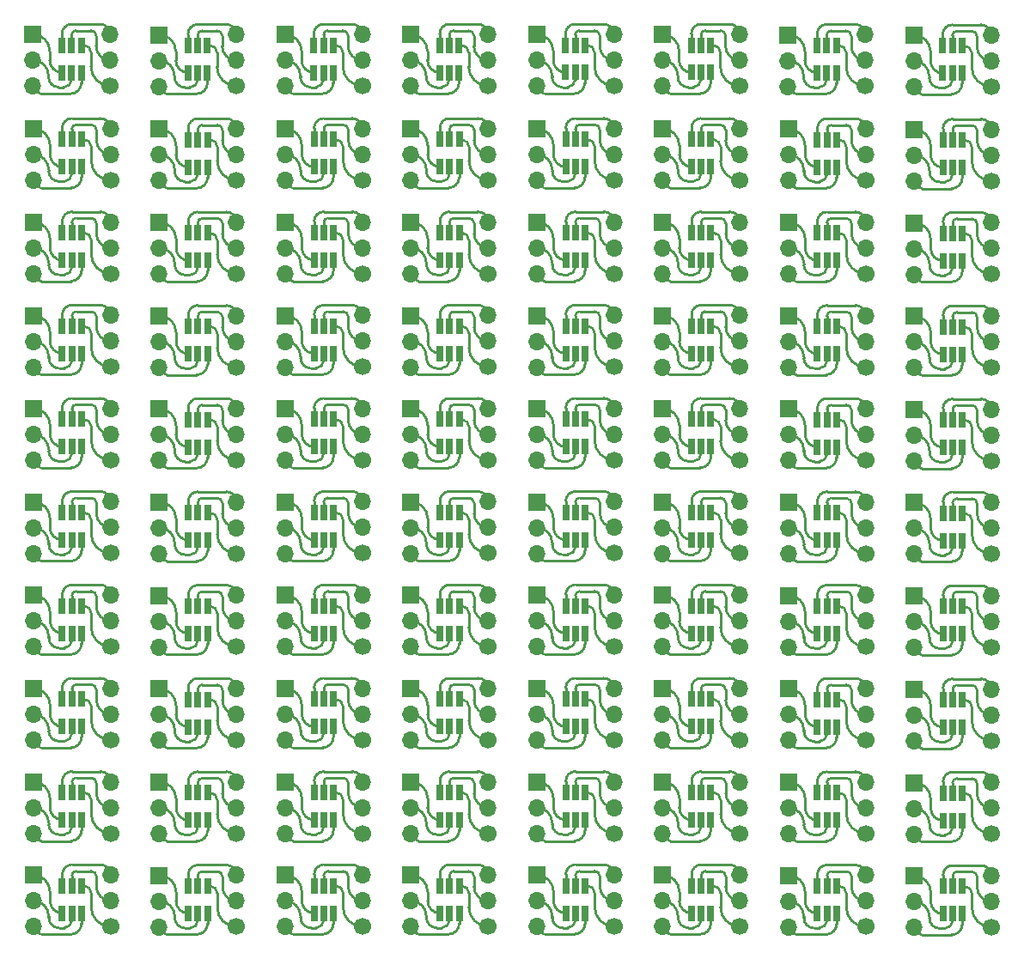
<source format=gbr>
%TF.GenerationSoftware,KiCad,Pcbnew,6.0.11+dfsg-1~bpo11+1*%
%TF.CreationDate,2023-03-06T17:28:23+08:00*%
%TF.ProjectId,sot2dip - panel,736f7432-6469-4702-902d-2070616e656c,rev?*%
%TF.SameCoordinates,Original*%
%TF.FileFunction,Copper,L1,Top*%
%TF.FilePolarity,Positive*%
%FSLAX46Y46*%
G04 Gerber Fmt 4.6, Leading zero omitted, Abs format (unit mm)*
G04 Created by KiCad (PCBNEW 6.0.11+dfsg-1~bpo11+1) date 2023-03-06 17:28:23*
%MOMM*%
%LPD*%
G01*
G04 APERTURE LIST*
%TA.AperFunction,SMDPad,CuDef*%
%ADD10R,0.650000X1.560000*%
%TD*%
%TA.AperFunction,ComponentPad*%
%ADD11C,1.700000*%
%TD*%
%TA.AperFunction,ComponentPad*%
%ADD12O,1.700000X1.700000*%
%TD*%
%TA.AperFunction,ComponentPad*%
%ADD13R,1.700000X1.700000*%
%TD*%
%TA.AperFunction,Conductor*%
%ADD14C,0.250000*%
%TD*%
G04 APERTURE END LIST*
D10*
%TO.P,J2,1,Pin_1*%
%TO.N,Net-(J1-Pad1)*%
X171722000Y-61539000D03*
%TO.P,J2,2,Pin_2*%
%TO.N,Net-(J1-Pad2)*%
X172672000Y-61539000D03*
%TO.P,J2,3,Pin_3*%
%TO.N,Net-(J1-Pad3)*%
X173622000Y-61539000D03*
%TO.P,J2,4,Pin_4*%
%TO.N,Net-(J2-Pad4)*%
X173622000Y-58839000D03*
%TO.P,J2,5,Pin_5*%
%TO.N,Net-(J2-Pad5)*%
X172672000Y-58839000D03*
%TO.P,J2,6,Pin_6*%
%TO.N,Net-(J2-Pad6)*%
X171722000Y-58839000D03*
%TD*%
%TO.P,J2,1,Pin_1*%
%TO.N,Net-(J1-Pad1)*%
X109700000Y-61541000D03*
%TO.P,J2,2,Pin_2*%
%TO.N,Net-(J1-Pad2)*%
X110650000Y-61541000D03*
%TO.P,J2,3,Pin_3*%
%TO.N,Net-(J1-Pad3)*%
X111600000Y-61541000D03*
%TO.P,J2,4,Pin_4*%
%TO.N,Net-(J2-Pad4)*%
X111600000Y-58841000D03*
%TO.P,J2,5,Pin_5*%
%TO.N,Net-(J2-Pad5)*%
X110650000Y-58841000D03*
%TO.P,J2,6,Pin_6*%
%TO.N,Net-(J2-Pad6)*%
X109700000Y-58841000D03*
%TD*%
D11*
%TO.P,J3,1,Pin_1*%
%TO.N,Net-(J2-Pad4)*%
X126884000Y-62878000D03*
D12*
%TO.P,J3,2,Pin_2*%
%TO.N,Net-(J2-Pad5)*%
X126884000Y-60338000D03*
%TO.P,J3,3,Pin_3*%
%TO.N,Net-(J2-Pad6)*%
X126884000Y-57798000D03*
%TD*%
D13*
%TO.P,J1,1,Pin_1*%
%TO.N,Net-(J1-Pad1)*%
X181284000Y-103908000D03*
D12*
%TO.P,J1,2,Pin_2*%
%TO.N,Net-(J1-Pad2)*%
X181284000Y-106448000D03*
%TO.P,J1,3,Pin_3*%
%TO.N,Net-(J1-Pad3)*%
X181284000Y-108988000D03*
%TD*%
D11*
%TO.P,J3,1,Pin_1*%
%TO.N,Net-(J2-Pad4)*%
X164106000Y-136556000D03*
D12*
%TO.P,J3,2,Pin_2*%
%TO.N,Net-(J2-Pad5)*%
X164106000Y-134016000D03*
%TO.P,J3,3,Pin_3*%
%TO.N,Net-(J2-Pad6)*%
X164106000Y-131476000D03*
%TD*%
D11*
%TO.P,J3,1,Pin_1*%
%TO.N,Net-(J2-Pad4)*%
X164106000Y-145756000D03*
D12*
%TO.P,J3,2,Pin_2*%
%TO.N,Net-(J2-Pad5)*%
X164106000Y-143216000D03*
%TO.P,J3,3,Pin_3*%
%TO.N,Net-(J2-Pad6)*%
X164106000Y-140676000D03*
%TD*%
D13*
%TO.P,J1,1,Pin_1*%
%TO.N,Net-(J1-Pad1)*%
X193665000Y-76361000D03*
D12*
%TO.P,J1,2,Pin_2*%
%TO.N,Net-(J1-Pad2)*%
X193665000Y-78901000D03*
%TO.P,J1,3,Pin_3*%
%TO.N,Net-(J1-Pad3)*%
X193665000Y-81441000D03*
%TD*%
D10*
%TO.P,J2,1,Pin_1*%
%TO.N,Net-(J1-Pad1)*%
X146944000Y-126041000D03*
%TO.P,J2,2,Pin_2*%
%TO.N,Net-(J1-Pad2)*%
X147894000Y-126041000D03*
%TO.P,J2,3,Pin_3*%
%TO.N,Net-(J1-Pad3)*%
X148844000Y-126041000D03*
%TO.P,J2,4,Pin_4*%
%TO.N,Net-(J2-Pad4)*%
X148844000Y-123341000D03*
%TO.P,J2,5,Pin_5*%
%TO.N,Net-(J2-Pad5)*%
X147894000Y-123341000D03*
%TO.P,J2,6,Pin_6*%
%TO.N,Net-(J2-Pad6)*%
X146944000Y-123341000D03*
%TD*%
%TO.P,J2,1,Pin_1*%
%TO.N,Net-(J1-Pad1)*%
X146944000Y-70835000D03*
%TO.P,J2,2,Pin_2*%
%TO.N,Net-(J1-Pad2)*%
X147894000Y-70835000D03*
%TO.P,J2,3,Pin_3*%
%TO.N,Net-(J1-Pad3)*%
X148844000Y-70835000D03*
%TO.P,J2,4,Pin_4*%
%TO.N,Net-(J2-Pad4)*%
X148844000Y-68135000D03*
%TO.P,J2,5,Pin_5*%
%TO.N,Net-(J2-Pad5)*%
X147894000Y-68135000D03*
%TO.P,J2,6,Pin_6*%
%TO.N,Net-(J2-Pad6)*%
X146944000Y-68135000D03*
%TD*%
%TO.P,J2,1,Pin_1*%
%TO.N,Net-(J1-Pad1)*%
X159344000Y-98437000D03*
%TO.P,J2,2,Pin_2*%
%TO.N,Net-(J1-Pad2)*%
X160294000Y-98437000D03*
%TO.P,J2,3,Pin_3*%
%TO.N,Net-(J1-Pad3)*%
X161244000Y-98437000D03*
%TO.P,J2,4,Pin_4*%
%TO.N,Net-(J2-Pad4)*%
X161244000Y-95737000D03*
%TO.P,J2,5,Pin_5*%
%TO.N,Net-(J2-Pad5)*%
X160294000Y-95737000D03*
%TO.P,J2,6,Pin_6*%
%TO.N,Net-(J2-Pad6)*%
X159344000Y-95737000D03*
%TD*%
D13*
%TO.P,J1,1,Pin_1*%
%TO.N,Net-(J1-Pad1)*%
X131684000Y-76300000D03*
D12*
%TO.P,J1,2,Pin_2*%
%TO.N,Net-(J1-Pad2)*%
X131684000Y-78840000D03*
%TO.P,J1,3,Pin_3*%
%TO.N,Net-(J1-Pad3)*%
X131684000Y-81380000D03*
%TD*%
D10*
%TO.P,J2,1,Pin_1*%
%TO.N,Net-(J1-Pad1)*%
X109722000Y-70835000D03*
%TO.P,J2,2,Pin_2*%
%TO.N,Net-(J1-Pad2)*%
X110672000Y-70835000D03*
%TO.P,J2,3,Pin_3*%
%TO.N,Net-(J1-Pad3)*%
X111622000Y-70835000D03*
%TO.P,J2,4,Pin_4*%
%TO.N,Net-(J2-Pad4)*%
X111622000Y-68135000D03*
%TO.P,J2,5,Pin_5*%
%TO.N,Net-(J2-Pad5)*%
X110672000Y-68135000D03*
%TO.P,J2,6,Pin_6*%
%TO.N,Net-(J2-Pad6)*%
X109722000Y-68135000D03*
%TD*%
D11*
%TO.P,J3,1,Pin_1*%
%TO.N,Net-(J2-Pad4)*%
X114484000Y-108946000D03*
D12*
%TO.P,J3,2,Pin_2*%
%TO.N,Net-(J2-Pad5)*%
X114484000Y-106406000D03*
%TO.P,J3,3,Pin_3*%
%TO.N,Net-(J2-Pad6)*%
X114484000Y-103866000D03*
%TD*%
D11*
%TO.P,J3,1,Pin_1*%
%TO.N,Net-(J2-Pad4)*%
X201287000Y-109007000D03*
D12*
%TO.P,J3,2,Pin_2*%
%TO.N,Net-(J2-Pad5)*%
X201287000Y-106467000D03*
%TO.P,J3,3,Pin_3*%
%TO.N,Net-(J2-Pad6)*%
X201287000Y-103927000D03*
%TD*%
D11*
%TO.P,J3,1,Pin_1*%
%TO.N,Net-(J2-Pad4)*%
X164106000Y-72150000D03*
D12*
%TO.P,J3,2,Pin_2*%
%TO.N,Net-(J2-Pad5)*%
X164106000Y-69610000D03*
%TO.P,J3,3,Pin_3*%
%TO.N,Net-(J2-Pad6)*%
X164106000Y-67070000D03*
%TD*%
D10*
%TO.P,J2,1,Pin_1*%
%TO.N,Net-(J1-Pad1)*%
X196525000Y-107690000D03*
%TO.P,J2,2,Pin_2*%
%TO.N,Net-(J1-Pad2)*%
X197475000Y-107690000D03*
%TO.P,J2,3,Pin_3*%
%TO.N,Net-(J1-Pad3)*%
X198425000Y-107690000D03*
%TO.P,J2,4,Pin_4*%
%TO.N,Net-(J2-Pad4)*%
X198425000Y-104990000D03*
%TO.P,J2,5,Pin_5*%
%TO.N,Net-(J2-Pad5)*%
X197475000Y-104990000D03*
%TO.P,J2,6,Pin_6*%
%TO.N,Net-(J2-Pad6)*%
X196525000Y-104990000D03*
%TD*%
D13*
%TO.P,J1,1,Pin_1*%
%TO.N,Net-(J1-Pad1)*%
X181284000Y-67114000D03*
D12*
%TO.P,J1,2,Pin_2*%
%TO.N,Net-(J1-Pad2)*%
X181284000Y-69654000D03*
%TO.P,J1,3,Pin_3*%
%TO.N,Net-(J1-Pad3)*%
X181284000Y-72194000D03*
%TD*%
D13*
%TO.P,J1,1,Pin_1*%
%TO.N,Net-(J1-Pad1)*%
X156484000Y-122298000D03*
D12*
%TO.P,J1,2,Pin_2*%
%TO.N,Net-(J1-Pad2)*%
X156484000Y-124838000D03*
%TO.P,J1,3,Pin_3*%
%TO.N,Net-(J1-Pad3)*%
X156484000Y-127378000D03*
%TD*%
D11*
%TO.P,J3,1,Pin_1*%
%TO.N,Net-(J2-Pad4)*%
X151706000Y-136558000D03*
D12*
%TO.P,J3,2,Pin_2*%
%TO.N,Net-(J2-Pad5)*%
X151706000Y-134018000D03*
%TO.P,J3,3,Pin_3*%
%TO.N,Net-(J2-Pad6)*%
X151706000Y-131478000D03*
%TD*%
D10*
%TO.P,J2,1,Pin_1*%
%TO.N,Net-(J1-Pad1)*%
X122144000Y-116861000D03*
%TO.P,J2,2,Pin_2*%
%TO.N,Net-(J1-Pad2)*%
X123094000Y-116861000D03*
%TO.P,J2,3,Pin_3*%
%TO.N,Net-(J1-Pad3)*%
X124044000Y-116861000D03*
%TO.P,J2,4,Pin_4*%
%TO.N,Net-(J2-Pad4)*%
X124044000Y-114161000D03*
%TO.P,J2,5,Pin_5*%
%TO.N,Net-(J2-Pad5)*%
X123094000Y-114161000D03*
%TO.P,J2,6,Pin_6*%
%TO.N,Net-(J2-Pad6)*%
X122144000Y-114161000D03*
%TD*%
D11*
%TO.P,J3,1,Pin_1*%
%TO.N,Net-(J2-Pad4)*%
X188906000Y-118178000D03*
D12*
%TO.P,J3,2,Pin_2*%
%TO.N,Net-(J2-Pad5)*%
X188906000Y-115638000D03*
%TO.P,J3,3,Pin_3*%
%TO.N,Net-(J2-Pad6)*%
X188906000Y-113098000D03*
%TD*%
D10*
%TO.P,J2,1,Pin_1*%
%TO.N,Net-(J1-Pad1)*%
X196525000Y-135302000D03*
%TO.P,J2,2,Pin_2*%
%TO.N,Net-(J1-Pad2)*%
X197475000Y-135302000D03*
%TO.P,J2,3,Pin_3*%
%TO.N,Net-(J1-Pad3)*%
X198425000Y-135302000D03*
%TO.P,J2,4,Pin_4*%
%TO.N,Net-(J2-Pad4)*%
X198425000Y-132602000D03*
%TO.P,J2,5,Pin_5*%
%TO.N,Net-(J2-Pad5)*%
X197475000Y-132602000D03*
%TO.P,J2,6,Pin_6*%
%TO.N,Net-(J2-Pad6)*%
X196525000Y-132602000D03*
%TD*%
%TO.P,J2,1,Pin_1*%
%TO.N,Net-(J1-Pad1)*%
X134544000Y-107629000D03*
%TO.P,J2,2,Pin_2*%
%TO.N,Net-(J1-Pad2)*%
X135494000Y-107629000D03*
%TO.P,J2,3,Pin_3*%
%TO.N,Net-(J1-Pad3)*%
X136444000Y-107629000D03*
%TO.P,J2,4,Pin_4*%
%TO.N,Net-(J2-Pad4)*%
X136444000Y-104929000D03*
%TO.P,J2,5,Pin_5*%
%TO.N,Net-(J2-Pad5)*%
X135494000Y-104929000D03*
%TO.P,J2,6,Pin_6*%
%TO.N,Net-(J2-Pad6)*%
X134544000Y-104929000D03*
%TD*%
D13*
%TO.P,J1,1,Pin_1*%
%TO.N,Net-(J1-Pad1)*%
X156484000Y-85508000D03*
D12*
%TO.P,J1,2,Pin_2*%
%TO.N,Net-(J1-Pad2)*%
X156484000Y-88048000D03*
%TO.P,J1,3,Pin_3*%
%TO.N,Net-(J1-Pad3)*%
X156484000Y-90588000D03*
%TD*%
D13*
%TO.P,J1,1,Pin_1*%
%TO.N,Net-(J1-Pad1)*%
X168884000Y-85508000D03*
D12*
%TO.P,J1,2,Pin_2*%
%TO.N,Net-(J1-Pad2)*%
X168884000Y-88048000D03*
%TO.P,J1,3,Pin_3*%
%TO.N,Net-(J1-Pad3)*%
X168884000Y-90588000D03*
%TD*%
D10*
%TO.P,J2,1,Pin_1*%
%TO.N,Net-(J1-Pad1)*%
X196525000Y-80102000D03*
%TO.P,J2,2,Pin_2*%
%TO.N,Net-(J1-Pad2)*%
X197475000Y-80102000D03*
%TO.P,J2,3,Pin_3*%
%TO.N,Net-(J1-Pad3)*%
X198425000Y-80102000D03*
%TO.P,J2,4,Pin_4*%
%TO.N,Net-(J2-Pad4)*%
X198425000Y-77402000D03*
%TO.P,J2,5,Pin_5*%
%TO.N,Net-(J2-Pad5)*%
X197475000Y-77402000D03*
%TO.P,J2,6,Pin_6*%
%TO.N,Net-(J2-Pad6)*%
X196525000Y-77402000D03*
%TD*%
D11*
%TO.P,J3,1,Pin_1*%
%TO.N,Net-(J2-Pad4)*%
X201287000Y-81419000D03*
D12*
%TO.P,J3,2,Pin_2*%
%TO.N,Net-(J2-Pad5)*%
X201287000Y-78879000D03*
%TO.P,J3,3,Pin_3*%
%TO.N,Net-(J2-Pad6)*%
X201287000Y-76339000D03*
%TD*%
D13*
%TO.P,J1,1,Pin_1*%
%TO.N,Net-(J1-Pad1)*%
X181284000Y-76320000D03*
D12*
%TO.P,J1,2,Pin_2*%
%TO.N,Net-(J1-Pad2)*%
X181284000Y-78860000D03*
%TO.P,J1,3,Pin_3*%
%TO.N,Net-(J1-Pad3)*%
X181284000Y-81400000D03*
%TD*%
D10*
%TO.P,J2,1,Pin_1*%
%TO.N,Net-(J1-Pad1)*%
X171744000Y-89249000D03*
%TO.P,J2,2,Pin_2*%
%TO.N,Net-(J1-Pad2)*%
X172694000Y-89249000D03*
%TO.P,J2,3,Pin_3*%
%TO.N,Net-(J1-Pad3)*%
X173644000Y-89249000D03*
%TO.P,J2,4,Pin_4*%
%TO.N,Net-(J2-Pad4)*%
X173644000Y-86549000D03*
%TO.P,J2,5,Pin_5*%
%TO.N,Net-(J2-Pad5)*%
X172694000Y-86549000D03*
%TO.P,J2,6,Pin_6*%
%TO.N,Net-(J2-Pad6)*%
X171744000Y-86549000D03*
%TD*%
D11*
%TO.P,J3,1,Pin_1*%
%TO.N,Net-(J2-Pad4)*%
X164106000Y-127356000D03*
D12*
%TO.P,J3,2,Pin_2*%
%TO.N,Net-(J2-Pad5)*%
X164106000Y-124816000D03*
%TO.P,J3,3,Pin_3*%
%TO.N,Net-(J2-Pad6)*%
X164106000Y-122276000D03*
%TD*%
D11*
%TO.P,J3,1,Pin_1*%
%TO.N,Net-(J2-Pad4)*%
X164084000Y-62856000D03*
D12*
%TO.P,J3,2,Pin_2*%
%TO.N,Net-(J2-Pad5)*%
X164084000Y-60316000D03*
%TO.P,J3,3,Pin_3*%
%TO.N,Net-(J2-Pad6)*%
X164084000Y-57776000D03*
%TD*%
D13*
%TO.P,J1,1,Pin_1*%
%TO.N,Net-(J1-Pad1)*%
X106862000Y-76300000D03*
D12*
%TO.P,J1,2,Pin_2*%
%TO.N,Net-(J1-Pad2)*%
X106862000Y-78840000D03*
%TO.P,J1,3,Pin_3*%
%TO.N,Net-(J1-Pad3)*%
X106862000Y-81380000D03*
%TD*%
D10*
%TO.P,J2,1,Pin_1*%
%TO.N,Net-(J1-Pad1)*%
X171744000Y-107627000D03*
%TO.P,J2,2,Pin_2*%
%TO.N,Net-(J1-Pad2)*%
X172694000Y-107627000D03*
%TO.P,J2,3,Pin_3*%
%TO.N,Net-(J1-Pad3)*%
X173644000Y-107627000D03*
%TO.P,J2,4,Pin_4*%
%TO.N,Net-(J2-Pad4)*%
X173644000Y-104927000D03*
%TO.P,J2,5,Pin_5*%
%TO.N,Net-(J2-Pad5)*%
X172694000Y-104927000D03*
%TO.P,J2,6,Pin_6*%
%TO.N,Net-(J2-Pad6)*%
X171744000Y-104927000D03*
%TD*%
D11*
%TO.P,J3,1,Pin_1*%
%TO.N,Net-(J2-Pad4)*%
X176506000Y-108944000D03*
D12*
%TO.P,J3,2,Pin_2*%
%TO.N,Net-(J2-Pad5)*%
X176506000Y-106404000D03*
%TO.P,J3,3,Pin_3*%
%TO.N,Net-(J2-Pad6)*%
X176506000Y-103864000D03*
%TD*%
D10*
%TO.P,J2,1,Pin_1*%
%TO.N,Net-(J1-Pad1)*%
X109722000Y-107629000D03*
%TO.P,J2,2,Pin_2*%
%TO.N,Net-(J1-Pad2)*%
X110672000Y-107629000D03*
%TO.P,J2,3,Pin_3*%
%TO.N,Net-(J1-Pad3)*%
X111622000Y-107629000D03*
%TO.P,J2,4,Pin_4*%
%TO.N,Net-(J2-Pad4)*%
X111622000Y-104929000D03*
%TO.P,J2,5,Pin_5*%
%TO.N,Net-(J2-Pad5)*%
X110672000Y-104929000D03*
%TO.P,J2,6,Pin_6*%
%TO.N,Net-(J2-Pad6)*%
X109722000Y-104929000D03*
%TD*%
%TO.P,J2,1,Pin_1*%
%TO.N,Net-(J1-Pad1)*%
X134544000Y-98439000D03*
%TO.P,J2,2,Pin_2*%
%TO.N,Net-(J1-Pad2)*%
X135494000Y-98439000D03*
%TO.P,J2,3,Pin_3*%
%TO.N,Net-(J1-Pad3)*%
X136444000Y-98439000D03*
%TO.P,J2,4,Pin_4*%
%TO.N,Net-(J2-Pad4)*%
X136444000Y-95739000D03*
%TO.P,J2,5,Pin_5*%
%TO.N,Net-(J2-Pad5)*%
X135494000Y-95739000D03*
%TO.P,J2,6,Pin_6*%
%TO.N,Net-(J2-Pad6)*%
X134544000Y-95739000D03*
%TD*%
D13*
%TO.P,J1,1,Pin_1*%
%TO.N,Net-(J1-Pad1)*%
X181262000Y-57820000D03*
D12*
%TO.P,J1,2,Pin_2*%
%TO.N,Net-(J1-Pad2)*%
X181262000Y-60360000D03*
%TO.P,J1,3,Pin_3*%
%TO.N,Net-(J1-Pad3)*%
X181262000Y-62900000D03*
%TD*%
D10*
%TO.P,J2,1,Pin_1*%
%TO.N,Net-(J1-Pad1)*%
X134544000Y-135241000D03*
%TO.P,J2,2,Pin_2*%
%TO.N,Net-(J1-Pad2)*%
X135494000Y-135241000D03*
%TO.P,J2,3,Pin_3*%
%TO.N,Net-(J1-Pad3)*%
X136444000Y-135241000D03*
%TO.P,J2,4,Pin_4*%
%TO.N,Net-(J2-Pad4)*%
X136444000Y-132541000D03*
%TO.P,J2,5,Pin_5*%
%TO.N,Net-(J2-Pad5)*%
X135494000Y-132541000D03*
%TO.P,J2,6,Pin_6*%
%TO.N,Net-(J2-Pad6)*%
X134544000Y-132541000D03*
%TD*%
%TO.P,J2,1,Pin_1*%
%TO.N,Net-(J1-Pad1)*%
X184144000Y-107649000D03*
%TO.P,J2,2,Pin_2*%
%TO.N,Net-(J1-Pad2)*%
X185094000Y-107649000D03*
%TO.P,J2,3,Pin_3*%
%TO.N,Net-(J1-Pad3)*%
X186044000Y-107649000D03*
%TO.P,J2,4,Pin_4*%
%TO.N,Net-(J2-Pad4)*%
X186044000Y-104949000D03*
%TO.P,J2,5,Pin_5*%
%TO.N,Net-(J2-Pad5)*%
X185094000Y-104949000D03*
%TO.P,J2,6,Pin_6*%
%TO.N,Net-(J2-Pad6)*%
X184144000Y-104949000D03*
%TD*%
D11*
%TO.P,J3,1,Pin_1*%
%TO.N,Net-(J2-Pad4)*%
X126906000Y-99776000D03*
D12*
%TO.P,J3,2,Pin_2*%
%TO.N,Net-(J2-Pad5)*%
X126906000Y-97236000D03*
%TO.P,J3,3,Pin_3*%
%TO.N,Net-(J2-Pad6)*%
X126906000Y-94696000D03*
%TD*%
D10*
%TO.P,J2,1,Pin_1*%
%TO.N,Net-(J1-Pad1)*%
X109722000Y-80041000D03*
%TO.P,J2,2,Pin_2*%
%TO.N,Net-(J1-Pad2)*%
X110672000Y-80041000D03*
%TO.P,J2,3,Pin_3*%
%TO.N,Net-(J1-Pad3)*%
X111622000Y-80041000D03*
%TO.P,J2,4,Pin_4*%
%TO.N,Net-(J2-Pad4)*%
X111622000Y-77341000D03*
%TO.P,J2,5,Pin_5*%
%TO.N,Net-(J2-Pad5)*%
X110672000Y-77341000D03*
%TO.P,J2,6,Pin_6*%
%TO.N,Net-(J2-Pad6)*%
X109722000Y-77341000D03*
%TD*%
D13*
%TO.P,J1,1,Pin_1*%
%TO.N,Net-(J1-Pad1)*%
X156484000Y-67092000D03*
D12*
%TO.P,J1,2,Pin_2*%
%TO.N,Net-(J1-Pad2)*%
X156484000Y-69632000D03*
%TO.P,J1,3,Pin_3*%
%TO.N,Net-(J1-Pad3)*%
X156484000Y-72172000D03*
%TD*%
D13*
%TO.P,J1,1,Pin_1*%
%TO.N,Net-(J1-Pad1)*%
X131684000Y-113100000D03*
D12*
%TO.P,J1,2,Pin_2*%
%TO.N,Net-(J1-Pad2)*%
X131684000Y-115640000D03*
%TO.P,J1,3,Pin_3*%
%TO.N,Net-(J1-Pad3)*%
X131684000Y-118180000D03*
%TD*%
D11*
%TO.P,J3,1,Pin_1*%
%TO.N,Net-(J2-Pad4)*%
X176506000Y-127356000D03*
D12*
%TO.P,J3,2,Pin_2*%
%TO.N,Net-(J2-Pad5)*%
X176506000Y-124816000D03*
%TO.P,J3,3,Pin_3*%
%TO.N,Net-(J2-Pad6)*%
X176506000Y-122276000D03*
%TD*%
D13*
%TO.P,J1,1,Pin_1*%
%TO.N,Net-(J1-Pad1)*%
X156484000Y-140698000D03*
D12*
%TO.P,J1,2,Pin_2*%
%TO.N,Net-(J1-Pad2)*%
X156484000Y-143238000D03*
%TO.P,J1,3,Pin_3*%
%TO.N,Net-(J1-Pad3)*%
X156484000Y-145778000D03*
%TD*%
D11*
%TO.P,J3,1,Pin_1*%
%TO.N,Net-(J2-Pad4)*%
X139306000Y-136558000D03*
D12*
%TO.P,J3,2,Pin_2*%
%TO.N,Net-(J2-Pad5)*%
X139306000Y-134018000D03*
%TO.P,J3,3,Pin_3*%
%TO.N,Net-(J2-Pad6)*%
X139306000Y-131478000D03*
%TD*%
D13*
%TO.P,J1,1,Pin_1*%
%TO.N,Net-(J1-Pad1)*%
X106862000Y-113100000D03*
D12*
%TO.P,J1,2,Pin_2*%
%TO.N,Net-(J1-Pad2)*%
X106862000Y-115640000D03*
%TO.P,J1,3,Pin_3*%
%TO.N,Net-(J1-Pad3)*%
X106862000Y-118180000D03*
%TD*%
D11*
%TO.P,J3,1,Pin_1*%
%TO.N,Net-(J2-Pad4)*%
X139306000Y-81358000D03*
D12*
%TO.P,J3,2,Pin_2*%
%TO.N,Net-(J2-Pad5)*%
X139306000Y-78818000D03*
%TO.P,J3,3,Pin_3*%
%TO.N,Net-(J2-Pad6)*%
X139306000Y-76278000D03*
%TD*%
D10*
%TO.P,J2,1,Pin_1*%
%TO.N,Net-(J1-Pad1)*%
X109722000Y-98439000D03*
%TO.P,J2,2,Pin_2*%
%TO.N,Net-(J1-Pad2)*%
X110672000Y-98439000D03*
%TO.P,J2,3,Pin_3*%
%TO.N,Net-(J1-Pad3)*%
X111622000Y-98439000D03*
%TO.P,J2,4,Pin_4*%
%TO.N,Net-(J2-Pad4)*%
X111622000Y-95739000D03*
%TO.P,J2,5,Pin_5*%
%TO.N,Net-(J2-Pad5)*%
X110672000Y-95739000D03*
%TO.P,J2,6,Pin_6*%
%TO.N,Net-(J2-Pad6)*%
X109722000Y-95739000D03*
%TD*%
%TO.P,J2,1,Pin_1*%
%TO.N,Net-(J1-Pad1)*%
X184144000Y-126061000D03*
%TO.P,J2,2,Pin_2*%
%TO.N,Net-(J1-Pad2)*%
X185094000Y-126061000D03*
%TO.P,J2,3,Pin_3*%
%TO.N,Net-(J1-Pad3)*%
X186044000Y-126061000D03*
%TO.P,J2,4,Pin_4*%
%TO.N,Net-(J2-Pad4)*%
X186044000Y-123361000D03*
%TO.P,J2,5,Pin_5*%
%TO.N,Net-(J2-Pad5)*%
X185094000Y-123361000D03*
%TO.P,J2,6,Pin_6*%
%TO.N,Net-(J2-Pad6)*%
X184144000Y-123361000D03*
%TD*%
D11*
%TO.P,J3,1,Pin_1*%
%TO.N,Net-(J2-Pad4)*%
X126906000Y-136578000D03*
D12*
%TO.P,J3,2,Pin_2*%
%TO.N,Net-(J2-Pad5)*%
X126906000Y-134038000D03*
%TO.P,J3,3,Pin_3*%
%TO.N,Net-(J2-Pad6)*%
X126906000Y-131498000D03*
%TD*%
D10*
%TO.P,J2,1,Pin_1*%
%TO.N,Net-(J1-Pad1)*%
X184144000Y-89271000D03*
%TO.P,J2,2,Pin_2*%
%TO.N,Net-(J1-Pad2)*%
X185094000Y-89271000D03*
%TO.P,J2,3,Pin_3*%
%TO.N,Net-(J1-Pad3)*%
X186044000Y-89271000D03*
%TO.P,J2,4,Pin_4*%
%TO.N,Net-(J2-Pad4)*%
X186044000Y-86571000D03*
%TO.P,J2,5,Pin_5*%
%TO.N,Net-(J2-Pad5)*%
X185094000Y-86571000D03*
%TO.P,J2,6,Pin_6*%
%TO.N,Net-(J2-Pad6)*%
X184144000Y-86571000D03*
%TD*%
D11*
%TO.P,J3,1,Pin_1*%
%TO.N,Net-(J2-Pad4)*%
X176506000Y-90566000D03*
D12*
%TO.P,J3,2,Pin_2*%
%TO.N,Net-(J2-Pad5)*%
X176506000Y-88026000D03*
%TO.P,J3,3,Pin_3*%
%TO.N,Net-(J2-Pad6)*%
X176506000Y-85486000D03*
%TD*%
D13*
%TO.P,J1,1,Pin_1*%
%TO.N,Net-(J1-Pad1)*%
X131684000Y-131500000D03*
D12*
%TO.P,J1,2,Pin_2*%
%TO.N,Net-(J1-Pad2)*%
X131684000Y-134040000D03*
%TO.P,J1,3,Pin_3*%
%TO.N,Net-(J1-Pad3)*%
X131684000Y-136580000D03*
%TD*%
D11*
%TO.P,J3,1,Pin_1*%
%TO.N,Net-(J2-Pad4)*%
X139306000Y-127358000D03*
D12*
%TO.P,J3,2,Pin_2*%
%TO.N,Net-(J2-Pad5)*%
X139306000Y-124818000D03*
%TO.P,J3,3,Pin_3*%
%TO.N,Net-(J2-Pad6)*%
X139306000Y-122278000D03*
%TD*%
D13*
%TO.P,J1,1,Pin_1*%
%TO.N,Net-(J1-Pad1)*%
X168884000Y-113098000D03*
D12*
%TO.P,J1,2,Pin_2*%
%TO.N,Net-(J1-Pad2)*%
X168884000Y-115638000D03*
%TO.P,J1,3,Pin_3*%
%TO.N,Net-(J1-Pad3)*%
X168884000Y-118178000D03*
%TD*%
D10*
%TO.P,J2,1,Pin_1*%
%TO.N,Net-(J1-Pad1)*%
X146944000Y-80041000D03*
%TO.P,J2,2,Pin_2*%
%TO.N,Net-(J1-Pad2)*%
X147894000Y-80041000D03*
%TO.P,J2,3,Pin_3*%
%TO.N,Net-(J1-Pad3)*%
X148844000Y-80041000D03*
%TO.P,J2,4,Pin_4*%
%TO.N,Net-(J2-Pad4)*%
X148844000Y-77341000D03*
%TO.P,J2,5,Pin_5*%
%TO.N,Net-(J2-Pad5)*%
X147894000Y-77341000D03*
%TO.P,J2,6,Pin_6*%
%TO.N,Net-(J2-Pad6)*%
X146944000Y-77341000D03*
%TD*%
D11*
%TO.P,J3,1,Pin_1*%
%TO.N,Net-(J2-Pad4)*%
X151706000Y-108946000D03*
D12*
%TO.P,J3,2,Pin_2*%
%TO.N,Net-(J2-Pad5)*%
X151706000Y-106406000D03*
%TO.P,J3,3,Pin_3*%
%TO.N,Net-(J2-Pad6)*%
X151706000Y-103866000D03*
%TD*%
D11*
%TO.P,J3,1,Pin_1*%
%TO.N,Net-(J2-Pad4)*%
X188906000Y-108966000D03*
D12*
%TO.P,J3,2,Pin_2*%
%TO.N,Net-(J2-Pad5)*%
X188906000Y-106426000D03*
%TO.P,J3,3,Pin_3*%
%TO.N,Net-(J2-Pad6)*%
X188906000Y-103886000D03*
%TD*%
D11*
%TO.P,J3,1,Pin_1*%
%TO.N,Net-(J2-Pad4)*%
X139284000Y-62858000D03*
D12*
%TO.P,J3,2,Pin_2*%
%TO.N,Net-(J2-Pad5)*%
X139284000Y-60318000D03*
%TO.P,J3,3,Pin_3*%
%TO.N,Net-(J2-Pad6)*%
X139284000Y-57778000D03*
%TD*%
D10*
%TO.P,J2,1,Pin_1*%
%TO.N,Net-(J1-Pad1)*%
X159344000Y-107627000D03*
%TO.P,J2,2,Pin_2*%
%TO.N,Net-(J1-Pad2)*%
X160294000Y-107627000D03*
%TO.P,J2,3,Pin_3*%
%TO.N,Net-(J1-Pad3)*%
X161244000Y-107627000D03*
%TO.P,J2,4,Pin_4*%
%TO.N,Net-(J2-Pad4)*%
X161244000Y-104927000D03*
%TO.P,J2,5,Pin_5*%
%TO.N,Net-(J2-Pad5)*%
X160294000Y-104927000D03*
%TO.P,J2,6,Pin_6*%
%TO.N,Net-(J2-Pad6)*%
X159344000Y-104927000D03*
%TD*%
%TO.P,J2,1,Pin_1*%
%TO.N,Net-(J1-Pad1)*%
X159344000Y-116839000D03*
%TO.P,J2,2,Pin_2*%
%TO.N,Net-(J1-Pad2)*%
X160294000Y-116839000D03*
%TO.P,J2,3,Pin_3*%
%TO.N,Net-(J1-Pad3)*%
X161244000Y-116839000D03*
%TO.P,J2,4,Pin_4*%
%TO.N,Net-(J2-Pad4)*%
X161244000Y-114139000D03*
%TO.P,J2,5,Pin_5*%
%TO.N,Net-(J2-Pad5)*%
X160294000Y-114139000D03*
%TO.P,J2,6,Pin_6*%
%TO.N,Net-(J2-Pad6)*%
X159344000Y-114139000D03*
%TD*%
%TO.P,J2,1,Pin_1*%
%TO.N,Net-(J1-Pad1)*%
X146944000Y-116841000D03*
%TO.P,J2,2,Pin_2*%
%TO.N,Net-(J1-Pad2)*%
X147894000Y-116841000D03*
%TO.P,J2,3,Pin_3*%
%TO.N,Net-(J1-Pad3)*%
X148844000Y-116841000D03*
%TO.P,J2,4,Pin_4*%
%TO.N,Net-(J2-Pad4)*%
X148844000Y-114141000D03*
%TO.P,J2,5,Pin_5*%
%TO.N,Net-(J2-Pad5)*%
X147894000Y-114141000D03*
%TO.P,J2,6,Pin_6*%
%TO.N,Net-(J2-Pad6)*%
X146944000Y-114141000D03*
%TD*%
%TO.P,J2,1,Pin_1*%
%TO.N,Net-(J1-Pad1)*%
X171744000Y-80039000D03*
%TO.P,J2,2,Pin_2*%
%TO.N,Net-(J1-Pad2)*%
X172694000Y-80039000D03*
%TO.P,J2,3,Pin_3*%
%TO.N,Net-(J1-Pad3)*%
X173644000Y-80039000D03*
%TO.P,J2,4,Pin_4*%
%TO.N,Net-(J2-Pad4)*%
X173644000Y-77339000D03*
%TO.P,J2,5,Pin_5*%
%TO.N,Net-(J2-Pad5)*%
X172694000Y-77339000D03*
%TO.P,J2,6,Pin_6*%
%TO.N,Net-(J2-Pad6)*%
X171744000Y-77339000D03*
%TD*%
D13*
%TO.P,J1,1,Pin_1*%
%TO.N,Net-(J1-Pad1)*%
X119284000Y-85530000D03*
D12*
%TO.P,J1,2,Pin_2*%
%TO.N,Net-(J1-Pad2)*%
X119284000Y-88070000D03*
%TO.P,J1,3,Pin_3*%
%TO.N,Net-(J1-Pad3)*%
X119284000Y-90610000D03*
%TD*%
D10*
%TO.P,J2,1,Pin_1*%
%TO.N,Net-(J1-Pad1)*%
X122144000Y-107649000D03*
%TO.P,J2,2,Pin_2*%
%TO.N,Net-(J1-Pad2)*%
X123094000Y-107649000D03*
%TO.P,J2,3,Pin_3*%
%TO.N,Net-(J1-Pad3)*%
X124044000Y-107649000D03*
%TO.P,J2,4,Pin_4*%
%TO.N,Net-(J2-Pad4)*%
X124044000Y-104949000D03*
%TO.P,J2,5,Pin_5*%
%TO.N,Net-(J2-Pad5)*%
X123094000Y-104949000D03*
%TO.P,J2,6,Pin_6*%
%TO.N,Net-(J2-Pad6)*%
X122144000Y-104949000D03*
%TD*%
%TO.P,J2,1,Pin_1*%
%TO.N,Net-(J1-Pad1)*%
X122144000Y-126061000D03*
%TO.P,J2,2,Pin_2*%
%TO.N,Net-(J1-Pad2)*%
X123094000Y-126061000D03*
%TO.P,J2,3,Pin_3*%
%TO.N,Net-(J1-Pad3)*%
X124044000Y-126061000D03*
%TO.P,J2,4,Pin_4*%
%TO.N,Net-(J2-Pad4)*%
X124044000Y-123361000D03*
%TO.P,J2,5,Pin_5*%
%TO.N,Net-(J2-Pad5)*%
X123094000Y-123361000D03*
%TO.P,J2,6,Pin_6*%
%TO.N,Net-(J2-Pad6)*%
X122144000Y-123361000D03*
%TD*%
D13*
%TO.P,J1,1,Pin_1*%
%TO.N,Net-(J1-Pad1)*%
X119284000Y-67114000D03*
D12*
%TO.P,J1,2,Pin_2*%
%TO.N,Net-(J1-Pad2)*%
X119284000Y-69654000D03*
%TO.P,J1,3,Pin_3*%
%TO.N,Net-(J1-Pad3)*%
X119284000Y-72194000D03*
%TD*%
D13*
%TO.P,J1,1,Pin_1*%
%TO.N,Net-(J1-Pad1)*%
X144084000Y-140700000D03*
D12*
%TO.P,J1,2,Pin_2*%
%TO.N,Net-(J1-Pad2)*%
X144084000Y-143240000D03*
%TO.P,J1,3,Pin_3*%
%TO.N,Net-(J1-Pad3)*%
X144084000Y-145780000D03*
%TD*%
D13*
%TO.P,J1,1,Pin_1*%
%TO.N,Net-(J1-Pad1)*%
X156484000Y-113098000D03*
D12*
%TO.P,J1,2,Pin_2*%
%TO.N,Net-(J1-Pad2)*%
X156484000Y-115638000D03*
%TO.P,J1,3,Pin_3*%
%TO.N,Net-(J1-Pad3)*%
X156484000Y-118178000D03*
%TD*%
D11*
%TO.P,J3,1,Pin_1*%
%TO.N,Net-(J2-Pad4)*%
X151706000Y-81358000D03*
D12*
%TO.P,J3,2,Pin_2*%
%TO.N,Net-(J2-Pad5)*%
X151706000Y-78818000D03*
%TO.P,J3,3,Pin_3*%
%TO.N,Net-(J2-Pad6)*%
X151706000Y-76278000D03*
%TD*%
D10*
%TO.P,J2,1,Pin_1*%
%TO.N,Net-(J1-Pad1)*%
X171744000Y-70833000D03*
%TO.P,J2,2,Pin_2*%
%TO.N,Net-(J1-Pad2)*%
X172694000Y-70833000D03*
%TO.P,J2,3,Pin_3*%
%TO.N,Net-(J1-Pad3)*%
X173644000Y-70833000D03*
%TO.P,J2,4,Pin_4*%
%TO.N,Net-(J2-Pad4)*%
X173644000Y-68133000D03*
%TO.P,J2,5,Pin_5*%
%TO.N,Net-(J2-Pad5)*%
X172694000Y-68133000D03*
%TO.P,J2,6,Pin_6*%
%TO.N,Net-(J2-Pad6)*%
X171744000Y-68133000D03*
%TD*%
D11*
%TO.P,J3,1,Pin_1*%
%TO.N,Net-(J2-Pad4)*%
X164106000Y-81356000D03*
D12*
%TO.P,J3,2,Pin_2*%
%TO.N,Net-(J2-Pad5)*%
X164106000Y-78816000D03*
%TO.P,J3,3,Pin_3*%
%TO.N,Net-(J2-Pad6)*%
X164106000Y-76276000D03*
%TD*%
D10*
%TO.P,J2,1,Pin_1*%
%TO.N,Net-(J1-Pad1)*%
X196525000Y-144502000D03*
%TO.P,J2,2,Pin_2*%
%TO.N,Net-(J1-Pad2)*%
X197475000Y-144502000D03*
%TO.P,J2,3,Pin_3*%
%TO.N,Net-(J1-Pad3)*%
X198425000Y-144502000D03*
%TO.P,J2,4,Pin_4*%
%TO.N,Net-(J2-Pad4)*%
X198425000Y-141802000D03*
%TO.P,J2,5,Pin_5*%
%TO.N,Net-(J2-Pad5)*%
X197475000Y-141802000D03*
%TO.P,J2,6,Pin_6*%
%TO.N,Net-(J2-Pad6)*%
X196525000Y-141802000D03*
%TD*%
D13*
%TO.P,J1,1,Pin_1*%
%TO.N,Net-(J1-Pad1)*%
X131684000Y-67094000D03*
D12*
%TO.P,J1,2,Pin_2*%
%TO.N,Net-(J1-Pad2)*%
X131684000Y-69634000D03*
%TO.P,J1,3,Pin_3*%
%TO.N,Net-(J1-Pad3)*%
X131684000Y-72174000D03*
%TD*%
D10*
%TO.P,J2,1,Pin_1*%
%TO.N,Net-(J1-Pad1)*%
X171744000Y-126039000D03*
%TO.P,J2,2,Pin_2*%
%TO.N,Net-(J1-Pad2)*%
X172694000Y-126039000D03*
%TO.P,J2,3,Pin_3*%
%TO.N,Net-(J1-Pad3)*%
X173644000Y-126039000D03*
%TO.P,J2,4,Pin_4*%
%TO.N,Net-(J2-Pad4)*%
X173644000Y-123339000D03*
%TO.P,J2,5,Pin_5*%
%TO.N,Net-(J2-Pad5)*%
X172694000Y-123339000D03*
%TO.P,J2,6,Pin_6*%
%TO.N,Net-(J2-Pad6)*%
X171744000Y-123339000D03*
%TD*%
D13*
%TO.P,J1,1,Pin_1*%
%TO.N,Net-(J1-Pad1)*%
X156484000Y-76298000D03*
D12*
%TO.P,J1,2,Pin_2*%
%TO.N,Net-(J1-Pad2)*%
X156484000Y-78838000D03*
%TO.P,J1,3,Pin_3*%
%TO.N,Net-(J1-Pad3)*%
X156484000Y-81378000D03*
%TD*%
D11*
%TO.P,J3,1,Pin_1*%
%TO.N,Net-(J2-Pad4)*%
X176506000Y-136556000D03*
D12*
%TO.P,J3,2,Pin_2*%
%TO.N,Net-(J2-Pad5)*%
X176506000Y-134016000D03*
%TO.P,J3,3,Pin_3*%
%TO.N,Net-(J2-Pad6)*%
X176506000Y-131476000D03*
%TD*%
D11*
%TO.P,J3,1,Pin_1*%
%TO.N,Net-(J2-Pad4)*%
X188906000Y-136578000D03*
D12*
%TO.P,J3,2,Pin_2*%
%TO.N,Net-(J2-Pad5)*%
X188906000Y-134038000D03*
%TO.P,J3,3,Pin_3*%
%TO.N,Net-(J2-Pad6)*%
X188906000Y-131498000D03*
%TD*%
D10*
%TO.P,J2,1,Pin_1*%
%TO.N,Net-(J1-Pad1)*%
X196525000Y-70896000D03*
%TO.P,J2,2,Pin_2*%
%TO.N,Net-(J1-Pad2)*%
X197475000Y-70896000D03*
%TO.P,J2,3,Pin_3*%
%TO.N,Net-(J1-Pad3)*%
X198425000Y-70896000D03*
%TO.P,J2,4,Pin_4*%
%TO.N,Net-(J2-Pad4)*%
X198425000Y-68196000D03*
%TO.P,J2,5,Pin_5*%
%TO.N,Net-(J2-Pad5)*%
X197475000Y-68196000D03*
%TO.P,J2,6,Pin_6*%
%TO.N,Net-(J2-Pad6)*%
X196525000Y-68196000D03*
%TD*%
D13*
%TO.P,J1,1,Pin_1*%
%TO.N,Net-(J1-Pad1)*%
X131684000Y-122300000D03*
D12*
%TO.P,J1,2,Pin_2*%
%TO.N,Net-(J1-Pad2)*%
X131684000Y-124840000D03*
%TO.P,J1,3,Pin_3*%
%TO.N,Net-(J1-Pad3)*%
X131684000Y-127380000D03*
%TD*%
D10*
%TO.P,J2,1,Pin_1*%
%TO.N,Net-(J1-Pad1)*%
X146944000Y-107629000D03*
%TO.P,J2,2,Pin_2*%
%TO.N,Net-(J1-Pad2)*%
X147894000Y-107629000D03*
%TO.P,J2,3,Pin_3*%
%TO.N,Net-(J1-Pad3)*%
X148844000Y-107629000D03*
%TO.P,J2,4,Pin_4*%
%TO.N,Net-(J2-Pad4)*%
X148844000Y-104929000D03*
%TO.P,J2,5,Pin_5*%
%TO.N,Net-(J2-Pad5)*%
X147894000Y-104929000D03*
%TO.P,J2,6,Pin_6*%
%TO.N,Net-(J2-Pad6)*%
X146944000Y-104929000D03*
%TD*%
%TO.P,J2,1,Pin_1*%
%TO.N,Net-(J1-Pad1)*%
X134544000Y-70835000D03*
%TO.P,J2,2,Pin_2*%
%TO.N,Net-(J1-Pad2)*%
X135494000Y-70835000D03*
%TO.P,J2,3,Pin_3*%
%TO.N,Net-(J1-Pad3)*%
X136444000Y-70835000D03*
%TO.P,J2,4,Pin_4*%
%TO.N,Net-(J2-Pad4)*%
X136444000Y-68135000D03*
%TO.P,J2,5,Pin_5*%
%TO.N,Net-(J2-Pad5)*%
X135494000Y-68135000D03*
%TO.P,J2,6,Pin_6*%
%TO.N,Net-(J2-Pad6)*%
X134544000Y-68135000D03*
%TD*%
D13*
%TO.P,J1,1,Pin_1*%
%TO.N,Net-(J1-Pad1)*%
X106862000Y-140700000D03*
D12*
%TO.P,J1,2,Pin_2*%
%TO.N,Net-(J1-Pad2)*%
X106862000Y-143240000D03*
%TO.P,J1,3,Pin_3*%
%TO.N,Net-(J1-Pad3)*%
X106862000Y-145780000D03*
%TD*%
D11*
%TO.P,J3,1,Pin_1*%
%TO.N,Net-(J2-Pad4)*%
X188906000Y-145778000D03*
D12*
%TO.P,J3,2,Pin_2*%
%TO.N,Net-(J2-Pad5)*%
X188906000Y-143238000D03*
%TO.P,J3,3,Pin_3*%
%TO.N,Net-(J2-Pad6)*%
X188906000Y-140698000D03*
%TD*%
D13*
%TO.P,J1,1,Pin_1*%
%TO.N,Net-(J1-Pad1)*%
X181284000Y-140720000D03*
D12*
%TO.P,J1,2,Pin_2*%
%TO.N,Net-(J1-Pad2)*%
X181284000Y-143260000D03*
%TO.P,J1,3,Pin_3*%
%TO.N,Net-(J1-Pad3)*%
X181284000Y-145800000D03*
%TD*%
D13*
%TO.P,J1,1,Pin_1*%
%TO.N,Net-(J1-Pad1)*%
X144084000Y-67094000D03*
D12*
%TO.P,J1,2,Pin_2*%
%TO.N,Net-(J1-Pad2)*%
X144084000Y-69634000D03*
%TO.P,J1,3,Pin_3*%
%TO.N,Net-(J1-Pad3)*%
X144084000Y-72174000D03*
%TD*%
D11*
%TO.P,J3,1,Pin_1*%
%TO.N,Net-(J2-Pad4)*%
X201287000Y-136619000D03*
D12*
%TO.P,J3,2,Pin_2*%
%TO.N,Net-(J2-Pad5)*%
X201287000Y-134079000D03*
%TO.P,J3,3,Pin_3*%
%TO.N,Net-(J2-Pad6)*%
X201287000Y-131539000D03*
%TD*%
D10*
%TO.P,J2,1,Pin_1*%
%TO.N,Net-(J1-Pad1)*%
X184122000Y-61561000D03*
%TO.P,J2,2,Pin_2*%
%TO.N,Net-(J1-Pad2)*%
X185072000Y-61561000D03*
%TO.P,J2,3,Pin_3*%
%TO.N,Net-(J1-Pad3)*%
X186022000Y-61561000D03*
%TO.P,J2,4,Pin_4*%
%TO.N,Net-(J2-Pad4)*%
X186022000Y-58861000D03*
%TO.P,J2,5,Pin_5*%
%TO.N,Net-(J2-Pad5)*%
X185072000Y-58861000D03*
%TO.P,J2,6,Pin_6*%
%TO.N,Net-(J2-Pad6)*%
X184122000Y-58861000D03*
%TD*%
%TO.P,J2,1,Pin_1*%
%TO.N,Net-(J1-Pad1)*%
X122144000Y-135261000D03*
%TO.P,J2,2,Pin_2*%
%TO.N,Net-(J1-Pad2)*%
X123094000Y-135261000D03*
%TO.P,J2,3,Pin_3*%
%TO.N,Net-(J1-Pad3)*%
X124044000Y-135261000D03*
%TO.P,J2,4,Pin_4*%
%TO.N,Net-(J2-Pad4)*%
X124044000Y-132561000D03*
%TO.P,J2,5,Pin_5*%
%TO.N,Net-(J2-Pad5)*%
X123094000Y-132561000D03*
%TO.P,J2,6,Pin_6*%
%TO.N,Net-(J2-Pad6)*%
X122144000Y-132561000D03*
%TD*%
D13*
%TO.P,J1,1,Pin_1*%
%TO.N,Net-(J1-Pad1)*%
X193665000Y-85571000D03*
D12*
%TO.P,J1,2,Pin_2*%
%TO.N,Net-(J1-Pad2)*%
X193665000Y-88111000D03*
%TO.P,J1,3,Pin_3*%
%TO.N,Net-(J1-Pad3)*%
X193665000Y-90651000D03*
%TD*%
D13*
%TO.P,J1,1,Pin_1*%
%TO.N,Net-(J1-Pad1)*%
X119284000Y-131520000D03*
D12*
%TO.P,J1,2,Pin_2*%
%TO.N,Net-(J1-Pad2)*%
X119284000Y-134060000D03*
%TO.P,J1,3,Pin_3*%
%TO.N,Net-(J1-Pad3)*%
X119284000Y-136600000D03*
%TD*%
D13*
%TO.P,J1,1,Pin_1*%
%TO.N,Net-(J1-Pad1)*%
X119284000Y-103908000D03*
D12*
%TO.P,J1,2,Pin_2*%
%TO.N,Net-(J1-Pad2)*%
X119284000Y-106448000D03*
%TO.P,J1,3,Pin_3*%
%TO.N,Net-(J1-Pad3)*%
X119284000Y-108988000D03*
%TD*%
D13*
%TO.P,J1,1,Pin_1*%
%TO.N,Net-(J1-Pad1)*%
X156484000Y-94696000D03*
D12*
%TO.P,J1,2,Pin_2*%
%TO.N,Net-(J1-Pad2)*%
X156484000Y-97236000D03*
%TO.P,J1,3,Pin_3*%
%TO.N,Net-(J1-Pad3)*%
X156484000Y-99776000D03*
%TD*%
D11*
%TO.P,J3,1,Pin_1*%
%TO.N,Net-(J2-Pad4)*%
X126906000Y-127378000D03*
D12*
%TO.P,J3,2,Pin_2*%
%TO.N,Net-(J2-Pad5)*%
X126906000Y-124838000D03*
%TO.P,J3,3,Pin_3*%
%TO.N,Net-(J2-Pad6)*%
X126906000Y-122298000D03*
%TD*%
D11*
%TO.P,J3,1,Pin_1*%
%TO.N,Net-(J2-Pad4)*%
X188906000Y-127378000D03*
D12*
%TO.P,J3,2,Pin_2*%
%TO.N,Net-(J2-Pad5)*%
X188906000Y-124838000D03*
%TO.P,J3,3,Pin_3*%
%TO.N,Net-(J2-Pad6)*%
X188906000Y-122298000D03*
%TD*%
D10*
%TO.P,J2,1,Pin_1*%
%TO.N,Net-(J1-Pad1)*%
X134544000Y-116841000D03*
%TO.P,J2,2,Pin_2*%
%TO.N,Net-(J1-Pad2)*%
X135494000Y-116841000D03*
%TO.P,J2,3,Pin_3*%
%TO.N,Net-(J1-Pad3)*%
X136444000Y-116841000D03*
%TO.P,J2,4,Pin_4*%
%TO.N,Net-(J2-Pad4)*%
X136444000Y-114141000D03*
%TO.P,J2,5,Pin_5*%
%TO.N,Net-(J2-Pad5)*%
X135494000Y-114141000D03*
%TO.P,J2,6,Pin_6*%
%TO.N,Net-(J2-Pad6)*%
X134544000Y-114141000D03*
%TD*%
D11*
%TO.P,J3,1,Pin_1*%
%TO.N,Net-(J2-Pad4)*%
X126906000Y-81378000D03*
D12*
%TO.P,J3,2,Pin_2*%
%TO.N,Net-(J2-Pad5)*%
X126906000Y-78838000D03*
%TO.P,J3,3,Pin_3*%
%TO.N,Net-(J2-Pad6)*%
X126906000Y-76298000D03*
%TD*%
D10*
%TO.P,J2,1,Pin_1*%
%TO.N,Net-(J1-Pad1)*%
X109722000Y-89251000D03*
%TO.P,J2,2,Pin_2*%
%TO.N,Net-(J1-Pad2)*%
X110672000Y-89251000D03*
%TO.P,J2,3,Pin_3*%
%TO.N,Net-(J1-Pad3)*%
X111622000Y-89251000D03*
%TO.P,J2,4,Pin_4*%
%TO.N,Net-(J2-Pad4)*%
X111622000Y-86551000D03*
%TO.P,J2,5,Pin_5*%
%TO.N,Net-(J2-Pad5)*%
X110672000Y-86551000D03*
%TO.P,J2,6,Pin_6*%
%TO.N,Net-(J2-Pad6)*%
X109722000Y-86551000D03*
%TD*%
%TO.P,J2,1,Pin_1*%
%TO.N,Net-(J1-Pad1)*%
X109722000Y-126041000D03*
%TO.P,J2,2,Pin_2*%
%TO.N,Net-(J1-Pad2)*%
X110672000Y-126041000D03*
%TO.P,J2,3,Pin_3*%
%TO.N,Net-(J1-Pad3)*%
X111622000Y-126041000D03*
%TO.P,J2,4,Pin_4*%
%TO.N,Net-(J2-Pad4)*%
X111622000Y-123341000D03*
%TO.P,J2,5,Pin_5*%
%TO.N,Net-(J2-Pad5)*%
X110672000Y-123341000D03*
%TO.P,J2,6,Pin_6*%
%TO.N,Net-(J2-Pad6)*%
X109722000Y-123341000D03*
%TD*%
D13*
%TO.P,J1,1,Pin_1*%
%TO.N,Net-(J1-Pad1)*%
X168884000Y-131498000D03*
D12*
%TO.P,J1,2,Pin_2*%
%TO.N,Net-(J1-Pad2)*%
X168884000Y-134038000D03*
%TO.P,J1,3,Pin_3*%
%TO.N,Net-(J1-Pad3)*%
X168884000Y-136578000D03*
%TD*%
D10*
%TO.P,J2,1,Pin_1*%
%TO.N,Net-(J1-Pad1)*%
X134544000Y-89251000D03*
%TO.P,J2,2,Pin_2*%
%TO.N,Net-(J1-Pad2)*%
X135494000Y-89251000D03*
%TO.P,J2,3,Pin_3*%
%TO.N,Net-(J1-Pad3)*%
X136444000Y-89251000D03*
%TO.P,J2,4,Pin_4*%
%TO.N,Net-(J2-Pad4)*%
X136444000Y-86551000D03*
%TO.P,J2,5,Pin_5*%
%TO.N,Net-(J2-Pad5)*%
X135494000Y-86551000D03*
%TO.P,J2,6,Pin_6*%
%TO.N,Net-(J2-Pad6)*%
X134544000Y-86551000D03*
%TD*%
D13*
%TO.P,J1,1,Pin_1*%
%TO.N,Net-(J1-Pad1)*%
X144084000Y-131500000D03*
D12*
%TO.P,J1,2,Pin_2*%
%TO.N,Net-(J1-Pad2)*%
X144084000Y-134040000D03*
%TO.P,J1,3,Pin_3*%
%TO.N,Net-(J1-Pad3)*%
X144084000Y-136580000D03*
%TD*%
D11*
%TO.P,J3,1,Pin_1*%
%TO.N,Net-(J2-Pad4)*%
X201287000Y-99817000D03*
D12*
%TO.P,J3,2,Pin_2*%
%TO.N,Net-(J2-Pad5)*%
X201287000Y-97277000D03*
%TO.P,J3,3,Pin_3*%
%TO.N,Net-(J2-Pad6)*%
X201287000Y-94737000D03*
%TD*%
D11*
%TO.P,J3,1,Pin_1*%
%TO.N,Net-(J2-Pad4)*%
X188906000Y-81378000D03*
D12*
%TO.P,J3,2,Pin_2*%
%TO.N,Net-(J2-Pad5)*%
X188906000Y-78838000D03*
%TO.P,J3,3,Pin_3*%
%TO.N,Net-(J2-Pad6)*%
X188906000Y-76298000D03*
%TD*%
D10*
%TO.P,J2,1,Pin_1*%
%TO.N,Net-(J1-Pad1)*%
X159344000Y-126039000D03*
%TO.P,J2,2,Pin_2*%
%TO.N,Net-(J1-Pad2)*%
X160294000Y-126039000D03*
%TO.P,J2,3,Pin_3*%
%TO.N,Net-(J1-Pad3)*%
X161244000Y-126039000D03*
%TO.P,J2,4,Pin_4*%
%TO.N,Net-(J2-Pad4)*%
X161244000Y-123339000D03*
%TO.P,J2,5,Pin_5*%
%TO.N,Net-(J2-Pad5)*%
X160294000Y-123339000D03*
%TO.P,J2,6,Pin_6*%
%TO.N,Net-(J2-Pad6)*%
X159344000Y-123339000D03*
%TD*%
D13*
%TO.P,J1,1,Pin_1*%
%TO.N,Net-(J1-Pad1)*%
X181284000Y-122320000D03*
D12*
%TO.P,J1,2,Pin_2*%
%TO.N,Net-(J1-Pad2)*%
X181284000Y-124860000D03*
%TO.P,J1,3,Pin_3*%
%TO.N,Net-(J1-Pad3)*%
X181284000Y-127400000D03*
%TD*%
D10*
%TO.P,J2,1,Pin_1*%
%TO.N,Net-(J1-Pad1)*%
X109722000Y-144441000D03*
%TO.P,J2,2,Pin_2*%
%TO.N,Net-(J1-Pad2)*%
X110672000Y-144441000D03*
%TO.P,J2,3,Pin_3*%
%TO.N,Net-(J1-Pad3)*%
X111622000Y-144441000D03*
%TO.P,J2,4,Pin_4*%
%TO.N,Net-(J2-Pad4)*%
X111622000Y-141741000D03*
%TO.P,J2,5,Pin_5*%
%TO.N,Net-(J2-Pad5)*%
X110672000Y-141741000D03*
%TO.P,J2,6,Pin_6*%
%TO.N,Net-(J2-Pad6)*%
X109722000Y-141741000D03*
%TD*%
D11*
%TO.P,J3,1,Pin_1*%
%TO.N,Net-(J2-Pad4)*%
X201287000Y-118219000D03*
D12*
%TO.P,J3,2,Pin_2*%
%TO.N,Net-(J2-Pad5)*%
X201287000Y-115679000D03*
%TO.P,J3,3,Pin_3*%
%TO.N,Net-(J2-Pad6)*%
X201287000Y-113139000D03*
%TD*%
D11*
%TO.P,J3,1,Pin_1*%
%TO.N,Net-(J2-Pad4)*%
X114484000Y-81358000D03*
D12*
%TO.P,J3,2,Pin_2*%
%TO.N,Net-(J2-Pad5)*%
X114484000Y-78818000D03*
%TO.P,J3,3,Pin_3*%
%TO.N,Net-(J2-Pad6)*%
X114484000Y-76278000D03*
%TD*%
D11*
%TO.P,J3,1,Pin_1*%
%TO.N,Net-(J2-Pad4)*%
X176506000Y-145756000D03*
D12*
%TO.P,J3,2,Pin_2*%
%TO.N,Net-(J2-Pad5)*%
X176506000Y-143216000D03*
%TO.P,J3,3,Pin_3*%
%TO.N,Net-(J2-Pad6)*%
X176506000Y-140676000D03*
%TD*%
D13*
%TO.P,J1,1,Pin_1*%
%TO.N,Net-(J1-Pad1)*%
X131662000Y-57800000D03*
D12*
%TO.P,J1,2,Pin_2*%
%TO.N,Net-(J1-Pad2)*%
X131662000Y-60340000D03*
%TO.P,J1,3,Pin_3*%
%TO.N,Net-(J1-Pad3)*%
X131662000Y-62880000D03*
%TD*%
D11*
%TO.P,J3,1,Pin_1*%
%TO.N,Net-(J2-Pad4)*%
X139306000Y-72152000D03*
D12*
%TO.P,J3,2,Pin_2*%
%TO.N,Net-(J2-Pad5)*%
X139306000Y-69612000D03*
%TO.P,J3,3,Pin_3*%
%TO.N,Net-(J2-Pad6)*%
X139306000Y-67072000D03*
%TD*%
D11*
%TO.P,J3,1,Pin_1*%
%TO.N,Net-(J2-Pad4)*%
X151684000Y-62858000D03*
D12*
%TO.P,J3,2,Pin_2*%
%TO.N,Net-(J2-Pad5)*%
X151684000Y-60318000D03*
%TO.P,J3,3,Pin_3*%
%TO.N,Net-(J2-Pad6)*%
X151684000Y-57778000D03*
%TD*%
D13*
%TO.P,J1,1,Pin_1*%
%TO.N,Net-(J1-Pad1)*%
X181284000Y-85530000D03*
D12*
%TO.P,J1,2,Pin_2*%
%TO.N,Net-(J1-Pad2)*%
X181284000Y-88070000D03*
%TO.P,J1,3,Pin_3*%
%TO.N,Net-(J1-Pad3)*%
X181284000Y-90610000D03*
%TD*%
D13*
%TO.P,J1,1,Pin_1*%
%TO.N,Net-(J1-Pad1)*%
X106840000Y-57800000D03*
D12*
%TO.P,J1,2,Pin_2*%
%TO.N,Net-(J1-Pad2)*%
X106840000Y-60340000D03*
%TO.P,J1,3,Pin_3*%
%TO.N,Net-(J1-Pad3)*%
X106840000Y-62880000D03*
%TD*%
D11*
%TO.P,J3,1,Pin_1*%
%TO.N,Net-(J2-Pad4)*%
X126906000Y-145778000D03*
D12*
%TO.P,J3,2,Pin_2*%
%TO.N,Net-(J2-Pad5)*%
X126906000Y-143238000D03*
%TO.P,J3,3,Pin_3*%
%TO.N,Net-(J2-Pad6)*%
X126906000Y-140698000D03*
%TD*%
D13*
%TO.P,J1,1,Pin_1*%
%TO.N,Net-(J1-Pad1)*%
X131684000Y-103888000D03*
D12*
%TO.P,J1,2,Pin_2*%
%TO.N,Net-(J1-Pad2)*%
X131684000Y-106428000D03*
%TO.P,J1,3,Pin_3*%
%TO.N,Net-(J1-Pad3)*%
X131684000Y-108968000D03*
%TD*%
D11*
%TO.P,J3,1,Pin_1*%
%TO.N,Net-(J2-Pad4)*%
X114484000Y-72152000D03*
D12*
%TO.P,J3,2,Pin_2*%
%TO.N,Net-(J2-Pad5)*%
X114484000Y-69612000D03*
%TO.P,J3,3,Pin_3*%
%TO.N,Net-(J2-Pad6)*%
X114484000Y-67072000D03*
%TD*%
D13*
%TO.P,J1,1,Pin_1*%
%TO.N,Net-(J1-Pad1)*%
X144084000Y-113100000D03*
D12*
%TO.P,J1,2,Pin_2*%
%TO.N,Net-(J1-Pad2)*%
X144084000Y-115640000D03*
%TO.P,J1,3,Pin_3*%
%TO.N,Net-(J1-Pad3)*%
X144084000Y-118180000D03*
%TD*%
D10*
%TO.P,J2,1,Pin_1*%
%TO.N,Net-(J1-Pad1)*%
X184144000Y-144461000D03*
%TO.P,J2,2,Pin_2*%
%TO.N,Net-(J1-Pad2)*%
X185094000Y-144461000D03*
%TO.P,J2,3,Pin_3*%
%TO.N,Net-(J1-Pad3)*%
X186044000Y-144461000D03*
%TO.P,J2,4,Pin_4*%
%TO.N,Net-(J2-Pad4)*%
X186044000Y-141761000D03*
%TO.P,J2,5,Pin_5*%
%TO.N,Net-(J2-Pad5)*%
X185094000Y-141761000D03*
%TO.P,J2,6,Pin_6*%
%TO.N,Net-(J2-Pad6)*%
X184144000Y-141761000D03*
%TD*%
%TO.P,J2,1,Pin_1*%
%TO.N,Net-(J1-Pad1)*%
X196525000Y-89312000D03*
%TO.P,J2,2,Pin_2*%
%TO.N,Net-(J1-Pad2)*%
X197475000Y-89312000D03*
%TO.P,J2,3,Pin_3*%
%TO.N,Net-(J1-Pad3)*%
X198425000Y-89312000D03*
%TO.P,J2,4,Pin_4*%
%TO.N,Net-(J2-Pad4)*%
X198425000Y-86612000D03*
%TO.P,J2,5,Pin_5*%
%TO.N,Net-(J2-Pad5)*%
X197475000Y-86612000D03*
%TO.P,J2,6,Pin_6*%
%TO.N,Net-(J2-Pad6)*%
X196525000Y-86612000D03*
%TD*%
%TO.P,J2,1,Pin_1*%
%TO.N,Net-(J1-Pad1)*%
X171744000Y-135239000D03*
%TO.P,J2,2,Pin_2*%
%TO.N,Net-(J1-Pad2)*%
X172694000Y-135239000D03*
%TO.P,J2,3,Pin_3*%
%TO.N,Net-(J1-Pad3)*%
X173644000Y-135239000D03*
%TO.P,J2,4,Pin_4*%
%TO.N,Net-(J2-Pad4)*%
X173644000Y-132539000D03*
%TO.P,J2,5,Pin_5*%
%TO.N,Net-(J2-Pad5)*%
X172694000Y-132539000D03*
%TO.P,J2,6,Pin_6*%
%TO.N,Net-(J2-Pad6)*%
X171744000Y-132539000D03*
%TD*%
D11*
%TO.P,J3,1,Pin_1*%
%TO.N,Net-(J2-Pad4)*%
X201287000Y-90629000D03*
D12*
%TO.P,J3,2,Pin_2*%
%TO.N,Net-(J2-Pad5)*%
X201287000Y-88089000D03*
%TO.P,J3,3,Pin_3*%
%TO.N,Net-(J2-Pad6)*%
X201287000Y-85549000D03*
%TD*%
D11*
%TO.P,J3,1,Pin_1*%
%TO.N,Net-(J2-Pad4)*%
X126906000Y-72172000D03*
D12*
%TO.P,J3,2,Pin_2*%
%TO.N,Net-(J2-Pad5)*%
X126906000Y-69632000D03*
%TO.P,J3,3,Pin_3*%
%TO.N,Net-(J2-Pad6)*%
X126906000Y-67092000D03*
%TD*%
D13*
%TO.P,J1,1,Pin_1*%
%TO.N,Net-(J1-Pad1)*%
X156484000Y-131498000D03*
D12*
%TO.P,J1,2,Pin_2*%
%TO.N,Net-(J1-Pad2)*%
X156484000Y-134038000D03*
%TO.P,J1,3,Pin_3*%
%TO.N,Net-(J1-Pad3)*%
X156484000Y-136578000D03*
%TD*%
D13*
%TO.P,J1,1,Pin_1*%
%TO.N,Net-(J1-Pad1)*%
X181284000Y-113120000D03*
D12*
%TO.P,J1,2,Pin_2*%
%TO.N,Net-(J1-Pad2)*%
X181284000Y-115660000D03*
%TO.P,J1,3,Pin_3*%
%TO.N,Net-(J1-Pad3)*%
X181284000Y-118200000D03*
%TD*%
D13*
%TO.P,J1,1,Pin_1*%
%TO.N,Net-(J1-Pad1)*%
X106862000Y-131500000D03*
D12*
%TO.P,J1,2,Pin_2*%
%TO.N,Net-(J1-Pad2)*%
X106862000Y-134040000D03*
%TO.P,J1,3,Pin_3*%
%TO.N,Net-(J1-Pad3)*%
X106862000Y-136580000D03*
%TD*%
D10*
%TO.P,J2,1,Pin_1*%
%TO.N,Net-(J1-Pad1)*%
X196525000Y-126102000D03*
%TO.P,J2,2,Pin_2*%
%TO.N,Net-(J1-Pad2)*%
X197475000Y-126102000D03*
%TO.P,J2,3,Pin_3*%
%TO.N,Net-(J1-Pad3)*%
X198425000Y-126102000D03*
%TO.P,J2,4,Pin_4*%
%TO.N,Net-(J2-Pad4)*%
X198425000Y-123402000D03*
%TO.P,J2,5,Pin_5*%
%TO.N,Net-(J2-Pad5)*%
X197475000Y-123402000D03*
%TO.P,J2,6,Pin_6*%
%TO.N,Net-(J2-Pad6)*%
X196525000Y-123402000D03*
%TD*%
D13*
%TO.P,J1,1,Pin_1*%
%TO.N,Net-(J1-Pad1)*%
X193665000Y-94759000D03*
D12*
%TO.P,J1,2,Pin_2*%
%TO.N,Net-(J1-Pad2)*%
X193665000Y-97299000D03*
%TO.P,J1,3,Pin_3*%
%TO.N,Net-(J1-Pad3)*%
X193665000Y-99839000D03*
%TD*%
D11*
%TO.P,J3,1,Pin_1*%
%TO.N,Net-(J2-Pad4)*%
X151706000Y-145758000D03*
D12*
%TO.P,J3,2,Pin_2*%
%TO.N,Net-(J2-Pad5)*%
X151706000Y-143218000D03*
%TO.P,J3,3,Pin_3*%
%TO.N,Net-(J2-Pad6)*%
X151706000Y-140678000D03*
%TD*%
D13*
%TO.P,J1,1,Pin_1*%
%TO.N,Net-(J1-Pad1)*%
X119284000Y-113120000D03*
D12*
%TO.P,J1,2,Pin_2*%
%TO.N,Net-(J1-Pad2)*%
X119284000Y-115660000D03*
%TO.P,J1,3,Pin_3*%
%TO.N,Net-(J1-Pad3)*%
X119284000Y-118200000D03*
%TD*%
D11*
%TO.P,J3,1,Pin_1*%
%TO.N,Net-(J2-Pad4)*%
X201265000Y-62919000D03*
D12*
%TO.P,J3,2,Pin_2*%
%TO.N,Net-(J2-Pad5)*%
X201265000Y-60379000D03*
%TO.P,J3,3,Pin_3*%
%TO.N,Net-(J2-Pad6)*%
X201265000Y-57839000D03*
%TD*%
D13*
%TO.P,J1,1,Pin_1*%
%TO.N,Net-(J1-Pad1)*%
X193665000Y-67155000D03*
D12*
%TO.P,J1,2,Pin_2*%
%TO.N,Net-(J1-Pad2)*%
X193665000Y-69695000D03*
%TO.P,J1,3,Pin_3*%
%TO.N,Net-(J1-Pad3)*%
X193665000Y-72235000D03*
%TD*%
D11*
%TO.P,J3,1,Pin_1*%
%TO.N,Net-(J2-Pad4)*%
X139306000Y-145758000D03*
D12*
%TO.P,J3,2,Pin_2*%
%TO.N,Net-(J2-Pad5)*%
X139306000Y-143218000D03*
%TO.P,J3,3,Pin_3*%
%TO.N,Net-(J2-Pad6)*%
X139306000Y-140678000D03*
%TD*%
D13*
%TO.P,J1,1,Pin_1*%
%TO.N,Net-(J1-Pad1)*%
X119262000Y-57820000D03*
D12*
%TO.P,J1,2,Pin_2*%
%TO.N,Net-(J1-Pad2)*%
X119262000Y-60360000D03*
%TO.P,J1,3,Pin_3*%
%TO.N,Net-(J1-Pad3)*%
X119262000Y-62900000D03*
%TD*%
D13*
%TO.P,J1,1,Pin_1*%
%TO.N,Net-(J1-Pad1)*%
X131684000Y-140700000D03*
D12*
%TO.P,J1,2,Pin_2*%
%TO.N,Net-(J1-Pad2)*%
X131684000Y-143240000D03*
%TO.P,J1,3,Pin_3*%
%TO.N,Net-(J1-Pad3)*%
X131684000Y-145780000D03*
%TD*%
D10*
%TO.P,J2,1,Pin_1*%
%TO.N,Net-(J1-Pad1)*%
X159344000Y-144439000D03*
%TO.P,J2,2,Pin_2*%
%TO.N,Net-(J1-Pad2)*%
X160294000Y-144439000D03*
%TO.P,J2,3,Pin_3*%
%TO.N,Net-(J1-Pad3)*%
X161244000Y-144439000D03*
%TO.P,J2,4,Pin_4*%
%TO.N,Net-(J2-Pad4)*%
X161244000Y-141739000D03*
%TO.P,J2,5,Pin_5*%
%TO.N,Net-(J2-Pad5)*%
X160294000Y-141739000D03*
%TO.P,J2,6,Pin_6*%
%TO.N,Net-(J2-Pad6)*%
X159344000Y-141739000D03*
%TD*%
%TO.P,J2,1,Pin_1*%
%TO.N,Net-(J1-Pad1)*%
X196525000Y-116902000D03*
%TO.P,J2,2,Pin_2*%
%TO.N,Net-(J1-Pad2)*%
X197475000Y-116902000D03*
%TO.P,J2,3,Pin_3*%
%TO.N,Net-(J1-Pad3)*%
X198425000Y-116902000D03*
%TO.P,J2,4,Pin_4*%
%TO.N,Net-(J2-Pad4)*%
X198425000Y-114202000D03*
%TO.P,J2,5,Pin_5*%
%TO.N,Net-(J2-Pad5)*%
X197475000Y-114202000D03*
%TO.P,J2,6,Pin_6*%
%TO.N,Net-(J2-Pad6)*%
X196525000Y-114202000D03*
%TD*%
D13*
%TO.P,J1,1,Pin_1*%
%TO.N,Net-(J1-Pad1)*%
X181284000Y-131520000D03*
D12*
%TO.P,J1,2,Pin_2*%
%TO.N,Net-(J1-Pad2)*%
X181284000Y-134060000D03*
%TO.P,J1,3,Pin_3*%
%TO.N,Net-(J1-Pad3)*%
X181284000Y-136600000D03*
%TD*%
D10*
%TO.P,J2,1,Pin_1*%
%TO.N,Net-(J1-Pad1)*%
X146944000Y-144441000D03*
%TO.P,J2,2,Pin_2*%
%TO.N,Net-(J1-Pad2)*%
X147894000Y-144441000D03*
%TO.P,J2,3,Pin_3*%
%TO.N,Net-(J1-Pad3)*%
X148844000Y-144441000D03*
%TO.P,J2,4,Pin_4*%
%TO.N,Net-(J2-Pad4)*%
X148844000Y-141741000D03*
%TO.P,J2,5,Pin_5*%
%TO.N,Net-(J2-Pad5)*%
X147894000Y-141741000D03*
%TO.P,J2,6,Pin_6*%
%TO.N,Net-(J2-Pad6)*%
X146944000Y-141741000D03*
%TD*%
D11*
%TO.P,J3,1,Pin_1*%
%TO.N,Net-(J2-Pad4)*%
X151706000Y-72152000D03*
D12*
%TO.P,J3,2,Pin_2*%
%TO.N,Net-(J2-Pad5)*%
X151706000Y-69612000D03*
%TO.P,J3,3,Pin_3*%
%TO.N,Net-(J2-Pad6)*%
X151706000Y-67072000D03*
%TD*%
D11*
%TO.P,J3,1,Pin_1*%
%TO.N,Net-(J2-Pad4)*%
X188884000Y-62878000D03*
D12*
%TO.P,J3,2,Pin_2*%
%TO.N,Net-(J2-Pad5)*%
X188884000Y-60338000D03*
%TO.P,J3,3,Pin_3*%
%TO.N,Net-(J2-Pad6)*%
X188884000Y-57798000D03*
%TD*%
D11*
%TO.P,J3,1,Pin_1*%
%TO.N,Net-(J2-Pad4)*%
X188906000Y-99776000D03*
D12*
%TO.P,J3,2,Pin_2*%
%TO.N,Net-(J2-Pad5)*%
X188906000Y-97236000D03*
%TO.P,J3,3,Pin_3*%
%TO.N,Net-(J2-Pad6)*%
X188906000Y-94696000D03*
%TD*%
D13*
%TO.P,J1,1,Pin_1*%
%TO.N,Net-(J1-Pad1)*%
X156462000Y-57798000D03*
D12*
%TO.P,J1,2,Pin_2*%
%TO.N,Net-(J1-Pad2)*%
X156462000Y-60338000D03*
%TO.P,J1,3,Pin_3*%
%TO.N,Net-(J1-Pad3)*%
X156462000Y-62878000D03*
%TD*%
D13*
%TO.P,J1,1,Pin_1*%
%TO.N,Net-(J1-Pad1)*%
X119284000Y-122320000D03*
D12*
%TO.P,J1,2,Pin_2*%
%TO.N,Net-(J1-Pad2)*%
X119284000Y-124860000D03*
%TO.P,J1,3,Pin_3*%
%TO.N,Net-(J1-Pad3)*%
X119284000Y-127400000D03*
%TD*%
D11*
%TO.P,J3,1,Pin_1*%
%TO.N,Net-(J2-Pad4)*%
X126906000Y-108966000D03*
D12*
%TO.P,J3,2,Pin_2*%
%TO.N,Net-(J2-Pad5)*%
X126906000Y-106426000D03*
%TO.P,J3,3,Pin_3*%
%TO.N,Net-(J2-Pad6)*%
X126906000Y-103886000D03*
%TD*%
D13*
%TO.P,J1,1,Pin_1*%
%TO.N,Net-(J1-Pad1)*%
X119284000Y-140720000D03*
D12*
%TO.P,J1,2,Pin_2*%
%TO.N,Net-(J1-Pad2)*%
X119284000Y-143260000D03*
%TO.P,J1,3,Pin_3*%
%TO.N,Net-(J1-Pad3)*%
X119284000Y-145800000D03*
%TD*%
D11*
%TO.P,J3,1,Pin_1*%
%TO.N,Net-(J2-Pad4)*%
X164106000Y-90566000D03*
D12*
%TO.P,J3,2,Pin_2*%
%TO.N,Net-(J2-Pad5)*%
X164106000Y-88026000D03*
%TO.P,J3,3,Pin_3*%
%TO.N,Net-(J2-Pad6)*%
X164106000Y-85486000D03*
%TD*%
D11*
%TO.P,J3,1,Pin_1*%
%TO.N,Net-(J2-Pad4)*%
X114484000Y-127358000D03*
D12*
%TO.P,J3,2,Pin_2*%
%TO.N,Net-(J2-Pad5)*%
X114484000Y-124818000D03*
%TO.P,J3,3,Pin_3*%
%TO.N,Net-(J2-Pad6)*%
X114484000Y-122278000D03*
%TD*%
D10*
%TO.P,J2,1,Pin_1*%
%TO.N,Net-(J1-Pad1)*%
X184144000Y-98459000D03*
%TO.P,J2,2,Pin_2*%
%TO.N,Net-(J1-Pad2)*%
X185094000Y-98459000D03*
%TO.P,J2,3,Pin_3*%
%TO.N,Net-(J1-Pad3)*%
X186044000Y-98459000D03*
%TO.P,J2,4,Pin_4*%
%TO.N,Net-(J2-Pad4)*%
X186044000Y-95759000D03*
%TO.P,J2,5,Pin_5*%
%TO.N,Net-(J2-Pad5)*%
X185094000Y-95759000D03*
%TO.P,J2,6,Pin_6*%
%TO.N,Net-(J2-Pad6)*%
X184144000Y-95759000D03*
%TD*%
%TO.P,J2,1,Pin_1*%
%TO.N,Net-(J1-Pad1)*%
X159344000Y-80039000D03*
%TO.P,J2,2,Pin_2*%
%TO.N,Net-(J1-Pad2)*%
X160294000Y-80039000D03*
%TO.P,J2,3,Pin_3*%
%TO.N,Net-(J1-Pad3)*%
X161244000Y-80039000D03*
%TO.P,J2,4,Pin_4*%
%TO.N,Net-(J2-Pad4)*%
X161244000Y-77339000D03*
%TO.P,J2,5,Pin_5*%
%TO.N,Net-(J2-Pad5)*%
X160294000Y-77339000D03*
%TO.P,J2,6,Pin_6*%
%TO.N,Net-(J2-Pad6)*%
X159344000Y-77339000D03*
%TD*%
%TO.P,J2,1,Pin_1*%
%TO.N,Net-(J1-Pad1)*%
X134544000Y-80041000D03*
%TO.P,J2,2,Pin_2*%
%TO.N,Net-(J1-Pad2)*%
X135494000Y-80041000D03*
%TO.P,J2,3,Pin_3*%
%TO.N,Net-(J1-Pad3)*%
X136444000Y-80041000D03*
%TO.P,J2,4,Pin_4*%
%TO.N,Net-(J2-Pad4)*%
X136444000Y-77341000D03*
%TO.P,J2,5,Pin_5*%
%TO.N,Net-(J2-Pad5)*%
X135494000Y-77341000D03*
%TO.P,J2,6,Pin_6*%
%TO.N,Net-(J2-Pad6)*%
X134544000Y-77341000D03*
%TD*%
%TO.P,J2,1,Pin_1*%
%TO.N,Net-(J1-Pad1)*%
X134522000Y-61541000D03*
%TO.P,J2,2,Pin_2*%
%TO.N,Net-(J1-Pad2)*%
X135472000Y-61541000D03*
%TO.P,J2,3,Pin_3*%
%TO.N,Net-(J1-Pad3)*%
X136422000Y-61541000D03*
%TO.P,J2,4,Pin_4*%
%TO.N,Net-(J2-Pad4)*%
X136422000Y-58841000D03*
%TO.P,J2,5,Pin_5*%
%TO.N,Net-(J2-Pad5)*%
X135472000Y-58841000D03*
%TO.P,J2,6,Pin_6*%
%TO.N,Net-(J2-Pad6)*%
X134522000Y-58841000D03*
%TD*%
D13*
%TO.P,J1,1,Pin_1*%
%TO.N,Net-(J1-Pad1)*%
X106862000Y-103888000D03*
D12*
%TO.P,J1,2,Pin_2*%
%TO.N,Net-(J1-Pad2)*%
X106862000Y-106428000D03*
%TO.P,J1,3,Pin_3*%
%TO.N,Net-(J1-Pad3)*%
X106862000Y-108968000D03*
%TD*%
D10*
%TO.P,J2,1,Pin_1*%
%TO.N,Net-(J1-Pad1)*%
X184144000Y-135261000D03*
%TO.P,J2,2,Pin_2*%
%TO.N,Net-(J1-Pad2)*%
X185094000Y-135261000D03*
%TO.P,J2,3,Pin_3*%
%TO.N,Net-(J1-Pad3)*%
X186044000Y-135261000D03*
%TO.P,J2,4,Pin_4*%
%TO.N,Net-(J2-Pad4)*%
X186044000Y-132561000D03*
%TO.P,J2,5,Pin_5*%
%TO.N,Net-(J2-Pad5)*%
X185094000Y-132561000D03*
%TO.P,J2,6,Pin_6*%
%TO.N,Net-(J2-Pad6)*%
X184144000Y-132561000D03*
%TD*%
D13*
%TO.P,J1,1,Pin_1*%
%TO.N,Net-(J1-Pad1)*%
X106862000Y-67094000D03*
D12*
%TO.P,J1,2,Pin_2*%
%TO.N,Net-(J1-Pad2)*%
X106862000Y-69634000D03*
%TO.P,J1,3,Pin_3*%
%TO.N,Net-(J1-Pad3)*%
X106862000Y-72174000D03*
%TD*%
D11*
%TO.P,J3,1,Pin_1*%
%TO.N,Net-(J2-Pad4)*%
X139306000Y-118158000D03*
D12*
%TO.P,J3,2,Pin_2*%
%TO.N,Net-(J2-Pad5)*%
X139306000Y-115618000D03*
%TO.P,J3,3,Pin_3*%
%TO.N,Net-(J2-Pad6)*%
X139306000Y-113078000D03*
%TD*%
D10*
%TO.P,J2,1,Pin_1*%
%TO.N,Net-(J1-Pad1)*%
X122144000Y-144461000D03*
%TO.P,J2,2,Pin_2*%
%TO.N,Net-(J1-Pad2)*%
X123094000Y-144461000D03*
%TO.P,J2,3,Pin_3*%
%TO.N,Net-(J1-Pad3)*%
X124044000Y-144461000D03*
%TO.P,J2,4,Pin_4*%
%TO.N,Net-(J2-Pad4)*%
X124044000Y-141761000D03*
%TO.P,J2,5,Pin_5*%
%TO.N,Net-(J2-Pad5)*%
X123094000Y-141761000D03*
%TO.P,J2,6,Pin_6*%
%TO.N,Net-(J2-Pad6)*%
X122144000Y-141761000D03*
%TD*%
D13*
%TO.P,J1,1,Pin_1*%
%TO.N,Net-(J1-Pad1)*%
X144084000Y-85510000D03*
D12*
%TO.P,J1,2,Pin_2*%
%TO.N,Net-(J1-Pad2)*%
X144084000Y-88050000D03*
%TO.P,J1,3,Pin_3*%
%TO.N,Net-(J1-Pad3)*%
X144084000Y-90590000D03*
%TD*%
D13*
%TO.P,J1,1,Pin_1*%
%TO.N,Net-(J1-Pad1)*%
X106862000Y-94698000D03*
D12*
%TO.P,J1,2,Pin_2*%
%TO.N,Net-(J1-Pad2)*%
X106862000Y-97238000D03*
%TO.P,J1,3,Pin_3*%
%TO.N,Net-(J1-Pad3)*%
X106862000Y-99778000D03*
%TD*%
D10*
%TO.P,J2,1,Pin_1*%
%TO.N,Net-(J1-Pad1)*%
X122144000Y-80061000D03*
%TO.P,J2,2,Pin_2*%
%TO.N,Net-(J1-Pad2)*%
X123094000Y-80061000D03*
%TO.P,J2,3,Pin_3*%
%TO.N,Net-(J1-Pad3)*%
X124044000Y-80061000D03*
%TO.P,J2,4,Pin_4*%
%TO.N,Net-(J2-Pad4)*%
X124044000Y-77361000D03*
%TO.P,J2,5,Pin_5*%
%TO.N,Net-(J2-Pad5)*%
X123094000Y-77361000D03*
%TO.P,J2,6,Pin_6*%
%TO.N,Net-(J2-Pad6)*%
X122144000Y-77361000D03*
%TD*%
D13*
%TO.P,J1,1,Pin_1*%
%TO.N,Net-(J1-Pad1)*%
X106862000Y-122300000D03*
D12*
%TO.P,J1,2,Pin_2*%
%TO.N,Net-(J1-Pad2)*%
X106862000Y-124840000D03*
%TO.P,J1,3,Pin_3*%
%TO.N,Net-(J1-Pad3)*%
X106862000Y-127380000D03*
%TD*%
D13*
%TO.P,J1,1,Pin_1*%
%TO.N,Net-(J1-Pad1)*%
X131684000Y-94698000D03*
D12*
%TO.P,J1,2,Pin_2*%
%TO.N,Net-(J1-Pad2)*%
X131684000Y-97238000D03*
%TO.P,J1,3,Pin_3*%
%TO.N,Net-(J1-Pad3)*%
X131684000Y-99778000D03*
%TD*%
D10*
%TO.P,J2,1,Pin_1*%
%TO.N,Net-(J1-Pad1)*%
X159344000Y-89249000D03*
%TO.P,J2,2,Pin_2*%
%TO.N,Net-(J1-Pad2)*%
X160294000Y-89249000D03*
%TO.P,J2,3,Pin_3*%
%TO.N,Net-(J1-Pad3)*%
X161244000Y-89249000D03*
%TO.P,J2,4,Pin_4*%
%TO.N,Net-(J2-Pad4)*%
X161244000Y-86549000D03*
%TO.P,J2,5,Pin_5*%
%TO.N,Net-(J2-Pad5)*%
X160294000Y-86549000D03*
%TO.P,J2,6,Pin_6*%
%TO.N,Net-(J2-Pad6)*%
X159344000Y-86549000D03*
%TD*%
D11*
%TO.P,J3,1,Pin_1*%
%TO.N,Net-(J2-Pad4)*%
X114484000Y-145758000D03*
D12*
%TO.P,J3,2,Pin_2*%
%TO.N,Net-(J2-Pad5)*%
X114484000Y-143218000D03*
%TO.P,J3,3,Pin_3*%
%TO.N,Net-(J2-Pad6)*%
X114484000Y-140678000D03*
%TD*%
D13*
%TO.P,J1,1,Pin_1*%
%TO.N,Net-(J1-Pad1)*%
X193665000Y-140761000D03*
D12*
%TO.P,J1,2,Pin_2*%
%TO.N,Net-(J1-Pad2)*%
X193665000Y-143301000D03*
%TO.P,J1,3,Pin_3*%
%TO.N,Net-(J1-Pad3)*%
X193665000Y-145841000D03*
%TD*%
D10*
%TO.P,J2,1,Pin_1*%
%TO.N,Net-(J1-Pad1)*%
X196525000Y-98500000D03*
%TO.P,J2,2,Pin_2*%
%TO.N,Net-(J1-Pad2)*%
X197475000Y-98500000D03*
%TO.P,J2,3,Pin_3*%
%TO.N,Net-(J1-Pad3)*%
X198425000Y-98500000D03*
%TO.P,J2,4,Pin_4*%
%TO.N,Net-(J2-Pad4)*%
X198425000Y-95800000D03*
%TO.P,J2,5,Pin_5*%
%TO.N,Net-(J2-Pad5)*%
X197475000Y-95800000D03*
%TO.P,J2,6,Pin_6*%
%TO.N,Net-(J2-Pad6)*%
X196525000Y-95800000D03*
%TD*%
%TO.P,J2,1,Pin_1*%
%TO.N,Net-(J1-Pad1)*%
X184144000Y-70855000D03*
%TO.P,J2,2,Pin_2*%
%TO.N,Net-(J1-Pad2)*%
X185094000Y-70855000D03*
%TO.P,J2,3,Pin_3*%
%TO.N,Net-(J1-Pad3)*%
X186044000Y-70855000D03*
%TO.P,J2,4,Pin_4*%
%TO.N,Net-(J2-Pad4)*%
X186044000Y-68155000D03*
%TO.P,J2,5,Pin_5*%
%TO.N,Net-(J2-Pad5)*%
X185094000Y-68155000D03*
%TO.P,J2,6,Pin_6*%
%TO.N,Net-(J2-Pad6)*%
X184144000Y-68155000D03*
%TD*%
D11*
%TO.P,J3,1,Pin_1*%
%TO.N,Net-(J2-Pad4)*%
X114484000Y-99756000D03*
D12*
%TO.P,J3,2,Pin_2*%
%TO.N,Net-(J2-Pad5)*%
X114484000Y-97216000D03*
%TO.P,J3,3,Pin_3*%
%TO.N,Net-(J2-Pad6)*%
X114484000Y-94676000D03*
%TD*%
D13*
%TO.P,J1,1,Pin_1*%
%TO.N,Net-(J1-Pad1)*%
X181284000Y-94718000D03*
D12*
%TO.P,J1,2,Pin_2*%
%TO.N,Net-(J1-Pad2)*%
X181284000Y-97258000D03*
%TO.P,J1,3,Pin_3*%
%TO.N,Net-(J1-Pad3)*%
X181284000Y-99798000D03*
%TD*%
D10*
%TO.P,J2,1,Pin_1*%
%TO.N,Net-(J1-Pad1)*%
X134544000Y-126041000D03*
%TO.P,J2,2,Pin_2*%
%TO.N,Net-(J1-Pad2)*%
X135494000Y-126041000D03*
%TO.P,J2,3,Pin_3*%
%TO.N,Net-(J1-Pad3)*%
X136444000Y-126041000D03*
%TO.P,J2,4,Pin_4*%
%TO.N,Net-(J2-Pad4)*%
X136444000Y-123341000D03*
%TO.P,J2,5,Pin_5*%
%TO.N,Net-(J2-Pad5)*%
X135494000Y-123341000D03*
%TO.P,J2,6,Pin_6*%
%TO.N,Net-(J2-Pad6)*%
X134544000Y-123341000D03*
%TD*%
D11*
%TO.P,J3,1,Pin_1*%
%TO.N,Net-(J2-Pad4)*%
X114462000Y-62858000D03*
D12*
%TO.P,J3,2,Pin_2*%
%TO.N,Net-(J2-Pad5)*%
X114462000Y-60318000D03*
%TO.P,J3,3,Pin_3*%
%TO.N,Net-(J2-Pad6)*%
X114462000Y-57778000D03*
%TD*%
D13*
%TO.P,J1,1,Pin_1*%
%TO.N,Net-(J1-Pad1)*%
X193665000Y-131561000D03*
D12*
%TO.P,J1,2,Pin_2*%
%TO.N,Net-(J1-Pad2)*%
X193665000Y-134101000D03*
%TO.P,J1,3,Pin_3*%
%TO.N,Net-(J1-Pad3)*%
X193665000Y-136641000D03*
%TD*%
D11*
%TO.P,J3,1,Pin_1*%
%TO.N,Net-(J2-Pad4)*%
X139306000Y-90568000D03*
D12*
%TO.P,J3,2,Pin_2*%
%TO.N,Net-(J2-Pad5)*%
X139306000Y-88028000D03*
%TO.P,J3,3,Pin_3*%
%TO.N,Net-(J2-Pad6)*%
X139306000Y-85488000D03*
%TD*%
D10*
%TO.P,J2,1,Pin_1*%
%TO.N,Net-(J1-Pad1)*%
X171744000Y-144439000D03*
%TO.P,J2,2,Pin_2*%
%TO.N,Net-(J1-Pad2)*%
X172694000Y-144439000D03*
%TO.P,J2,3,Pin_3*%
%TO.N,Net-(J1-Pad3)*%
X173644000Y-144439000D03*
%TO.P,J2,4,Pin_4*%
%TO.N,Net-(J2-Pad4)*%
X173644000Y-141739000D03*
%TO.P,J2,5,Pin_5*%
%TO.N,Net-(J2-Pad5)*%
X172694000Y-141739000D03*
%TO.P,J2,6,Pin_6*%
%TO.N,Net-(J2-Pad6)*%
X171744000Y-141739000D03*
%TD*%
%TO.P,J2,1,Pin_1*%
%TO.N,Net-(J1-Pad1)*%
X171744000Y-98437000D03*
%TO.P,J2,2,Pin_2*%
%TO.N,Net-(J1-Pad2)*%
X172694000Y-98437000D03*
%TO.P,J2,3,Pin_3*%
%TO.N,Net-(J1-Pad3)*%
X173644000Y-98437000D03*
%TO.P,J2,4,Pin_4*%
%TO.N,Net-(J2-Pad4)*%
X173644000Y-95737000D03*
%TO.P,J2,5,Pin_5*%
%TO.N,Net-(J2-Pad5)*%
X172694000Y-95737000D03*
%TO.P,J2,6,Pin_6*%
%TO.N,Net-(J2-Pad6)*%
X171744000Y-95737000D03*
%TD*%
%TO.P,J2,1,Pin_1*%
%TO.N,Net-(J1-Pad1)*%
X122144000Y-89271000D03*
%TO.P,J2,2,Pin_2*%
%TO.N,Net-(J1-Pad2)*%
X123094000Y-89271000D03*
%TO.P,J2,3,Pin_3*%
%TO.N,Net-(J1-Pad3)*%
X124044000Y-89271000D03*
%TO.P,J2,4,Pin_4*%
%TO.N,Net-(J2-Pad4)*%
X124044000Y-86571000D03*
%TO.P,J2,5,Pin_5*%
%TO.N,Net-(J2-Pad5)*%
X123094000Y-86571000D03*
%TO.P,J2,6,Pin_6*%
%TO.N,Net-(J2-Pad6)*%
X122144000Y-86571000D03*
%TD*%
D13*
%TO.P,J1,1,Pin_1*%
%TO.N,Net-(J1-Pad1)*%
X168862000Y-57798000D03*
D12*
%TO.P,J1,2,Pin_2*%
%TO.N,Net-(J1-Pad2)*%
X168862000Y-60338000D03*
%TO.P,J1,3,Pin_3*%
%TO.N,Net-(J1-Pad3)*%
X168862000Y-62878000D03*
%TD*%
D11*
%TO.P,J3,1,Pin_1*%
%TO.N,Net-(J2-Pad4)*%
X139306000Y-108946000D03*
D12*
%TO.P,J3,2,Pin_2*%
%TO.N,Net-(J2-Pad5)*%
X139306000Y-106406000D03*
%TO.P,J3,3,Pin_3*%
%TO.N,Net-(J2-Pad6)*%
X139306000Y-103866000D03*
%TD*%
D13*
%TO.P,J1,1,Pin_1*%
%TO.N,Net-(J1-Pad1)*%
X168884000Y-76298000D03*
D12*
%TO.P,J1,2,Pin_2*%
%TO.N,Net-(J1-Pad2)*%
X168884000Y-78838000D03*
%TO.P,J1,3,Pin_3*%
%TO.N,Net-(J1-Pad3)*%
X168884000Y-81378000D03*
%TD*%
D10*
%TO.P,J2,1,Pin_1*%
%TO.N,Net-(J1-Pad1)*%
X159344000Y-70833000D03*
%TO.P,J2,2,Pin_2*%
%TO.N,Net-(J1-Pad2)*%
X160294000Y-70833000D03*
%TO.P,J2,3,Pin_3*%
%TO.N,Net-(J1-Pad3)*%
X161244000Y-70833000D03*
%TO.P,J2,4,Pin_4*%
%TO.N,Net-(J2-Pad4)*%
X161244000Y-68133000D03*
%TO.P,J2,5,Pin_5*%
%TO.N,Net-(J2-Pad5)*%
X160294000Y-68133000D03*
%TO.P,J2,6,Pin_6*%
%TO.N,Net-(J2-Pad6)*%
X159344000Y-68133000D03*
%TD*%
D13*
%TO.P,J1,1,Pin_1*%
%TO.N,Net-(J1-Pad1)*%
X168884000Y-67092000D03*
D12*
%TO.P,J1,2,Pin_2*%
%TO.N,Net-(J1-Pad2)*%
X168884000Y-69632000D03*
%TO.P,J1,3,Pin_3*%
%TO.N,Net-(J1-Pad3)*%
X168884000Y-72172000D03*
%TD*%
D11*
%TO.P,J3,1,Pin_1*%
%TO.N,Net-(J2-Pad4)*%
X164106000Y-99754000D03*
D12*
%TO.P,J3,2,Pin_2*%
%TO.N,Net-(J2-Pad5)*%
X164106000Y-97214000D03*
%TO.P,J3,3,Pin_3*%
%TO.N,Net-(J2-Pad6)*%
X164106000Y-94674000D03*
%TD*%
D10*
%TO.P,J2,1,Pin_1*%
%TO.N,Net-(J1-Pad1)*%
X196503000Y-61602000D03*
%TO.P,J2,2,Pin_2*%
%TO.N,Net-(J1-Pad2)*%
X197453000Y-61602000D03*
%TO.P,J2,3,Pin_3*%
%TO.N,Net-(J1-Pad3)*%
X198403000Y-61602000D03*
%TO.P,J2,4,Pin_4*%
%TO.N,Net-(J2-Pad4)*%
X198403000Y-58902000D03*
%TO.P,J2,5,Pin_5*%
%TO.N,Net-(J2-Pad5)*%
X197453000Y-58902000D03*
%TO.P,J2,6,Pin_6*%
%TO.N,Net-(J2-Pad6)*%
X196503000Y-58902000D03*
%TD*%
D11*
%TO.P,J3,1,Pin_1*%
%TO.N,Net-(J2-Pad4)*%
X176506000Y-118156000D03*
D12*
%TO.P,J3,2,Pin_2*%
%TO.N,Net-(J2-Pad5)*%
X176506000Y-115616000D03*
%TO.P,J3,3,Pin_3*%
%TO.N,Net-(J2-Pad6)*%
X176506000Y-113076000D03*
%TD*%
D11*
%TO.P,J3,1,Pin_1*%
%TO.N,Net-(J2-Pad4)*%
X114484000Y-90568000D03*
D12*
%TO.P,J3,2,Pin_2*%
%TO.N,Net-(J2-Pad5)*%
X114484000Y-88028000D03*
%TO.P,J3,3,Pin_3*%
%TO.N,Net-(J2-Pad6)*%
X114484000Y-85488000D03*
%TD*%
D11*
%TO.P,J3,1,Pin_1*%
%TO.N,Net-(J2-Pad4)*%
X201287000Y-145819000D03*
D12*
%TO.P,J3,2,Pin_2*%
%TO.N,Net-(J2-Pad5)*%
X201287000Y-143279000D03*
%TO.P,J3,3,Pin_3*%
%TO.N,Net-(J2-Pad6)*%
X201287000Y-140739000D03*
%TD*%
D11*
%TO.P,J3,1,Pin_1*%
%TO.N,Net-(J2-Pad4)*%
X176506000Y-81356000D03*
D12*
%TO.P,J3,2,Pin_2*%
%TO.N,Net-(J2-Pad5)*%
X176506000Y-78816000D03*
%TO.P,J3,3,Pin_3*%
%TO.N,Net-(J2-Pad6)*%
X176506000Y-76276000D03*
%TD*%
D11*
%TO.P,J3,1,Pin_1*%
%TO.N,Net-(J2-Pad4)*%
X188906000Y-72172000D03*
D12*
%TO.P,J3,2,Pin_2*%
%TO.N,Net-(J2-Pad5)*%
X188906000Y-69632000D03*
%TO.P,J3,3,Pin_3*%
%TO.N,Net-(J2-Pad6)*%
X188906000Y-67092000D03*
%TD*%
D11*
%TO.P,J3,1,Pin_1*%
%TO.N,Net-(J2-Pad4)*%
X164106000Y-118156000D03*
D12*
%TO.P,J3,2,Pin_2*%
%TO.N,Net-(J2-Pad5)*%
X164106000Y-115616000D03*
%TO.P,J3,3,Pin_3*%
%TO.N,Net-(J2-Pad6)*%
X164106000Y-113076000D03*
%TD*%
D11*
%TO.P,J3,1,Pin_1*%
%TO.N,Net-(J2-Pad4)*%
X139306000Y-99756000D03*
D12*
%TO.P,J3,2,Pin_2*%
%TO.N,Net-(J2-Pad5)*%
X139306000Y-97216000D03*
%TO.P,J3,3,Pin_3*%
%TO.N,Net-(J2-Pad6)*%
X139306000Y-94676000D03*
%TD*%
D11*
%TO.P,J3,1,Pin_1*%
%TO.N,Net-(J2-Pad4)*%
X114484000Y-118158000D03*
D12*
%TO.P,J3,2,Pin_2*%
%TO.N,Net-(J2-Pad5)*%
X114484000Y-115618000D03*
%TO.P,J3,3,Pin_3*%
%TO.N,Net-(J2-Pad6)*%
X114484000Y-113078000D03*
%TD*%
D13*
%TO.P,J1,1,Pin_1*%
%TO.N,Net-(J1-Pad1)*%
X144084000Y-76300000D03*
D12*
%TO.P,J1,2,Pin_2*%
%TO.N,Net-(J1-Pad2)*%
X144084000Y-78840000D03*
%TO.P,J1,3,Pin_3*%
%TO.N,Net-(J1-Pad3)*%
X144084000Y-81380000D03*
%TD*%
D10*
%TO.P,J2,1,Pin_1*%
%TO.N,Net-(J1-Pad1)*%
X159322000Y-61539000D03*
%TO.P,J2,2,Pin_2*%
%TO.N,Net-(J1-Pad2)*%
X160272000Y-61539000D03*
%TO.P,J2,3,Pin_3*%
%TO.N,Net-(J1-Pad3)*%
X161222000Y-61539000D03*
%TO.P,J2,4,Pin_4*%
%TO.N,Net-(J2-Pad4)*%
X161222000Y-58839000D03*
%TO.P,J2,5,Pin_5*%
%TO.N,Net-(J2-Pad5)*%
X160272000Y-58839000D03*
%TO.P,J2,6,Pin_6*%
%TO.N,Net-(J2-Pad6)*%
X159322000Y-58839000D03*
%TD*%
D13*
%TO.P,J1,1,Pin_1*%
%TO.N,Net-(J1-Pad1)*%
X144084000Y-122300000D03*
D12*
%TO.P,J1,2,Pin_2*%
%TO.N,Net-(J1-Pad2)*%
X144084000Y-124840000D03*
%TO.P,J1,3,Pin_3*%
%TO.N,Net-(J1-Pad3)*%
X144084000Y-127380000D03*
%TD*%
D11*
%TO.P,J3,1,Pin_1*%
%TO.N,Net-(J2-Pad4)*%
X126906000Y-118178000D03*
D12*
%TO.P,J3,2,Pin_2*%
%TO.N,Net-(J2-Pad5)*%
X126906000Y-115638000D03*
%TO.P,J3,3,Pin_3*%
%TO.N,Net-(J2-Pad6)*%
X126906000Y-113098000D03*
%TD*%
D11*
%TO.P,J3,1,Pin_1*%
%TO.N,Net-(J2-Pad4)*%
X114484000Y-136558000D03*
D12*
%TO.P,J3,2,Pin_2*%
%TO.N,Net-(J2-Pad5)*%
X114484000Y-134018000D03*
%TO.P,J3,3,Pin_3*%
%TO.N,Net-(J2-Pad6)*%
X114484000Y-131478000D03*
%TD*%
D13*
%TO.P,J1,1,Pin_1*%
%TO.N,Net-(J1-Pad1)*%
X106862000Y-85510000D03*
D12*
%TO.P,J1,2,Pin_2*%
%TO.N,Net-(J1-Pad2)*%
X106862000Y-88050000D03*
%TO.P,J1,3,Pin_3*%
%TO.N,Net-(J1-Pad3)*%
X106862000Y-90590000D03*
%TD*%
D10*
%TO.P,J2,1,Pin_1*%
%TO.N,Net-(J1-Pad1)*%
X184144000Y-80061000D03*
%TO.P,J2,2,Pin_2*%
%TO.N,Net-(J1-Pad2)*%
X185094000Y-80061000D03*
%TO.P,J2,3,Pin_3*%
%TO.N,Net-(J1-Pad3)*%
X186044000Y-80061000D03*
%TO.P,J2,4,Pin_4*%
%TO.N,Net-(J2-Pad4)*%
X186044000Y-77361000D03*
%TO.P,J2,5,Pin_5*%
%TO.N,Net-(J2-Pad5)*%
X185094000Y-77361000D03*
%TO.P,J2,6,Pin_6*%
%TO.N,Net-(J2-Pad6)*%
X184144000Y-77361000D03*
%TD*%
%TO.P,J2,1,Pin_1*%
%TO.N,Net-(J1-Pad1)*%
X159344000Y-135239000D03*
%TO.P,J2,2,Pin_2*%
%TO.N,Net-(J1-Pad2)*%
X160294000Y-135239000D03*
%TO.P,J2,3,Pin_3*%
%TO.N,Net-(J1-Pad3)*%
X161244000Y-135239000D03*
%TO.P,J2,4,Pin_4*%
%TO.N,Net-(J2-Pad4)*%
X161244000Y-132539000D03*
%TO.P,J2,5,Pin_5*%
%TO.N,Net-(J2-Pad5)*%
X160294000Y-132539000D03*
%TO.P,J2,6,Pin_6*%
%TO.N,Net-(J2-Pad6)*%
X159344000Y-132539000D03*
%TD*%
D11*
%TO.P,J3,1,Pin_1*%
%TO.N,Net-(J2-Pad4)*%
X151706000Y-99756000D03*
D12*
%TO.P,J3,2,Pin_2*%
%TO.N,Net-(J2-Pad5)*%
X151706000Y-97216000D03*
%TO.P,J3,3,Pin_3*%
%TO.N,Net-(J2-Pad6)*%
X151706000Y-94676000D03*
%TD*%
D10*
%TO.P,J2,1,Pin_1*%
%TO.N,Net-(J1-Pad1)*%
X134544000Y-144441000D03*
%TO.P,J2,2,Pin_2*%
%TO.N,Net-(J1-Pad2)*%
X135494000Y-144441000D03*
%TO.P,J2,3,Pin_3*%
%TO.N,Net-(J1-Pad3)*%
X136444000Y-144441000D03*
%TO.P,J2,4,Pin_4*%
%TO.N,Net-(J2-Pad4)*%
X136444000Y-141741000D03*
%TO.P,J2,5,Pin_5*%
%TO.N,Net-(J2-Pad5)*%
X135494000Y-141741000D03*
%TO.P,J2,6,Pin_6*%
%TO.N,Net-(J2-Pad6)*%
X134544000Y-141741000D03*
%TD*%
D13*
%TO.P,J1,1,Pin_1*%
%TO.N,Net-(J1-Pad1)*%
X144084000Y-103888000D03*
D12*
%TO.P,J1,2,Pin_2*%
%TO.N,Net-(J1-Pad2)*%
X144084000Y-106428000D03*
%TO.P,J1,3,Pin_3*%
%TO.N,Net-(J1-Pad3)*%
X144084000Y-108968000D03*
%TD*%
D13*
%TO.P,J1,1,Pin_1*%
%TO.N,Net-(J1-Pad1)*%
X168884000Y-103886000D03*
D12*
%TO.P,J1,2,Pin_2*%
%TO.N,Net-(J1-Pad2)*%
X168884000Y-106426000D03*
%TO.P,J1,3,Pin_3*%
%TO.N,Net-(J1-Pad3)*%
X168884000Y-108966000D03*
%TD*%
D10*
%TO.P,J2,1,Pin_1*%
%TO.N,Net-(J1-Pad1)*%
X122122000Y-61561000D03*
%TO.P,J2,2,Pin_2*%
%TO.N,Net-(J1-Pad2)*%
X123072000Y-61561000D03*
%TO.P,J2,3,Pin_3*%
%TO.N,Net-(J1-Pad3)*%
X124022000Y-61561000D03*
%TO.P,J2,4,Pin_4*%
%TO.N,Net-(J2-Pad4)*%
X124022000Y-58861000D03*
%TO.P,J2,5,Pin_5*%
%TO.N,Net-(J2-Pad5)*%
X123072000Y-58861000D03*
%TO.P,J2,6,Pin_6*%
%TO.N,Net-(J2-Pad6)*%
X122122000Y-58861000D03*
%TD*%
D11*
%TO.P,J3,1,Pin_1*%
%TO.N,Net-(J2-Pad4)*%
X176506000Y-72150000D03*
D12*
%TO.P,J3,2,Pin_2*%
%TO.N,Net-(J2-Pad5)*%
X176506000Y-69610000D03*
%TO.P,J3,3,Pin_3*%
%TO.N,Net-(J2-Pad6)*%
X176506000Y-67070000D03*
%TD*%
D10*
%TO.P,J2,1,Pin_1*%
%TO.N,Net-(J1-Pad1)*%
X146922000Y-61541000D03*
%TO.P,J2,2,Pin_2*%
%TO.N,Net-(J1-Pad2)*%
X147872000Y-61541000D03*
%TO.P,J2,3,Pin_3*%
%TO.N,Net-(J1-Pad3)*%
X148822000Y-61541000D03*
%TO.P,J2,4,Pin_4*%
%TO.N,Net-(J2-Pad4)*%
X148822000Y-58841000D03*
%TO.P,J2,5,Pin_5*%
%TO.N,Net-(J2-Pad5)*%
X147872000Y-58841000D03*
%TO.P,J2,6,Pin_6*%
%TO.N,Net-(J2-Pad6)*%
X146922000Y-58841000D03*
%TD*%
D11*
%TO.P,J3,1,Pin_1*%
%TO.N,Net-(J2-Pad4)*%
X164106000Y-108944000D03*
D12*
%TO.P,J3,2,Pin_2*%
%TO.N,Net-(J2-Pad5)*%
X164106000Y-106404000D03*
%TO.P,J3,3,Pin_3*%
%TO.N,Net-(J2-Pad6)*%
X164106000Y-103864000D03*
%TD*%
D11*
%TO.P,J3,1,Pin_1*%
%TO.N,Net-(J2-Pad4)*%
X176484000Y-62856000D03*
D12*
%TO.P,J3,2,Pin_2*%
%TO.N,Net-(J2-Pad5)*%
X176484000Y-60316000D03*
%TO.P,J3,3,Pin_3*%
%TO.N,Net-(J2-Pad6)*%
X176484000Y-57776000D03*
%TD*%
D10*
%TO.P,J2,1,Pin_1*%
%TO.N,Net-(J1-Pad1)*%
X146944000Y-98439000D03*
%TO.P,J2,2,Pin_2*%
%TO.N,Net-(J1-Pad2)*%
X147894000Y-98439000D03*
%TO.P,J2,3,Pin_3*%
%TO.N,Net-(J1-Pad3)*%
X148844000Y-98439000D03*
%TO.P,J2,4,Pin_4*%
%TO.N,Net-(J2-Pad4)*%
X148844000Y-95739000D03*
%TO.P,J2,5,Pin_5*%
%TO.N,Net-(J2-Pad5)*%
X147894000Y-95739000D03*
%TO.P,J2,6,Pin_6*%
%TO.N,Net-(J2-Pad6)*%
X146944000Y-95739000D03*
%TD*%
D13*
%TO.P,J1,1,Pin_1*%
%TO.N,Net-(J1-Pad1)*%
X119284000Y-94718000D03*
D12*
%TO.P,J1,2,Pin_2*%
%TO.N,Net-(J1-Pad2)*%
X119284000Y-97258000D03*
%TO.P,J1,3,Pin_3*%
%TO.N,Net-(J1-Pad3)*%
X119284000Y-99798000D03*
%TD*%
D10*
%TO.P,J2,1,Pin_1*%
%TO.N,Net-(J1-Pad1)*%
X109722000Y-116841000D03*
%TO.P,J2,2,Pin_2*%
%TO.N,Net-(J1-Pad2)*%
X110672000Y-116841000D03*
%TO.P,J2,3,Pin_3*%
%TO.N,Net-(J1-Pad3)*%
X111622000Y-116841000D03*
%TO.P,J2,4,Pin_4*%
%TO.N,Net-(J2-Pad4)*%
X111622000Y-114141000D03*
%TO.P,J2,5,Pin_5*%
%TO.N,Net-(J2-Pad5)*%
X110672000Y-114141000D03*
%TO.P,J2,6,Pin_6*%
%TO.N,Net-(J2-Pad6)*%
X109722000Y-114141000D03*
%TD*%
D13*
%TO.P,J1,1,Pin_1*%
%TO.N,Net-(J1-Pad1)*%
X131684000Y-85510000D03*
D12*
%TO.P,J1,2,Pin_2*%
%TO.N,Net-(J1-Pad2)*%
X131684000Y-88050000D03*
%TO.P,J1,3,Pin_3*%
%TO.N,Net-(J1-Pad3)*%
X131684000Y-90590000D03*
%TD*%
D13*
%TO.P,J1,1,Pin_1*%
%TO.N,Net-(J1-Pad1)*%
X168884000Y-140698000D03*
D12*
%TO.P,J1,2,Pin_2*%
%TO.N,Net-(J1-Pad2)*%
X168884000Y-143238000D03*
%TO.P,J1,3,Pin_3*%
%TO.N,Net-(J1-Pad3)*%
X168884000Y-145778000D03*
%TD*%
D13*
%TO.P,J1,1,Pin_1*%
%TO.N,Net-(J1-Pad1)*%
X144062000Y-57800000D03*
D12*
%TO.P,J1,2,Pin_2*%
%TO.N,Net-(J1-Pad2)*%
X144062000Y-60340000D03*
%TO.P,J1,3,Pin_3*%
%TO.N,Net-(J1-Pad3)*%
X144062000Y-62880000D03*
%TD*%
D13*
%TO.P,J1,1,Pin_1*%
%TO.N,Net-(J1-Pad1)*%
X119284000Y-76320000D03*
D12*
%TO.P,J1,2,Pin_2*%
%TO.N,Net-(J1-Pad2)*%
X119284000Y-78860000D03*
%TO.P,J1,3,Pin_3*%
%TO.N,Net-(J1-Pad3)*%
X119284000Y-81400000D03*
%TD*%
D11*
%TO.P,J3,1,Pin_1*%
%TO.N,Net-(J2-Pad4)*%
X188906000Y-90588000D03*
D12*
%TO.P,J3,2,Pin_2*%
%TO.N,Net-(J2-Pad5)*%
X188906000Y-88048000D03*
%TO.P,J3,3,Pin_3*%
%TO.N,Net-(J2-Pad6)*%
X188906000Y-85508000D03*
%TD*%
D11*
%TO.P,J3,1,Pin_1*%
%TO.N,Net-(J2-Pad4)*%
X201287000Y-72213000D03*
D12*
%TO.P,J3,2,Pin_2*%
%TO.N,Net-(J2-Pad5)*%
X201287000Y-69673000D03*
%TO.P,J3,3,Pin_3*%
%TO.N,Net-(J2-Pad6)*%
X201287000Y-67133000D03*
%TD*%
D13*
%TO.P,J1,1,Pin_1*%
%TO.N,Net-(J1-Pad1)*%
X168884000Y-122298000D03*
D12*
%TO.P,J1,2,Pin_2*%
%TO.N,Net-(J1-Pad2)*%
X168884000Y-124838000D03*
%TO.P,J1,3,Pin_3*%
%TO.N,Net-(J1-Pad3)*%
X168884000Y-127378000D03*
%TD*%
D13*
%TO.P,J1,1,Pin_1*%
%TO.N,Net-(J1-Pad1)*%
X193665000Y-113161000D03*
D12*
%TO.P,J1,2,Pin_2*%
%TO.N,Net-(J1-Pad2)*%
X193665000Y-115701000D03*
%TO.P,J1,3,Pin_3*%
%TO.N,Net-(J1-Pad3)*%
X193665000Y-118241000D03*
%TD*%
D11*
%TO.P,J3,1,Pin_1*%
%TO.N,Net-(J2-Pad4)*%
X201287000Y-127419000D03*
D12*
%TO.P,J3,2,Pin_2*%
%TO.N,Net-(J2-Pad5)*%
X201287000Y-124879000D03*
%TO.P,J3,3,Pin_3*%
%TO.N,Net-(J2-Pad6)*%
X201287000Y-122339000D03*
%TD*%
D10*
%TO.P,J2,1,Pin_1*%
%TO.N,Net-(J1-Pad1)*%
X146944000Y-89251000D03*
%TO.P,J2,2,Pin_2*%
%TO.N,Net-(J1-Pad2)*%
X147894000Y-89251000D03*
%TO.P,J2,3,Pin_3*%
%TO.N,Net-(J1-Pad3)*%
X148844000Y-89251000D03*
%TO.P,J2,4,Pin_4*%
%TO.N,Net-(J2-Pad4)*%
X148844000Y-86551000D03*
%TO.P,J2,5,Pin_5*%
%TO.N,Net-(J2-Pad5)*%
X147894000Y-86551000D03*
%TO.P,J2,6,Pin_6*%
%TO.N,Net-(J2-Pad6)*%
X146944000Y-86551000D03*
%TD*%
%TO.P,J2,1,Pin_1*%
%TO.N,Net-(J1-Pad1)*%
X109722000Y-135241000D03*
%TO.P,J2,2,Pin_2*%
%TO.N,Net-(J1-Pad2)*%
X110672000Y-135241000D03*
%TO.P,J2,3,Pin_3*%
%TO.N,Net-(J1-Pad3)*%
X111622000Y-135241000D03*
%TO.P,J2,4,Pin_4*%
%TO.N,Net-(J2-Pad4)*%
X111622000Y-132541000D03*
%TO.P,J2,5,Pin_5*%
%TO.N,Net-(J2-Pad5)*%
X110672000Y-132541000D03*
%TO.P,J2,6,Pin_6*%
%TO.N,Net-(J2-Pad6)*%
X109722000Y-132541000D03*
%TD*%
D11*
%TO.P,J3,1,Pin_1*%
%TO.N,Net-(J2-Pad4)*%
X126906000Y-90588000D03*
D12*
%TO.P,J3,2,Pin_2*%
%TO.N,Net-(J2-Pad5)*%
X126906000Y-88048000D03*
%TO.P,J3,3,Pin_3*%
%TO.N,Net-(J2-Pad6)*%
X126906000Y-85508000D03*
%TD*%
D10*
%TO.P,J2,1,Pin_1*%
%TO.N,Net-(J1-Pad1)*%
X171744000Y-116839000D03*
%TO.P,J2,2,Pin_2*%
%TO.N,Net-(J1-Pad2)*%
X172694000Y-116839000D03*
%TO.P,J2,3,Pin_3*%
%TO.N,Net-(J1-Pad3)*%
X173644000Y-116839000D03*
%TO.P,J2,4,Pin_4*%
%TO.N,Net-(J2-Pad4)*%
X173644000Y-114139000D03*
%TO.P,J2,5,Pin_5*%
%TO.N,Net-(J2-Pad5)*%
X172694000Y-114139000D03*
%TO.P,J2,6,Pin_6*%
%TO.N,Net-(J2-Pad6)*%
X171744000Y-114139000D03*
%TD*%
%TO.P,J2,1,Pin_1*%
%TO.N,Net-(J1-Pad1)*%
X184144000Y-116861000D03*
%TO.P,J2,2,Pin_2*%
%TO.N,Net-(J1-Pad2)*%
X185094000Y-116861000D03*
%TO.P,J2,3,Pin_3*%
%TO.N,Net-(J1-Pad3)*%
X186044000Y-116861000D03*
%TO.P,J2,4,Pin_4*%
%TO.N,Net-(J2-Pad4)*%
X186044000Y-114161000D03*
%TO.P,J2,5,Pin_5*%
%TO.N,Net-(J2-Pad5)*%
X185094000Y-114161000D03*
%TO.P,J2,6,Pin_6*%
%TO.N,Net-(J2-Pad6)*%
X184144000Y-114161000D03*
%TD*%
D11*
%TO.P,J3,1,Pin_1*%
%TO.N,Net-(J2-Pad4)*%
X151706000Y-127358000D03*
D12*
%TO.P,J3,2,Pin_2*%
%TO.N,Net-(J2-Pad5)*%
X151706000Y-124818000D03*
%TO.P,J3,3,Pin_3*%
%TO.N,Net-(J2-Pad6)*%
X151706000Y-122278000D03*
%TD*%
D13*
%TO.P,J1,1,Pin_1*%
%TO.N,Net-(J1-Pad1)*%
X193643000Y-57861000D03*
D12*
%TO.P,J1,2,Pin_2*%
%TO.N,Net-(J1-Pad2)*%
X193643000Y-60401000D03*
%TO.P,J1,3,Pin_3*%
%TO.N,Net-(J1-Pad3)*%
X193643000Y-62941000D03*
%TD*%
D11*
%TO.P,J3,1,Pin_1*%
%TO.N,Net-(J2-Pad4)*%
X176506000Y-99754000D03*
D12*
%TO.P,J3,2,Pin_2*%
%TO.N,Net-(J2-Pad5)*%
X176506000Y-97214000D03*
%TO.P,J3,3,Pin_3*%
%TO.N,Net-(J2-Pad6)*%
X176506000Y-94674000D03*
%TD*%
D13*
%TO.P,J1,1,Pin_1*%
%TO.N,Net-(J1-Pad1)*%
X144084000Y-94698000D03*
D12*
%TO.P,J1,2,Pin_2*%
%TO.N,Net-(J1-Pad2)*%
X144084000Y-97238000D03*
%TO.P,J1,3,Pin_3*%
%TO.N,Net-(J1-Pad3)*%
X144084000Y-99778000D03*
%TD*%
D11*
%TO.P,J3,1,Pin_1*%
%TO.N,Net-(J2-Pad4)*%
X151706000Y-90568000D03*
D12*
%TO.P,J3,2,Pin_2*%
%TO.N,Net-(J2-Pad5)*%
X151706000Y-88028000D03*
%TO.P,J3,3,Pin_3*%
%TO.N,Net-(J2-Pad6)*%
X151706000Y-85488000D03*
%TD*%
D10*
%TO.P,J2,1,Pin_1*%
%TO.N,Net-(J1-Pad1)*%
X122144000Y-70855000D03*
%TO.P,J2,2,Pin_2*%
%TO.N,Net-(J1-Pad2)*%
X123094000Y-70855000D03*
%TO.P,J2,3,Pin_3*%
%TO.N,Net-(J1-Pad3)*%
X124044000Y-70855000D03*
%TO.P,J2,4,Pin_4*%
%TO.N,Net-(J2-Pad4)*%
X124044000Y-68155000D03*
%TO.P,J2,5,Pin_5*%
%TO.N,Net-(J2-Pad5)*%
X123094000Y-68155000D03*
%TO.P,J2,6,Pin_6*%
%TO.N,Net-(J2-Pad6)*%
X122144000Y-68155000D03*
%TD*%
%TO.P,J2,1,Pin_1*%
%TO.N,Net-(J1-Pad1)*%
X122144000Y-98459000D03*
%TO.P,J2,2,Pin_2*%
%TO.N,Net-(J1-Pad2)*%
X123094000Y-98459000D03*
%TO.P,J2,3,Pin_3*%
%TO.N,Net-(J1-Pad3)*%
X124044000Y-98459000D03*
%TO.P,J2,4,Pin_4*%
%TO.N,Net-(J2-Pad4)*%
X124044000Y-95759000D03*
%TO.P,J2,5,Pin_5*%
%TO.N,Net-(J2-Pad5)*%
X123094000Y-95759000D03*
%TO.P,J2,6,Pin_6*%
%TO.N,Net-(J2-Pad6)*%
X122144000Y-95759000D03*
%TD*%
D13*
%TO.P,J1,1,Pin_1*%
%TO.N,Net-(J1-Pad1)*%
X193665000Y-103949000D03*
D12*
%TO.P,J1,2,Pin_2*%
%TO.N,Net-(J1-Pad2)*%
X193665000Y-106489000D03*
%TO.P,J1,3,Pin_3*%
%TO.N,Net-(J1-Pad3)*%
X193665000Y-109029000D03*
%TD*%
D11*
%TO.P,J3,1,Pin_1*%
%TO.N,Net-(J2-Pad4)*%
X151706000Y-118158000D03*
D12*
%TO.P,J3,2,Pin_2*%
%TO.N,Net-(J2-Pad5)*%
X151706000Y-115618000D03*
%TO.P,J3,3,Pin_3*%
%TO.N,Net-(J2-Pad6)*%
X151706000Y-113078000D03*
%TD*%
D13*
%TO.P,J1,1,Pin_1*%
%TO.N,Net-(J1-Pad1)*%
X168884000Y-94696000D03*
D12*
%TO.P,J1,2,Pin_2*%
%TO.N,Net-(J1-Pad2)*%
X168884000Y-97236000D03*
%TO.P,J1,3,Pin_3*%
%TO.N,Net-(J1-Pad3)*%
X168884000Y-99776000D03*
%TD*%
D13*
%TO.P,J1,1,Pin_1*%
%TO.N,Net-(J1-Pad1)*%
X156484000Y-103886000D03*
D12*
%TO.P,J1,2,Pin_2*%
%TO.N,Net-(J1-Pad2)*%
X156484000Y-106426000D03*
%TO.P,J1,3,Pin_3*%
%TO.N,Net-(J1-Pad3)*%
X156484000Y-108966000D03*
%TD*%
D10*
%TO.P,J2,1,Pin_1*%
%TO.N,Net-(J1-Pad1)*%
X146944000Y-135241000D03*
%TO.P,J2,2,Pin_2*%
%TO.N,Net-(J1-Pad2)*%
X147894000Y-135241000D03*
%TO.P,J2,3,Pin_3*%
%TO.N,Net-(J1-Pad3)*%
X148844000Y-135241000D03*
%TO.P,J2,4,Pin_4*%
%TO.N,Net-(J2-Pad4)*%
X148844000Y-132541000D03*
%TO.P,J2,5,Pin_5*%
%TO.N,Net-(J2-Pad5)*%
X147894000Y-132541000D03*
%TO.P,J2,6,Pin_6*%
%TO.N,Net-(J2-Pad6)*%
X146944000Y-132541000D03*
%TD*%
D13*
%TO.P,J1,1,Pin_1*%
%TO.N,Net-(J1-Pad1)*%
X193665000Y-122361000D03*
D12*
%TO.P,J1,2,Pin_2*%
%TO.N,Net-(J1-Pad2)*%
X193665000Y-124901000D03*
%TO.P,J1,3,Pin_3*%
%TO.N,Net-(J1-Pad3)*%
X193665000Y-127441000D03*
%TD*%
D14*
%TO.N,Net-(J1-Pad1)*%
X195316000Y-96388000D02*
X195316000Y-97291000D01*
X182935000Y-77949000D02*
X182935000Y-78852000D01*
X120935000Y-114749000D02*
X120935000Y-115652000D01*
X120935000Y-87159000D02*
X120935000Y-88062000D01*
X170535000Y-87137000D02*
X170535000Y-88040000D01*
X158135000Y-87137000D02*
X158135000Y-88040000D01*
X182935000Y-87159000D02*
X182935000Y-88062000D01*
X133335000Y-114729000D02*
X133335000Y-115632000D01*
X182935000Y-123949000D02*
X182935000Y-124852000D01*
X108513000Y-142329000D02*
X108513000Y-143232000D01*
X170535000Y-68721000D02*
X170535000Y-69624000D01*
X145735000Y-96327000D02*
X145735000Y-97230000D01*
X120913000Y-59449000D02*
X120913000Y-60352000D01*
X170535000Y-114727000D02*
X170535000Y-115630000D01*
X133335000Y-87139000D02*
X133335000Y-88042000D01*
X170535000Y-123927000D02*
X170535000Y-124830000D01*
X133335000Y-68723000D02*
X133335000Y-69626000D01*
X108513000Y-68723000D02*
X108513000Y-69626000D01*
X145735000Y-77929000D02*
X145735000Y-78832000D01*
X195316000Y-87200000D02*
X195316000Y-88103000D01*
X145735000Y-133129000D02*
X145735000Y-134032000D01*
X158135000Y-142327000D02*
X158135000Y-143230000D01*
X133335000Y-133129000D02*
X133335000Y-134032000D01*
X120935000Y-123949000D02*
X120935000Y-124852000D01*
X145735000Y-87139000D02*
X145735000Y-88042000D01*
X195316000Y-105578000D02*
X195316000Y-106481000D01*
X170535000Y-142327000D02*
X170535000Y-143230000D01*
X108513000Y-105517000D02*
X108513000Y-106420000D01*
X182935000Y-114749000D02*
X182935000Y-115652000D01*
X182935000Y-142349000D02*
X182935000Y-143252000D01*
X108513000Y-96327000D02*
X108513000Y-97230000D01*
X120935000Y-96347000D02*
X120935000Y-97250000D01*
X182935000Y-96347000D02*
X182935000Y-97250000D01*
X145735000Y-142329000D02*
X145735000Y-143232000D01*
X170535000Y-77927000D02*
X170535000Y-78830000D01*
X133335000Y-142329000D02*
X133335000Y-143232000D01*
X195316000Y-114790000D02*
X195316000Y-115693000D01*
X133335000Y-96327000D02*
X133335000Y-97230000D01*
X145735000Y-123929000D02*
X145735000Y-124832000D01*
X108513000Y-87139000D02*
X108513000Y-88042000D01*
X195316000Y-142390000D02*
X195316000Y-143293000D01*
X108513000Y-77929000D02*
X108513000Y-78832000D01*
X133313000Y-59429000D02*
X133313000Y-60332000D01*
X195316000Y-68784000D02*
X195316000Y-69687000D01*
X120935000Y-142349000D02*
X120935000Y-143252000D01*
X158113000Y-59427000D02*
X158113000Y-60330000D01*
X158135000Y-123927000D02*
X158135000Y-124830000D01*
X133335000Y-77929000D02*
X133335000Y-78832000D01*
X158135000Y-96325000D02*
X158135000Y-97228000D01*
X158135000Y-105515000D02*
X158135000Y-106418000D01*
X108513000Y-133129000D02*
X108513000Y-134032000D01*
X158135000Y-133127000D02*
X158135000Y-134030000D01*
X158135000Y-68721000D02*
X158135000Y-69624000D01*
X195294000Y-59490000D02*
X195294000Y-60393000D01*
X120935000Y-105537000D02*
X120935000Y-106440000D01*
X170535000Y-133127000D02*
X170535000Y-134030000D01*
X120935000Y-77949000D02*
X120935000Y-78852000D01*
X108491000Y-59429000D02*
X108491000Y-60332000D01*
X195316000Y-77990000D02*
X195316000Y-78893000D01*
X120935000Y-68743000D02*
X120935000Y-69646000D01*
X145735000Y-68723000D02*
X145735000Y-69626000D01*
X145735000Y-105517000D02*
X145735000Y-106420000D01*
X182913000Y-59449000D02*
X182913000Y-60352000D01*
X158135000Y-114727000D02*
X158135000Y-115630000D01*
X145735000Y-114729000D02*
X145735000Y-115632000D01*
X120935000Y-133149000D02*
X120935000Y-134052000D01*
X170535000Y-105515000D02*
X170535000Y-106418000D01*
X170513000Y-59427000D02*
X170513000Y-60330000D01*
X108513000Y-123929000D02*
X108513000Y-124832000D01*
X195316000Y-123990000D02*
X195316000Y-124893000D01*
X145713000Y-59429000D02*
X145713000Y-60332000D01*
X108513000Y-114729000D02*
X108513000Y-115632000D01*
X182935000Y-105537000D02*
X182935000Y-106440000D01*
X195316000Y-133190000D02*
X195316000Y-134093000D01*
X182935000Y-133149000D02*
X182935000Y-134052000D01*
X170535000Y-96325000D02*
X170535000Y-97228000D01*
X158135000Y-77927000D02*
X158135000Y-78830000D01*
X182935000Y-68743000D02*
X182935000Y-69646000D01*
X133335000Y-105517000D02*
X133335000Y-106420000D01*
X133335000Y-123929000D02*
X133335000Y-124832000D01*
X122144000Y-126061000D02*
G75*
G02*
X120935000Y-124852000I0J1209000D01*
G01*
X158135000Y-123927000D02*
G75*
G03*
X156484000Y-122276000I-1651000J0D01*
G01*
X196525000Y-144502000D02*
G75*
G02*
X195316000Y-143293000I0J1209000D01*
G01*
X195316000Y-123990000D02*
G75*
G03*
X193665000Y-122339000I-1651000J0D01*
G01*
X171744000Y-116839000D02*
G75*
G02*
X170535000Y-115630000I0J1209000D01*
G01*
X120935000Y-105537000D02*
G75*
G03*
X119284000Y-103886000I-1651000J0D01*
G01*
X159344000Y-126039000D02*
G75*
G02*
X158135000Y-124830000I0J1209000D01*
G01*
X122144000Y-116861000D02*
G75*
G02*
X120935000Y-115652000I0J1209000D01*
G01*
X182913000Y-59449000D02*
G75*
G03*
X181262000Y-57798000I-1651000J0D01*
G01*
X146944000Y-116841000D02*
G75*
G02*
X145735000Y-115632000I0J1209000D01*
G01*
X145735000Y-133129000D02*
G75*
G03*
X144084000Y-131478000I-1651000J0D01*
G01*
X133335000Y-68723000D02*
G75*
G03*
X131684000Y-67072000I-1651000J0D01*
G01*
X109722000Y-98439000D02*
G75*
G02*
X108513000Y-97230000I0J1209000D01*
G01*
X122144000Y-144461000D02*
G75*
G02*
X120935000Y-143252000I0J1209000D01*
G01*
X159344000Y-116839000D02*
G75*
G02*
X158135000Y-115630000I0J1209000D01*
G01*
X145735000Y-77929000D02*
G75*
G03*
X144084000Y-76278000I-1651000J0D01*
G01*
X122144000Y-89271000D02*
G75*
G02*
X120935000Y-88062000I0J1209000D01*
G01*
X158135000Y-77927000D02*
G75*
G03*
X156484000Y-76276000I-1651000J0D01*
G01*
X134544000Y-89251000D02*
G75*
G02*
X133335000Y-88042000I0J1209000D01*
G01*
X108513000Y-114729000D02*
G75*
G03*
X106862000Y-113078000I-1651000J0D01*
G01*
X120935000Y-133149000D02*
G75*
G03*
X119284000Y-131498000I-1651000J0D01*
G01*
X171744000Y-98437000D02*
G75*
G02*
X170535000Y-97228000I0J1209000D01*
G01*
X182935000Y-123949000D02*
G75*
G03*
X181284000Y-122298000I-1651000J0D01*
G01*
X146944000Y-89251000D02*
G75*
G02*
X145735000Y-88042000I0J1209000D01*
G01*
X171744000Y-80039000D02*
G75*
G02*
X170535000Y-78830000I0J1209000D01*
G01*
X170535000Y-133127000D02*
G75*
G03*
X168884000Y-131476000I-1651000J0D01*
G01*
X133335000Y-105517000D02*
G75*
G03*
X131684000Y-103866000I-1651000J0D01*
G01*
X134544000Y-144441000D02*
G75*
G02*
X133335000Y-143232000I0J1209000D01*
G01*
X146944000Y-107629000D02*
G75*
G02*
X145735000Y-106420000I0J1209000D01*
G01*
X122144000Y-70855000D02*
G75*
G02*
X120935000Y-69646000I0J1209000D01*
G01*
X109722000Y-144441000D02*
G75*
G02*
X108513000Y-143232000I0J1209000D01*
G01*
X195316000Y-68784000D02*
G75*
G03*
X193665000Y-67133000I-1651000J0D01*
G01*
X195294000Y-59490000D02*
G75*
G03*
X193643000Y-57839000I-1651000J0D01*
G01*
X109700000Y-61541000D02*
G75*
G02*
X108491000Y-60332000I0J1209000D01*
G01*
X196525000Y-98500000D02*
G75*
G02*
X195316000Y-97291000I0J1209000D01*
G01*
X145735000Y-142329000D02*
G75*
G03*
X144084000Y-140678000I-1651000J0D01*
G01*
X171744000Y-107627000D02*
G75*
G02*
X170535000Y-106418000I0J1209000D01*
G01*
X122122000Y-61561000D02*
G75*
G02*
X120913000Y-60352000I0J1209000D01*
G01*
X158135000Y-105515000D02*
G75*
G03*
X156484000Y-103864000I-1651000J0D01*
G01*
X145735000Y-114729000D02*
G75*
G03*
X144084000Y-113078000I-1651000J0D01*
G01*
X159344000Y-107627000D02*
G75*
G02*
X158135000Y-106418000I0J1209000D01*
G01*
X159344000Y-70833000D02*
G75*
G02*
X158135000Y-69624000I0J1209000D01*
G01*
X171744000Y-144439000D02*
G75*
G02*
X170535000Y-143230000I0J1209000D01*
G01*
X145735000Y-105517000D02*
G75*
G03*
X144084000Y-103866000I-1651000J0D01*
G01*
X195316000Y-96388000D02*
G75*
G03*
X193665000Y-94737000I-1651000J0D01*
G01*
X196525000Y-135302000D02*
G75*
G02*
X195316000Y-134093000I0J1209000D01*
G01*
X196525000Y-80102000D02*
G75*
G02*
X195316000Y-78893000I0J1209000D01*
G01*
X159344000Y-89249000D02*
G75*
G02*
X158135000Y-88040000I0J1209000D01*
G01*
X122144000Y-107649000D02*
G75*
G02*
X120935000Y-106440000I0J1209000D01*
G01*
X120935000Y-123949000D02*
G75*
G03*
X119284000Y-122298000I-1651000J0D01*
G01*
X109722000Y-89251000D02*
G75*
G02*
X108513000Y-88042000I0J1209000D01*
G01*
X171744000Y-126039000D02*
G75*
G02*
X170535000Y-124830000I0J1209000D01*
G01*
X170535000Y-142327000D02*
G75*
G03*
X168884000Y-140676000I-1651000J0D01*
G01*
X109722000Y-70835000D02*
G75*
G02*
X108513000Y-69626000I0J1209000D01*
G01*
X158135000Y-142327000D02*
G75*
G03*
X156484000Y-140676000I-1651000J0D01*
G01*
X134544000Y-126041000D02*
G75*
G02*
X133335000Y-124832000I0J1209000D01*
G01*
X182935000Y-142349000D02*
G75*
G03*
X181284000Y-140698000I-1651000J0D01*
G01*
X109722000Y-107629000D02*
G75*
G02*
X108513000Y-106420000I0J1209000D01*
G01*
X184144000Y-135261000D02*
G75*
G02*
X182935000Y-134052000I0J1209000D01*
G01*
X146944000Y-126041000D02*
G75*
G02*
X145735000Y-124832000I0J1209000D01*
G01*
X109722000Y-116841000D02*
G75*
G02*
X108513000Y-115632000I0J1209000D01*
G01*
X134544000Y-80041000D02*
G75*
G02*
X133335000Y-78832000I0J1209000D01*
G01*
X182935000Y-77949000D02*
G75*
G03*
X181284000Y-76298000I-1651000J0D01*
G01*
X195316000Y-133190000D02*
G75*
G03*
X193665000Y-131539000I-1651000J0D01*
G01*
X184122000Y-61561000D02*
G75*
G02*
X182913000Y-60352000I0J1209000D01*
G01*
X120935000Y-87159000D02*
G75*
G03*
X119284000Y-85508000I-1651000J0D01*
G01*
X171744000Y-135239000D02*
G75*
G02*
X170535000Y-134030000I0J1209000D01*
G01*
X120935000Y-68743000D02*
G75*
G03*
X119284000Y-67092000I-1651000J0D01*
G01*
X158135000Y-96325000D02*
G75*
G03*
X156484000Y-94674000I-1651000J0D01*
G01*
X170513000Y-59427000D02*
G75*
G03*
X168862000Y-57776000I-1651000J0D01*
G01*
X196525000Y-107690000D02*
G75*
G02*
X195316000Y-106481000I0J1209000D01*
G01*
X108513000Y-96327000D02*
G75*
G03*
X106862000Y-94676000I-1651000J0D01*
G01*
X134522000Y-61541000D02*
G75*
G02*
X133313000Y-60332000I0J1209000D01*
G01*
X170535000Y-96325000D02*
G75*
G03*
X168884000Y-94674000I-1651000J0D01*
G01*
X170535000Y-68721000D02*
G75*
G03*
X168884000Y-67070000I-1651000J0D01*
G01*
X159344000Y-80039000D02*
G75*
G02*
X158135000Y-78830000I0J1209000D01*
G01*
X145735000Y-87139000D02*
G75*
G03*
X144084000Y-85488000I-1651000J0D01*
G01*
X158113000Y-59427000D02*
G75*
G03*
X156462000Y-57776000I-1651000J0D01*
G01*
X184144000Y-80061000D02*
G75*
G02*
X182935000Y-78852000I0J1209000D01*
G01*
X108491000Y-59429000D02*
G75*
G03*
X106840000Y-57778000I-1651000J0D01*
G01*
X146944000Y-135241000D02*
G75*
G02*
X145735000Y-134032000I0J1209000D01*
G01*
X146944000Y-98439000D02*
G75*
G02*
X145735000Y-97230000I0J1209000D01*
G01*
X133335000Y-77929000D02*
G75*
G03*
X131684000Y-76278000I-1651000J0D01*
G01*
X170535000Y-105515000D02*
G75*
G03*
X168884000Y-103864000I-1651000J0D01*
G01*
X158135000Y-114727000D02*
G75*
G03*
X156484000Y-113076000I-1651000J0D01*
G01*
X195316000Y-87200000D02*
G75*
G03*
X193665000Y-85549000I-1651000J0D01*
G01*
X184144000Y-107649000D02*
G75*
G02*
X182935000Y-106440000I0J1209000D01*
G01*
X134544000Y-98439000D02*
G75*
G02*
X133335000Y-97230000I0J1209000D01*
G01*
X109722000Y-126041000D02*
G75*
G02*
X108513000Y-124832000I0J1209000D01*
G01*
X196525000Y-116902000D02*
G75*
G02*
X195316000Y-115693000I0J1209000D01*
G01*
X182935000Y-105537000D02*
G75*
G03*
X181284000Y-103886000I-1651000J0D01*
G01*
X133335000Y-142329000D02*
G75*
G03*
X131684000Y-140678000I-1651000J0D01*
G01*
X184144000Y-98459000D02*
G75*
G02*
X182935000Y-97250000I0J1209000D01*
G01*
X146944000Y-144441000D02*
G75*
G02*
X145735000Y-143232000I0J1209000D01*
G01*
X170535000Y-77927000D02*
G75*
G03*
X168884000Y-76276000I-1651000J0D01*
G01*
X133335000Y-114729000D02*
G75*
G03*
X131684000Y-113078000I-1651000J0D01*
G01*
X196525000Y-126102000D02*
G75*
G02*
X195316000Y-124893000I0J1209000D01*
G01*
X184144000Y-70855000D02*
G75*
G02*
X182935000Y-69646000I0J1209000D01*
G01*
X159322000Y-61539000D02*
G75*
G02*
X158113000Y-60330000I0J1209000D01*
G01*
X108513000Y-68723000D02*
G75*
G03*
X106862000Y-67072000I-1651000J0D01*
G01*
X145735000Y-96327000D02*
G75*
G03*
X144084000Y-94676000I-1651000J0D01*
G01*
X158135000Y-133127000D02*
G75*
G03*
X156484000Y-131476000I-1651000J0D01*
G01*
X109722000Y-135241000D02*
G75*
G02*
X108513000Y-134032000I0J1209000D01*
G01*
X120935000Y-114749000D02*
G75*
G03*
X119284000Y-113098000I-1651000J0D01*
G01*
X182935000Y-114749000D02*
G75*
G03*
X181284000Y-113098000I-1651000J0D01*
G01*
X108513000Y-77929000D02*
G75*
G03*
X106862000Y-76278000I-1651000J0D01*
G01*
X122144000Y-98459000D02*
G75*
G02*
X120935000Y-97250000I0J1209000D01*
G01*
X108513000Y-105517000D02*
G75*
G03*
X106862000Y-103866000I-1651000J0D01*
G01*
X120935000Y-77949000D02*
G75*
G03*
X119284000Y-76298000I-1651000J0D01*
G01*
X108513000Y-123929000D02*
G75*
G03*
X106862000Y-122278000I-1651000J0D01*
G01*
X134544000Y-135241000D02*
G75*
G02*
X133335000Y-134032000I0J1209000D01*
G01*
X184144000Y-126061000D02*
G75*
G02*
X182935000Y-124852000I0J1209000D01*
G01*
X108513000Y-87139000D02*
G75*
G03*
X106862000Y-85488000I-1651000J0D01*
G01*
X182935000Y-133149000D02*
G75*
G03*
X181284000Y-131498000I-1651000J0D01*
G01*
X133335000Y-96327000D02*
G75*
G03*
X131684000Y-94676000I-1651000J0D01*
G01*
X145735000Y-123929000D02*
G75*
G03*
X144084000Y-122278000I-1651000J0D01*
G01*
X120935000Y-96347000D02*
G75*
G03*
X119284000Y-94696000I-1651000J0D01*
G01*
X171744000Y-70833000D02*
G75*
G02*
X170535000Y-69624000I0J1209000D01*
G01*
X184144000Y-144461000D02*
G75*
G02*
X182935000Y-143252000I0J1209000D01*
G01*
X122144000Y-80061000D02*
G75*
G02*
X120935000Y-78852000I0J1209000D01*
G01*
X146944000Y-80041000D02*
G75*
G02*
X145735000Y-78832000I0J1209000D01*
G01*
X145735000Y-68723000D02*
G75*
G03*
X144084000Y-67072000I-1651000J0D01*
G01*
X171744000Y-89249000D02*
G75*
G02*
X170535000Y-88040000I0J1209000D01*
G01*
X134544000Y-107629000D02*
G75*
G02*
X133335000Y-106420000I0J1209000D01*
G01*
X158135000Y-87137000D02*
G75*
G03*
X156484000Y-85486000I-1651000J0D01*
G01*
X184144000Y-116861000D02*
G75*
G02*
X182935000Y-115652000I0J1209000D01*
G01*
X133335000Y-87139000D02*
G75*
G03*
X131684000Y-85488000I-1651000J0D01*
G01*
X171722000Y-61539000D02*
G75*
G02*
X170513000Y-60330000I0J1209000D01*
G01*
X196503000Y-61602000D02*
G75*
G02*
X195294000Y-60393000I0J1209000D01*
G01*
X196525000Y-89312000D02*
G75*
G02*
X195316000Y-88103000I0J1209000D01*
G01*
X146922000Y-61541000D02*
G75*
G02*
X145713000Y-60332000I0J1209000D01*
G01*
X134544000Y-116841000D02*
G75*
G02*
X133335000Y-115632000I0J1209000D01*
G01*
X170535000Y-87137000D02*
G75*
G03*
X168884000Y-85486000I-1651000J0D01*
G01*
X170535000Y-123927000D02*
G75*
G03*
X168884000Y-122276000I-1651000J0D01*
G01*
X120935000Y-142349000D02*
G75*
G03*
X119284000Y-140698000I-1651000J0D01*
G01*
X145713000Y-59429000D02*
G75*
G03*
X144062000Y-57778000I-1651000J0D01*
G01*
X182935000Y-68743000D02*
G75*
G03*
X181284000Y-67092000I-1651000J0D01*
G01*
X158135000Y-68721000D02*
G75*
G03*
X156484000Y-67070000I-1651000J0D01*
G01*
X159344000Y-98437000D02*
G75*
G02*
X158135000Y-97228000I0J1209000D01*
G01*
X122144000Y-135261000D02*
G75*
G02*
X120935000Y-134052000I0J1209000D01*
G01*
X196525000Y-70896000D02*
G75*
G02*
X195316000Y-69687000I0J1209000D01*
G01*
X195316000Y-105578000D02*
G75*
G03*
X193665000Y-103927000I-1651000J0D01*
G01*
X159344000Y-135239000D02*
G75*
G02*
X158135000Y-134030000I0J1209000D01*
G01*
X120913000Y-59449000D02*
G75*
G03*
X119262000Y-57798000I-1651000J0D01*
G01*
X182935000Y-96347000D02*
G75*
G03*
X181284000Y-94696000I-1651000J0D01*
G01*
X108513000Y-142329000D02*
G75*
G03*
X106862000Y-140678000I-1651000J0D01*
G01*
X159344000Y-144439000D02*
G75*
G02*
X158135000Y-143230000I0J1209000D01*
G01*
X133335000Y-123929000D02*
G75*
G03*
X131684000Y-122278000I-1651000J0D01*
G01*
X195316000Y-77990000D02*
G75*
G03*
X193665000Y-76339000I-1651000J0D01*
G01*
X195316000Y-114790000D02*
G75*
G03*
X193665000Y-113139000I-1651000J0D01*
G01*
X134544000Y-70835000D02*
G75*
G02*
X133335000Y-69626000I0J1209000D01*
G01*
X182935000Y-87159000D02*
G75*
G03*
X181284000Y-85508000I-1651000J0D01*
G01*
X133313000Y-59429000D02*
G75*
G03*
X131662000Y-57778000I-1651000J0D01*
G01*
X184144000Y-89271000D02*
G75*
G02*
X182935000Y-88062000I0J1209000D01*
G01*
X109722000Y-80041000D02*
G75*
G02*
X108513000Y-78832000I0J1209000D01*
G01*
X170535000Y-114727000D02*
G75*
G03*
X168884000Y-113076000I-1651000J0D01*
G01*
X195316000Y-142390000D02*
G75*
G03*
X193665000Y-140739000I-1651000J0D01*
G01*
X146944000Y-70835000D02*
G75*
G02*
X145735000Y-69626000I0J1209000D01*
G01*
X108513000Y-133129000D02*
G75*
G03*
X106862000Y-131478000I-1651000J0D01*
G01*
X133335000Y-133129000D02*
G75*
G03*
X131684000Y-131478000I-1651000J0D01*
G01*
%TO.N,Net-(J1-Pad2)*%
X183824000Y-136705000D02*
X184332000Y-136705000D01*
X185094000Y-135943000D02*
X185094000Y-135261000D01*
X145608000Y-89552000D02*
X145608000Y-89679000D01*
X133208000Y-107930000D02*
X133208000Y-108057000D01*
X135494000Y-89933000D02*
X135494000Y-89251000D01*
X134224000Y-127485000D02*
X134732000Y-127485000D01*
X108386000Y-107930000D02*
X108386000Y-108057000D01*
X182808000Y-98760000D02*
X182808000Y-98887000D01*
X160294000Y-99119000D02*
X160294000Y-98437000D01*
X120808000Y-107950000D02*
X120808000Y-108077000D01*
X108386000Y-80342000D02*
X108386000Y-80469000D01*
X196205000Y-72340000D02*
X196713000Y-72340000D01*
X170408000Y-98738000D02*
X170408000Y-98865000D01*
X159024000Y-99881000D02*
X159532000Y-99881000D01*
X133208000Y-71136000D02*
X133208000Y-71263000D01*
X196205000Y-109134000D02*
X196713000Y-109134000D01*
X185094000Y-71537000D02*
X185094000Y-70855000D01*
X196205000Y-81546000D02*
X196713000Y-81546000D01*
X160294000Y-71515000D02*
X160294000Y-70833000D01*
X185094000Y-126743000D02*
X185094000Y-126061000D01*
X134224000Y-136685000D02*
X134732000Y-136685000D01*
X123094000Y-108331000D02*
X123094000Y-107649000D01*
X109402000Y-109073000D02*
X109910000Y-109073000D01*
X183824000Y-72299000D02*
X184332000Y-72299000D01*
X159024000Y-136683000D02*
X159532000Y-136683000D01*
X146624000Y-127485000D02*
X147132000Y-127485000D01*
X109402000Y-90695000D02*
X109910000Y-90695000D01*
X183802000Y-63005000D02*
X184310000Y-63005000D01*
X133208000Y-144742000D02*
X133208000Y-144869000D01*
X183824000Y-90715000D02*
X184332000Y-90715000D01*
X135494000Y-108311000D02*
X135494000Y-107629000D01*
X133208000Y-80342000D02*
X133208000Y-80469000D01*
X145608000Y-135542000D02*
X145608000Y-135669000D01*
X195189000Y-144803000D02*
X195189000Y-144930000D01*
X160272000Y-62221000D02*
X160272000Y-61539000D01*
X159024000Y-72277000D02*
X159532000Y-72277000D01*
X145608000Y-98740000D02*
X145608000Y-98867000D01*
X121824000Y-127505000D02*
X122332000Y-127505000D01*
X170408000Y-71134000D02*
X170408000Y-71261000D01*
X147894000Y-145123000D02*
X147894000Y-144441000D01*
X145586000Y-61842000D02*
X145586000Y-61969000D01*
X170408000Y-80340000D02*
X170408000Y-80467000D01*
X196183000Y-63046000D02*
X196691000Y-63046000D01*
X123094000Y-99141000D02*
X123094000Y-98459000D01*
X146602000Y-62985000D02*
X147110000Y-62985000D01*
X196205000Y-118346000D02*
X196713000Y-118346000D01*
X172694000Y-89931000D02*
X172694000Y-89249000D01*
X158008000Y-144740000D02*
X158008000Y-144867000D01*
X171424000Y-145883000D02*
X171932000Y-145883000D01*
X108386000Y-135542000D02*
X108386000Y-135669000D01*
X183824000Y-127505000D02*
X184332000Y-127505000D01*
X159024000Y-109071000D02*
X159532000Y-109071000D01*
X108386000Y-144742000D02*
X108386000Y-144869000D01*
X121824000Y-99903000D02*
X122332000Y-99903000D01*
X160294000Y-89931000D02*
X160294000Y-89249000D01*
X195189000Y-135603000D02*
X195189000Y-135730000D01*
X171424000Y-90693000D02*
X171932000Y-90693000D01*
X171424000Y-118283000D02*
X171932000Y-118283000D01*
X120808000Y-117162000D02*
X120808000Y-117289000D01*
X110672000Y-99121000D02*
X110672000Y-98439000D01*
X185094000Y-145143000D02*
X185094000Y-144461000D01*
X123094000Y-80743000D02*
X123094000Y-80061000D01*
X147894000Y-108311000D02*
X147894000Y-107629000D01*
X109402000Y-136685000D02*
X109910000Y-136685000D01*
X110672000Y-117523000D02*
X110672000Y-116841000D01*
X120808000Y-71156000D02*
X120808000Y-71283000D01*
X109402000Y-118285000D02*
X109910000Y-118285000D01*
X108364000Y-61842000D02*
X108364000Y-61969000D01*
X159024000Y-145883000D02*
X159532000Y-145883000D01*
X195189000Y-89613000D02*
X195189000Y-89740000D01*
X147894000Y-80723000D02*
X147894000Y-80041000D01*
X110672000Y-145123000D02*
X110672000Y-144441000D01*
X109402000Y-127485000D02*
X109910000Y-127485000D01*
X123094000Y-117543000D02*
X123094000Y-116861000D01*
X146624000Y-109073000D02*
X147132000Y-109073000D01*
X158008000Y-71134000D02*
X158008000Y-71261000D01*
X110650000Y-62223000D02*
X110650000Y-61541000D01*
X147894000Y-126723000D02*
X147894000Y-126041000D01*
X121802000Y-63005000D02*
X122310000Y-63005000D01*
X123094000Y-135943000D02*
X123094000Y-135261000D01*
X182808000Y-80362000D02*
X182808000Y-80489000D01*
X135494000Y-145123000D02*
X135494000Y-144441000D01*
X185094000Y-80743000D02*
X185094000Y-80061000D01*
X145608000Y-144742000D02*
X145608000Y-144869000D01*
X158008000Y-135540000D02*
X158008000Y-135667000D01*
X182808000Y-71156000D02*
X182808000Y-71283000D01*
X121824000Y-145905000D02*
X122332000Y-145905000D01*
X160294000Y-126721000D02*
X160294000Y-126039000D01*
X160294000Y-135921000D02*
X160294000Y-135239000D01*
X170408000Y-144740000D02*
X170408000Y-144867000D01*
X171424000Y-72277000D02*
X171932000Y-72277000D01*
X159024000Y-118283000D02*
X159532000Y-118283000D01*
X133186000Y-61842000D02*
X133186000Y-61969000D01*
X172694000Y-99119000D02*
X172694000Y-98437000D01*
X134224000Y-99883000D02*
X134732000Y-99883000D01*
X134202000Y-62985000D02*
X134710000Y-62985000D01*
X197475000Y-71578000D02*
X197475000Y-70896000D01*
X196205000Y-90756000D02*
X196713000Y-90756000D01*
X147894000Y-135923000D02*
X147894000Y-135241000D01*
X146624000Y-72279000D02*
X147132000Y-72279000D01*
X171424000Y-136683000D02*
X171932000Y-136683000D01*
X134224000Y-81485000D02*
X134732000Y-81485000D01*
X197453000Y-62284000D02*
X197453000Y-61602000D01*
X196205000Y-136746000D02*
X196713000Y-136746000D01*
X146624000Y-118285000D02*
X147132000Y-118285000D01*
X123094000Y-89953000D02*
X123094000Y-89271000D01*
X109402000Y-99883000D02*
X109910000Y-99883000D01*
X110672000Y-108311000D02*
X110672000Y-107629000D01*
X145608000Y-117142000D02*
X145608000Y-117269000D01*
X120808000Y-80362000D02*
X120808000Y-80489000D01*
X147894000Y-71517000D02*
X147894000Y-70835000D01*
X185094000Y-108331000D02*
X185094000Y-107649000D01*
X120808000Y-135562000D02*
X120808000Y-135689000D01*
X135494000Y-80723000D02*
X135494000Y-80041000D01*
X185094000Y-89953000D02*
X185094000Y-89271000D01*
X195189000Y-80403000D02*
X195189000Y-80530000D01*
X182808000Y-135562000D02*
X182808000Y-135689000D01*
X123094000Y-71537000D02*
X123094000Y-70855000D01*
X197475000Y-89994000D02*
X197475000Y-89312000D01*
X121824000Y-72299000D02*
X122332000Y-72299000D01*
X195189000Y-98801000D02*
X195189000Y-98928000D01*
X159024000Y-90693000D02*
X159532000Y-90693000D01*
X159002000Y-62983000D02*
X159510000Y-62983000D01*
X195189000Y-107991000D02*
X195189000Y-108118000D01*
X109402000Y-145885000D02*
X109910000Y-145885000D01*
X172694000Y-80721000D02*
X172694000Y-80039000D01*
X158008000Y-89550000D02*
X158008000Y-89677000D01*
X133208000Y-117142000D02*
X133208000Y-117269000D01*
X108386000Y-126342000D02*
X108386000Y-126469000D01*
X120808000Y-98760000D02*
X120808000Y-98887000D01*
X160294000Y-117521000D02*
X160294000Y-116839000D01*
X172694000Y-108309000D02*
X172694000Y-107627000D01*
X121824000Y-90715000D02*
X122332000Y-90715000D01*
X183824000Y-145905000D02*
X184332000Y-145905000D01*
X182808000Y-117162000D02*
X182808000Y-117289000D01*
X197475000Y-99182000D02*
X197475000Y-98500000D01*
X170408000Y-126340000D02*
X170408000Y-126467000D01*
X183824000Y-81505000D02*
X184332000Y-81505000D01*
X197475000Y-117584000D02*
X197475000Y-116902000D01*
X159024000Y-127483000D02*
X159532000Y-127483000D01*
X160294000Y-80721000D02*
X160294000Y-80039000D01*
X133208000Y-89552000D02*
X133208000Y-89679000D01*
X170408000Y-107928000D02*
X170408000Y-108055000D01*
X172694000Y-135921000D02*
X172694000Y-135239000D01*
X123072000Y-62243000D02*
X123072000Y-61561000D01*
X133208000Y-98740000D02*
X133208000Y-98867000D01*
X121824000Y-136705000D02*
X122332000Y-136705000D01*
X172694000Y-71515000D02*
X172694000Y-70833000D01*
X196205000Y-127546000D02*
X196713000Y-127546000D01*
X159024000Y-81483000D02*
X159532000Y-81483000D01*
X171424000Y-81483000D02*
X171932000Y-81483000D01*
X109402000Y-72279000D02*
X109910000Y-72279000D01*
X183824000Y-99903000D02*
X184332000Y-99903000D01*
X108386000Y-98740000D02*
X108386000Y-98867000D01*
X135472000Y-62223000D02*
X135472000Y-61541000D01*
X110672000Y-71517000D02*
X110672000Y-70835000D01*
X185072000Y-62243000D02*
X185072000Y-61561000D01*
X108386000Y-117142000D02*
X108386000Y-117269000D01*
X146624000Y-81485000D02*
X147132000Y-81485000D01*
X158008000Y-117140000D02*
X158008000Y-117267000D01*
X171424000Y-99881000D02*
X171932000Y-99881000D01*
X135494000Y-117523000D02*
X135494000Y-116841000D01*
X145608000Y-126342000D02*
X145608000Y-126469000D01*
X108386000Y-89552000D02*
X108386000Y-89679000D01*
X147872000Y-62223000D02*
X147872000Y-61541000D01*
X195189000Y-71197000D02*
X195189000Y-71324000D01*
X123094000Y-145143000D02*
X123094000Y-144461000D01*
X120808000Y-144762000D02*
X120808000Y-144889000D01*
X170408000Y-117140000D02*
X170408000Y-117267000D01*
X196205000Y-145946000D02*
X196713000Y-145946000D01*
X170408000Y-89550000D02*
X170408000Y-89677000D01*
X170386000Y-61840000D02*
X170386000Y-61967000D01*
X147894000Y-89933000D02*
X147894000Y-89251000D01*
X146624000Y-99883000D02*
X147132000Y-99883000D01*
X197475000Y-126784000D02*
X197475000Y-126102000D01*
X195167000Y-61903000D02*
X195167000Y-62030000D01*
X120786000Y-61862000D02*
X120786000Y-61989000D01*
X123094000Y-126743000D02*
X123094000Y-126061000D01*
X134224000Y-90695000D02*
X134732000Y-90695000D01*
X133208000Y-126342000D02*
X133208000Y-126469000D01*
X146624000Y-90695000D02*
X147132000Y-90695000D01*
X185094000Y-99141000D02*
X185094000Y-98459000D01*
X171424000Y-109071000D02*
X171932000Y-109071000D01*
X145608000Y-80342000D02*
X145608000Y-80469000D01*
X145608000Y-107930000D02*
X145608000Y-108057000D01*
X135494000Y-99121000D02*
X135494000Y-98439000D01*
X182808000Y-89572000D02*
X182808000Y-89699000D01*
X158008000Y-80340000D02*
X158008000Y-80467000D01*
X182808000Y-144762000D02*
X182808000Y-144889000D01*
X182808000Y-126362000D02*
X182808000Y-126489000D01*
X195189000Y-117203000D02*
X195189000Y-117330000D01*
X135494000Y-135923000D02*
X135494000Y-135241000D01*
X172694000Y-126721000D02*
X172694000Y-126039000D01*
X182786000Y-61862000D02*
X182786000Y-61989000D01*
X182808000Y-107950000D02*
X182808000Y-108077000D01*
X171424000Y-127483000D02*
X171932000Y-127483000D01*
X160294000Y-108309000D02*
X160294000Y-107627000D01*
X197475000Y-145184000D02*
X197475000Y-144502000D01*
X157986000Y-61840000D02*
X157986000Y-61967000D01*
X197475000Y-80784000D02*
X197475000Y-80102000D01*
X172672000Y-62221000D02*
X172672000Y-61539000D01*
X146624000Y-145885000D02*
X147132000Y-145885000D01*
X110672000Y-89933000D02*
X110672000Y-89251000D01*
X134224000Y-145885000D02*
X134732000Y-145885000D01*
X109380000Y-62985000D02*
X109888000Y-62985000D01*
X120808000Y-89572000D02*
X120808000Y-89699000D01*
X185094000Y-117543000D02*
X185094000Y-116861000D01*
X196205000Y-99944000D02*
X196713000Y-99944000D01*
X158008000Y-98738000D02*
X158008000Y-98865000D01*
X158008000Y-126340000D02*
X158008000Y-126467000D01*
X171402000Y-62983000D02*
X171910000Y-62983000D01*
X133208000Y-135542000D02*
X133208000Y-135669000D01*
X135494000Y-71517000D02*
X135494000Y-70835000D01*
X120808000Y-126362000D02*
X120808000Y-126489000D01*
X158008000Y-107928000D02*
X158008000Y-108055000D01*
X170408000Y-135540000D02*
X170408000Y-135667000D01*
X146624000Y-136685000D02*
X147132000Y-136685000D01*
X110672000Y-126723000D02*
X110672000Y-126041000D01*
X197475000Y-108372000D02*
X197475000Y-107690000D01*
X145608000Y-71136000D02*
X145608000Y-71263000D01*
X134224000Y-118285000D02*
X134732000Y-118285000D01*
X183824000Y-118305000D02*
X184332000Y-118305000D01*
X195189000Y-126403000D02*
X195189000Y-126530000D01*
X183824000Y-109093000D02*
X184332000Y-109093000D01*
X134224000Y-72279000D02*
X134732000Y-72279000D01*
X147894000Y-117523000D02*
X147894000Y-116841000D01*
X134224000Y-109073000D02*
X134732000Y-109073000D01*
X110672000Y-80723000D02*
X110672000Y-80041000D01*
X147894000Y-99121000D02*
X147894000Y-98439000D01*
X121824000Y-109093000D02*
X122332000Y-109093000D01*
X172694000Y-117521000D02*
X172694000Y-116839000D01*
X135494000Y-126723000D02*
X135494000Y-126041000D01*
X110672000Y-135923000D02*
X110672000Y-135241000D01*
X160294000Y-145121000D02*
X160294000Y-144439000D01*
X172694000Y-145121000D02*
X172694000Y-144439000D01*
X121824000Y-118305000D02*
X122332000Y-118305000D01*
X121824000Y-81505000D02*
X122332000Y-81505000D01*
X108386000Y-71136000D02*
X108386000Y-71263000D01*
X109402000Y-81485000D02*
X109910000Y-81485000D01*
X197475000Y-135984000D02*
X197475000Y-135302000D01*
X197475000Y-99182000D02*
G75*
G02*
X196713000Y-99944000I-762000J0D01*
G01*
X147872000Y-62223000D02*
G75*
G02*
X147110000Y-62985000I-762000J0D01*
G01*
X120808000Y-117162000D02*
G75*
G03*
X119284000Y-115638000I-1524000J0D01*
G01*
X170408000Y-144740000D02*
G75*
G03*
X168884000Y-143216000I-1524000J0D01*
G01*
X123094000Y-80743000D02*
G75*
G02*
X122332000Y-81505000I-762000J0D01*
G01*
X160272000Y-62221000D02*
G75*
G02*
X159510000Y-62983000I-762000J0D01*
G01*
X145608000Y-80342000D02*
G75*
G03*
X144084000Y-78818000I-1524000J0D01*
G01*
X110672000Y-71517000D02*
G75*
G02*
X109910000Y-72279000I-762000J0D01*
G01*
X108386000Y-80342000D02*
G75*
G03*
X106862000Y-78818000I-1524000J0D01*
G01*
X183824000Y-109093000D02*
G75*
G02*
X182808000Y-108077000I0J1016000D01*
G01*
X121802000Y-63005000D02*
G75*
G02*
X120786000Y-61989000I0J1016000D01*
G01*
X195189000Y-144803000D02*
G75*
G03*
X193665000Y-143279000I-1524000J0D01*
G01*
X110672000Y-89933000D02*
G75*
G02*
X109910000Y-90695000I-762000J0D01*
G01*
X146624000Y-72279000D02*
G75*
G02*
X145608000Y-71263000I0J1016000D01*
G01*
X185094000Y-145143000D02*
G75*
G02*
X184332000Y-145905000I-762000J0D01*
G01*
X146624000Y-118285000D02*
G75*
G02*
X145608000Y-117269000I0J1016000D01*
G01*
X135494000Y-71517000D02*
G75*
G02*
X134732000Y-72279000I-762000J0D01*
G01*
X172694000Y-145121000D02*
G75*
G02*
X171932000Y-145883000I-762000J0D01*
G01*
X146624000Y-99883000D02*
G75*
G02*
X145608000Y-98867000I0J1016000D01*
G01*
X147894000Y-145123000D02*
G75*
G02*
X147132000Y-145885000I-762000J0D01*
G01*
X133208000Y-135542000D02*
G75*
G03*
X131684000Y-134018000I-1524000J0D01*
G01*
X160294000Y-126721000D02*
G75*
G02*
X159532000Y-127483000I-762000J0D01*
G01*
X170408000Y-126340000D02*
G75*
G03*
X168884000Y-124816000I-1524000J0D01*
G01*
X185072000Y-62243000D02*
G75*
G02*
X184310000Y-63005000I-762000J0D01*
G01*
X170408000Y-117140000D02*
G75*
G03*
X168884000Y-115616000I-1524000J0D01*
G01*
X134202000Y-62985000D02*
G75*
G02*
X133186000Y-61969000I0J1016000D01*
G01*
X185094000Y-117543000D02*
G75*
G02*
X184332000Y-118305000I-762000J0D01*
G01*
X110672000Y-117523000D02*
G75*
G02*
X109910000Y-118285000I-762000J0D01*
G01*
X183824000Y-99903000D02*
G75*
G02*
X182808000Y-98887000I0J1016000D01*
G01*
X182808000Y-117162000D02*
G75*
G03*
X181284000Y-115638000I-1524000J0D01*
G01*
X121824000Y-90715000D02*
G75*
G02*
X120808000Y-89699000I0J1016000D01*
G01*
X120808000Y-71156000D02*
G75*
G03*
X119284000Y-69632000I-1524000J0D01*
G01*
X197475000Y-89994000D02*
G75*
G02*
X196713000Y-90756000I-762000J0D01*
G01*
X135494000Y-117523000D02*
G75*
G02*
X134732000Y-118285000I-762000J0D01*
G01*
X171424000Y-99881000D02*
G75*
G02*
X170408000Y-98865000I0J1016000D01*
G01*
X183824000Y-72299000D02*
G75*
G02*
X182808000Y-71283000I0J1016000D01*
G01*
X121824000Y-145905000D02*
G75*
G02*
X120808000Y-144889000I0J1016000D01*
G01*
X196205000Y-109134000D02*
G75*
G02*
X195189000Y-108118000I0J1016000D01*
G01*
X120808000Y-89572000D02*
G75*
G03*
X119284000Y-88048000I-1524000J0D01*
G01*
X196205000Y-81546000D02*
G75*
G02*
X195189000Y-80530000I0J1016000D01*
G01*
X133208000Y-80342000D02*
G75*
G03*
X131684000Y-78818000I-1524000J0D01*
G01*
X170408000Y-89550000D02*
G75*
G03*
X168884000Y-88026000I-1524000J0D01*
G01*
X158008000Y-98738000D02*
G75*
G03*
X156484000Y-97214000I-1524000J0D01*
G01*
X171424000Y-81483000D02*
G75*
G02*
X170408000Y-80467000I0J1016000D01*
G01*
X123094000Y-99141000D02*
G75*
G02*
X122332000Y-99903000I-762000J0D01*
G01*
X197475000Y-71578000D02*
G75*
G02*
X196713000Y-72340000I-762000J0D01*
G01*
X185094000Y-126743000D02*
G75*
G02*
X184332000Y-127505000I-762000J0D01*
G01*
X135494000Y-89933000D02*
G75*
G02*
X134732000Y-90695000I-762000J0D01*
G01*
X110672000Y-108311000D02*
G75*
G02*
X109910000Y-109073000I-762000J0D01*
G01*
X159002000Y-62983000D02*
G75*
G02*
X157986000Y-61967000I0J1016000D01*
G01*
X120786000Y-61862000D02*
G75*
G03*
X119262000Y-60338000I-1524000J0D01*
G01*
X172694000Y-71515000D02*
G75*
G02*
X171932000Y-72277000I-762000J0D01*
G01*
X158008000Y-135540000D02*
G75*
G03*
X156484000Y-134016000I-1524000J0D01*
G01*
X171424000Y-72277000D02*
G75*
G02*
X170408000Y-71261000I0J1016000D01*
G01*
X183824000Y-90715000D02*
G75*
G02*
X182808000Y-89699000I0J1016000D01*
G01*
X182808000Y-80362000D02*
G75*
G03*
X181284000Y-78838000I-1524000J0D01*
G01*
X134224000Y-109073000D02*
G75*
G02*
X133208000Y-108057000I0J1016000D01*
G01*
X195189000Y-98801000D02*
G75*
G03*
X193665000Y-97277000I-1524000J0D01*
G01*
X185094000Y-99141000D02*
G75*
G02*
X184332000Y-99903000I-762000J0D01*
G01*
X158008000Y-80340000D02*
G75*
G03*
X156484000Y-78816000I-1524000J0D01*
G01*
X197475000Y-80784000D02*
G75*
G02*
X196713000Y-81546000I-762000J0D01*
G01*
X195189000Y-126403000D02*
G75*
G03*
X193665000Y-124879000I-1524000J0D01*
G01*
X133186000Y-61842000D02*
G75*
G03*
X131662000Y-60318000I-1524000J0D01*
G01*
X108386000Y-107930000D02*
G75*
G03*
X106862000Y-106406000I-1524000J0D01*
G01*
X159024000Y-109071000D02*
G75*
G02*
X158008000Y-108055000I0J1016000D01*
G01*
X123094000Y-135943000D02*
G75*
G02*
X122332000Y-136705000I-762000J0D01*
G01*
X120808000Y-107950000D02*
G75*
G03*
X119284000Y-106426000I-1524000J0D01*
G01*
X195189000Y-117203000D02*
G75*
G03*
X193665000Y-115679000I-1524000J0D01*
G01*
X110672000Y-126723000D02*
G75*
G02*
X109910000Y-127485000I-762000J0D01*
G01*
X145608000Y-71136000D02*
G75*
G03*
X144084000Y-69612000I-1524000J0D01*
G01*
X147894000Y-80723000D02*
G75*
G02*
X147132000Y-81485000I-762000J0D01*
G01*
X133208000Y-98740000D02*
G75*
G03*
X131684000Y-97216000I-1524000J0D01*
G01*
X120808000Y-135562000D02*
G75*
G03*
X119284000Y-134038000I-1524000J0D01*
G01*
X147894000Y-135923000D02*
G75*
G02*
X147132000Y-136685000I-762000J0D01*
G01*
X134224000Y-118285000D02*
G75*
G02*
X133208000Y-117269000I0J1016000D01*
G01*
X158008000Y-89550000D02*
G75*
G03*
X156484000Y-88026000I-1524000J0D01*
G01*
X195189000Y-80403000D02*
G75*
G03*
X193665000Y-78879000I-1524000J0D01*
G01*
X134224000Y-99883000D02*
G75*
G02*
X133208000Y-98867000I0J1016000D01*
G01*
X147894000Y-99121000D02*
G75*
G02*
X147132000Y-99883000I-762000J0D01*
G01*
X182808000Y-144762000D02*
G75*
G03*
X181284000Y-143238000I-1524000J0D01*
G01*
X196205000Y-72340000D02*
G75*
G02*
X195189000Y-71324000I0J1016000D01*
G01*
X160294000Y-80721000D02*
G75*
G02*
X159532000Y-81483000I-762000J0D01*
G01*
X110672000Y-99121000D02*
G75*
G02*
X109910000Y-99883000I-762000J0D01*
G01*
X183802000Y-63005000D02*
G75*
G02*
X182786000Y-61989000I0J1016000D01*
G01*
X133208000Y-89552000D02*
G75*
G03*
X131684000Y-88028000I-1524000J0D01*
G01*
X197475000Y-145184000D02*
G75*
G02*
X196713000Y-145946000I-762000J0D01*
G01*
X172694000Y-99119000D02*
G75*
G02*
X171932000Y-99881000I-762000J0D01*
G01*
X170408000Y-71134000D02*
G75*
G03*
X168884000Y-69610000I-1524000J0D01*
G01*
X195167000Y-61903000D02*
G75*
G03*
X193643000Y-60379000I-1524000J0D01*
G01*
X197475000Y-135984000D02*
G75*
G02*
X196713000Y-136746000I-762000J0D01*
G01*
X109402000Y-90695000D02*
G75*
G02*
X108386000Y-89679000I0J1016000D01*
G01*
X170408000Y-107928000D02*
G75*
G03*
X168884000Y-106404000I-1524000J0D01*
G01*
X108386000Y-89552000D02*
G75*
G03*
X106862000Y-88028000I-1524000J0D01*
G01*
X182808000Y-71156000D02*
G75*
G03*
X181284000Y-69632000I-1524000J0D01*
G01*
X135494000Y-126723000D02*
G75*
G02*
X134732000Y-127485000I-762000J0D01*
G01*
X145608000Y-98740000D02*
G75*
G03*
X144084000Y-97216000I-1524000J0D01*
G01*
X146624000Y-127485000D02*
G75*
G02*
X145608000Y-126469000I0J1016000D01*
G01*
X160294000Y-117521000D02*
G75*
G02*
X159532000Y-118283000I-762000J0D01*
G01*
X133208000Y-117142000D02*
G75*
G03*
X131684000Y-115618000I-1524000J0D01*
G01*
X171424000Y-90693000D02*
G75*
G02*
X170408000Y-89677000I0J1016000D01*
G01*
X158008000Y-71134000D02*
G75*
G03*
X156484000Y-69610000I-1524000J0D01*
G01*
X159024000Y-81483000D02*
G75*
G02*
X158008000Y-80467000I0J1016000D01*
G01*
X185094000Y-135943000D02*
G75*
G02*
X184332000Y-136705000I-762000J0D01*
G01*
X171424000Y-145883000D02*
G75*
G02*
X170408000Y-144867000I0J1016000D01*
G01*
X182808000Y-89572000D02*
G75*
G03*
X181284000Y-88048000I-1524000J0D01*
G01*
X145608000Y-126342000D02*
G75*
G03*
X144084000Y-124818000I-1524000J0D01*
G01*
X160294000Y-99119000D02*
G75*
G02*
X159532000Y-99881000I-762000J0D01*
G01*
X123094000Y-126743000D02*
G75*
G02*
X122332000Y-127505000I-762000J0D01*
G01*
X108386000Y-98740000D02*
G75*
G03*
X106862000Y-97216000I-1524000J0D01*
G01*
X172694000Y-89931000D02*
G75*
G02*
X171932000Y-90693000I-762000J0D01*
G01*
X158008000Y-126340000D02*
G75*
G03*
X156484000Y-124816000I-1524000J0D01*
G01*
X121824000Y-127505000D02*
G75*
G02*
X120808000Y-126489000I0J1016000D01*
G01*
X123072000Y-62243000D02*
G75*
G02*
X122310000Y-63005000I-762000J0D01*
G01*
X123094000Y-117543000D02*
G75*
G02*
X122332000Y-118305000I-762000J0D01*
G01*
X185094000Y-71537000D02*
G75*
G02*
X184332000Y-72299000I-762000J0D01*
G01*
X133208000Y-144742000D02*
G75*
G03*
X131684000Y-143218000I-1524000J0D01*
G01*
X171402000Y-62983000D02*
G75*
G02*
X170386000Y-61967000I0J1016000D01*
G01*
X145608000Y-107930000D02*
G75*
G03*
X144084000Y-106406000I-1524000J0D01*
G01*
X110672000Y-80723000D02*
G75*
G02*
X109910000Y-81485000I-762000J0D01*
G01*
X170408000Y-135540000D02*
G75*
G03*
X168884000Y-134016000I-1524000J0D01*
G01*
X135494000Y-145123000D02*
G75*
G02*
X134732000Y-145885000I-762000J0D01*
G01*
X146624000Y-145885000D02*
G75*
G02*
X145608000Y-144869000I0J1016000D01*
G01*
X160294000Y-71515000D02*
G75*
G02*
X159532000Y-72277000I-762000J0D01*
G01*
X108386000Y-126342000D02*
G75*
G03*
X106862000Y-124818000I-1524000J0D01*
G01*
X185094000Y-80743000D02*
G75*
G02*
X184332000Y-81505000I-762000J0D01*
G01*
X197475000Y-126784000D02*
G75*
G02*
X196713000Y-127546000I-762000J0D01*
G01*
X171424000Y-118283000D02*
G75*
G02*
X170408000Y-117267000I0J1016000D01*
G01*
X159024000Y-136683000D02*
G75*
G02*
X158008000Y-135667000I0J1016000D01*
G01*
X134224000Y-127485000D02*
G75*
G02*
X133208000Y-126469000I0J1016000D01*
G01*
X123094000Y-89953000D02*
G75*
G02*
X122332000Y-90715000I-762000J0D01*
G01*
X108386000Y-117142000D02*
G75*
G03*
X106862000Y-115618000I-1524000J0D01*
G01*
X159024000Y-145883000D02*
G75*
G02*
X158008000Y-144867000I0J1016000D01*
G01*
X183824000Y-145905000D02*
G75*
G02*
X182808000Y-144889000I0J1016000D01*
G01*
X109402000Y-118285000D02*
G75*
G02*
X108386000Y-117269000I0J1016000D01*
G01*
X120808000Y-126362000D02*
G75*
G03*
X119284000Y-124838000I-1524000J0D01*
G01*
X183824000Y-136705000D02*
G75*
G02*
X182808000Y-135689000I0J1016000D01*
G01*
X147894000Y-126723000D02*
G75*
G02*
X147132000Y-127485000I-762000J0D01*
G01*
X120808000Y-98760000D02*
G75*
G03*
X119284000Y-97236000I-1524000J0D01*
G01*
X196205000Y-99944000D02*
G75*
G02*
X195189000Y-98928000I0J1016000D01*
G01*
X159024000Y-72277000D02*
G75*
G02*
X158008000Y-71261000I0J1016000D01*
G01*
X196205000Y-145946000D02*
G75*
G02*
X195189000Y-144930000I0J1016000D01*
G01*
X171424000Y-136683000D02*
G75*
G02*
X170408000Y-135667000I0J1016000D01*
G01*
X146624000Y-90695000D02*
G75*
G02*
X145608000Y-89679000I0J1016000D01*
G01*
X182808000Y-107950000D02*
G75*
G03*
X181284000Y-106426000I-1524000J0D01*
G01*
X171424000Y-109071000D02*
G75*
G02*
X170408000Y-108055000I0J1016000D01*
G01*
X185094000Y-108331000D02*
G75*
G02*
X184332000Y-109093000I-762000J0D01*
G01*
X196183000Y-63046000D02*
G75*
G02*
X195167000Y-62030000I0J1016000D01*
G01*
X182808000Y-135562000D02*
G75*
G03*
X181284000Y-134038000I-1524000J0D01*
G01*
X134224000Y-145885000D02*
G75*
G02*
X133208000Y-144869000I0J1016000D01*
G01*
X108386000Y-135542000D02*
G75*
G03*
X106862000Y-134018000I-1524000J0D01*
G01*
X159024000Y-118283000D02*
G75*
G02*
X158008000Y-117267000I0J1016000D01*
G01*
X120808000Y-144762000D02*
G75*
G03*
X119284000Y-143238000I-1524000J0D01*
G01*
X133208000Y-107930000D02*
G75*
G03*
X131684000Y-106406000I-1524000J0D01*
G01*
X183824000Y-127505000D02*
G75*
G02*
X182808000Y-126489000I0J1016000D01*
G01*
X183824000Y-81505000D02*
G75*
G02*
X182808000Y-80489000I0J1016000D01*
G01*
X160294000Y-135921000D02*
G75*
G02*
X159532000Y-136683000I-762000J0D01*
G01*
X145586000Y-61842000D02*
G75*
G03*
X144062000Y-60318000I-1524000J0D01*
G01*
X135494000Y-135923000D02*
G75*
G02*
X134732000Y-136685000I-762000J0D01*
G01*
X195189000Y-135603000D02*
G75*
G03*
X193665000Y-134079000I-1524000J0D01*
G01*
X159024000Y-99881000D02*
G75*
G02*
X158008000Y-98865000I0J1016000D01*
G01*
X159024000Y-90693000D02*
G75*
G02*
X158008000Y-89677000I0J1016000D01*
G01*
X147894000Y-117523000D02*
G75*
G02*
X147132000Y-118285000I-762000J0D01*
G01*
X147894000Y-89933000D02*
G75*
G02*
X147132000Y-90695000I-762000J0D01*
G01*
X123094000Y-145143000D02*
G75*
G02*
X122332000Y-145905000I-762000J0D01*
G01*
X108386000Y-144742000D02*
G75*
G03*
X106862000Y-143218000I-1524000J0D01*
G01*
X182808000Y-98760000D02*
G75*
G03*
X181284000Y-97236000I-1524000J0D01*
G01*
X121824000Y-109093000D02*
G75*
G02*
X120808000Y-108077000I0J1016000D01*
G01*
X121824000Y-118305000D02*
G75*
G02*
X120808000Y-117289000I0J1016000D01*
G01*
X109402000Y-127485000D02*
G75*
G02*
X108386000Y-126469000I0J1016000D01*
G01*
X146602000Y-62985000D02*
G75*
G02*
X145586000Y-61969000I0J1016000D01*
G01*
X195189000Y-71197000D02*
G75*
G03*
X193665000Y-69673000I-1524000J0D01*
G01*
X135494000Y-80723000D02*
G75*
G02*
X134732000Y-81485000I-762000J0D01*
G01*
X110672000Y-145123000D02*
G75*
G02*
X109910000Y-145885000I-762000J0D01*
G01*
X145608000Y-135542000D02*
G75*
G03*
X144084000Y-134018000I-1524000J0D01*
G01*
X110650000Y-62223000D02*
G75*
G02*
X109888000Y-62985000I-762000J0D01*
G01*
X120808000Y-80362000D02*
G75*
G03*
X119284000Y-78838000I-1524000J0D01*
G01*
X170408000Y-80340000D02*
G75*
G03*
X168884000Y-78816000I-1524000J0D01*
G01*
X158008000Y-117140000D02*
G75*
G03*
X156484000Y-115616000I-1524000J0D01*
G01*
X183824000Y-118305000D02*
G75*
G02*
X182808000Y-117289000I0J1016000D01*
G01*
X195189000Y-107991000D02*
G75*
G03*
X193665000Y-106467000I-1524000J0D01*
G01*
X145608000Y-89552000D02*
G75*
G03*
X144084000Y-88028000I-1524000J0D01*
G01*
X109402000Y-99883000D02*
G75*
G02*
X108386000Y-98867000I0J1016000D01*
G01*
X133208000Y-71136000D02*
G75*
G03*
X131684000Y-69612000I-1524000J0D01*
G01*
X109402000Y-72279000D02*
G75*
G02*
X108386000Y-71263000I0J1016000D01*
G01*
X160294000Y-89931000D02*
G75*
G02*
X159532000Y-90693000I-762000J0D01*
G01*
X170408000Y-98738000D02*
G75*
G03*
X168884000Y-97214000I-1524000J0D01*
G01*
X121824000Y-136705000D02*
G75*
G02*
X120808000Y-135689000I0J1016000D01*
G01*
X123094000Y-71537000D02*
G75*
G02*
X122332000Y-72299000I-762000J0D01*
G01*
X145608000Y-144742000D02*
G75*
G03*
X144084000Y-143218000I-1524000J0D01*
G01*
X182808000Y-126362000D02*
G75*
G03*
X181284000Y-124838000I-1524000J0D01*
G01*
X123094000Y-108331000D02*
G75*
G02*
X122332000Y-109093000I-762000J0D01*
G01*
X109402000Y-81485000D02*
G75*
G02*
X108386000Y-80469000I0J1016000D01*
G01*
X147894000Y-108311000D02*
G75*
G02*
X147132000Y-109073000I-762000J0D01*
G01*
X158008000Y-107928000D02*
G75*
G03*
X156484000Y-106404000I-1524000J0D01*
G01*
X134224000Y-136685000D02*
G75*
G02*
X133208000Y-135669000I0J1016000D01*
G01*
X172672000Y-62221000D02*
G75*
G02*
X171910000Y-62983000I-762000J0D01*
G01*
X134224000Y-72279000D02*
G75*
G02*
X133208000Y-71263000I0J1016000D01*
G01*
X145608000Y-117142000D02*
G75*
G03*
X144084000Y-115618000I-1524000J0D01*
G01*
X147894000Y-71517000D02*
G75*
G02*
X147132000Y-72279000I-762000J0D01*
G01*
X135494000Y-108311000D02*
G75*
G02*
X134732000Y-109073000I-762000J0D01*
G01*
X133208000Y-126342000D02*
G75*
G03*
X131684000Y-124818000I-1524000J0D01*
G01*
X109402000Y-136685000D02*
G75*
G02*
X108386000Y-135669000I0J1016000D01*
G01*
X135472000Y-62223000D02*
G75*
G02*
X134710000Y-62985000I-762000J0D01*
G01*
X196205000Y-127546000D02*
G75*
G02*
X195189000Y-126530000I0J1016000D01*
G01*
X170386000Y-61840000D02*
G75*
G03*
X168862000Y-60316000I-1524000J0D01*
G01*
X172694000Y-108309000D02*
G75*
G02*
X171932000Y-109071000I-762000J0D01*
G01*
X196205000Y-90756000D02*
G75*
G02*
X195189000Y-89740000I0J1016000D01*
G01*
X109402000Y-109073000D02*
G75*
G02*
X108386000Y-108057000I0J1016000D01*
G01*
X157986000Y-61840000D02*
G75*
G03*
X156462000Y-60316000I-1524000J0D01*
G01*
X146624000Y-109073000D02*
G75*
G02*
X145608000Y-108057000I0J1016000D01*
G01*
X109402000Y-145885000D02*
G75*
G02*
X108386000Y-144869000I0J1016000D01*
G01*
X121824000Y-99903000D02*
G75*
G02*
X120808000Y-98887000I0J1016000D01*
G01*
X146624000Y-81485000D02*
G75*
G02*
X145608000Y-80469000I0J1016000D01*
G01*
X197453000Y-62284000D02*
G75*
G02*
X196691000Y-63046000I-762000J0D01*
G01*
X135494000Y-99121000D02*
G75*
G02*
X134732000Y-99883000I-762000J0D01*
G01*
X172694000Y-126721000D02*
G75*
G02*
X171932000Y-127483000I-762000J0D01*
G01*
X108386000Y-71136000D02*
G75*
G03*
X106862000Y-69612000I-1524000J0D01*
G01*
X197475000Y-117584000D02*
G75*
G02*
X196713000Y-118346000I-762000J0D01*
G01*
X171424000Y-127483000D02*
G75*
G02*
X170408000Y-126467000I0J1016000D01*
G01*
X134224000Y-81485000D02*
G75*
G02*
X133208000Y-80469000I0J1016000D01*
G01*
X196205000Y-118346000D02*
G75*
G02*
X195189000Y-117330000I0J1016000D01*
G01*
X146624000Y-136685000D02*
G75*
G02*
X145608000Y-135669000I0J1016000D01*
G01*
X195189000Y-89613000D02*
G75*
G03*
X193665000Y-88089000I-1524000J0D01*
G01*
X172694000Y-117521000D02*
G75*
G02*
X171932000Y-118283000I-762000J0D01*
G01*
X160294000Y-145121000D02*
G75*
G02*
X159532000Y-145883000I-762000J0D01*
G01*
X160294000Y-108309000D02*
G75*
G02*
X159532000Y-109071000I-762000J0D01*
G01*
X159024000Y-127483000D02*
G75*
G02*
X158008000Y-126467000I0J1016000D01*
G01*
X182786000Y-61862000D02*
G75*
G03*
X181262000Y-60338000I-1524000J0D01*
G01*
X197475000Y-108372000D02*
G75*
G02*
X196713000Y-109134000I-762000J0D01*
G01*
X121824000Y-72299000D02*
G75*
G02*
X120808000Y-71283000I0J1016000D01*
G01*
X158008000Y-144740000D02*
G75*
G03*
X156484000Y-143216000I-1524000J0D01*
G01*
X134224000Y-90695000D02*
G75*
G02*
X133208000Y-89679000I0J1016000D01*
G01*
X110672000Y-135923000D02*
G75*
G02*
X109910000Y-136685000I-762000J0D01*
G01*
X196205000Y-136746000D02*
G75*
G02*
X195189000Y-135730000I0J1016000D01*
G01*
X185094000Y-89953000D02*
G75*
G02*
X184332000Y-90715000I-762000J0D01*
G01*
X109380000Y-62985000D02*
G75*
G02*
X108364000Y-61969000I0J1016000D01*
G01*
X121824000Y-81505000D02*
G75*
G02*
X120808000Y-80489000I0J1016000D01*
G01*
X172694000Y-80721000D02*
G75*
G02*
X171932000Y-81483000I-762000J0D01*
G01*
X172694000Y-135921000D02*
G75*
G02*
X171932000Y-136683000I-762000J0D01*
G01*
X108364000Y-61842000D02*
G75*
G03*
X106840000Y-60318000I-1524000J0D01*
G01*
%TO.N,Net-(J1-Pad3)*%
X148844000Y-70835000D02*
X148844000Y-71865000D01*
X161244000Y-80039000D02*
X161244000Y-81069000D01*
X124044000Y-89271000D02*
X124044000Y-90301000D01*
X136444000Y-98439000D02*
X136444000Y-99469000D01*
X147795000Y-91330000D02*
X144846000Y-91330000D01*
X147795000Y-118920000D02*
X144846000Y-118920000D01*
X135395000Y-128120000D02*
X132446000Y-128120000D01*
X136444000Y-135241000D02*
X136444000Y-136271000D01*
X148844000Y-116841000D02*
X148844000Y-117871000D01*
X135395000Y-146520000D02*
X132446000Y-146520000D01*
X197376000Y-72975000D02*
X194427000Y-72975000D01*
X147795000Y-137320000D02*
X144846000Y-137320000D01*
X122995000Y-137340000D02*
X120046000Y-137340000D01*
X135395000Y-100518000D02*
X132446000Y-100518000D01*
X186044000Y-107649000D02*
X186044000Y-108679000D01*
X172595000Y-128118000D02*
X169646000Y-128118000D01*
X197376000Y-91391000D02*
X194427000Y-91391000D01*
X111622000Y-144441000D02*
X111622000Y-145471000D01*
X160195000Y-100516000D02*
X157246000Y-100516000D01*
X173644000Y-89249000D02*
X173644000Y-90279000D01*
X172595000Y-91328000D02*
X169646000Y-91328000D01*
X124044000Y-70855000D02*
X124044000Y-71885000D01*
X135395000Y-118920000D02*
X132446000Y-118920000D01*
X184995000Y-100538000D02*
X182046000Y-100538000D01*
X124044000Y-135261000D02*
X124044000Y-136291000D01*
X110573000Y-146520000D02*
X107624000Y-146520000D01*
X198425000Y-116902000D02*
X198425000Y-117932000D01*
X135395000Y-91330000D02*
X132446000Y-91330000D01*
X136444000Y-144441000D02*
X136444000Y-145471000D01*
X184995000Y-82140000D02*
X182046000Y-82140000D01*
X173644000Y-144439000D02*
X173644000Y-145469000D01*
X111622000Y-126041000D02*
X111622000Y-127071000D01*
X136444000Y-80041000D02*
X136444000Y-81071000D01*
X197376000Y-128181000D02*
X194427000Y-128181000D01*
X173644000Y-80039000D02*
X173644000Y-81069000D01*
X198425000Y-135302000D02*
X198425000Y-136332000D01*
X173644000Y-107627000D02*
X173644000Y-108657000D01*
X124044000Y-144461000D02*
X124044000Y-145491000D01*
X184995000Y-72934000D02*
X182046000Y-72934000D01*
X110573000Y-128120000D02*
X107624000Y-128120000D01*
X198425000Y-98500000D02*
X198425000Y-99530000D01*
X136422000Y-61541000D02*
X136422000Y-62571000D01*
X186044000Y-144461000D02*
X186044000Y-145491000D01*
X172595000Y-137318000D02*
X169646000Y-137318000D01*
X161244000Y-116839000D02*
X161244000Y-117869000D01*
X198425000Y-126102000D02*
X198425000Y-127132000D01*
X173644000Y-70833000D02*
X173644000Y-71863000D01*
X148844000Y-89251000D02*
X148844000Y-90281000D01*
X161244000Y-89249000D02*
X161244000Y-90279000D01*
X160173000Y-63618000D02*
X157224000Y-63618000D01*
X184995000Y-109728000D02*
X182046000Y-109728000D01*
X160195000Y-109706000D02*
X157246000Y-109706000D01*
X110573000Y-72914000D02*
X107624000Y-72914000D01*
X197376000Y-118981000D02*
X194427000Y-118981000D01*
X122995000Y-109728000D02*
X120046000Y-109728000D01*
X197376000Y-146581000D02*
X194427000Y-146581000D01*
X148844000Y-126041000D02*
X148844000Y-127071000D01*
X148822000Y-61541000D02*
X148822000Y-62571000D01*
X161244000Y-135239000D02*
X161244000Y-136269000D01*
X197376000Y-82181000D02*
X194427000Y-82181000D01*
X111622000Y-98439000D02*
X111622000Y-99469000D01*
X186022000Y-61561000D02*
X186022000Y-62591000D01*
X198403000Y-61602000D02*
X198403000Y-62632000D01*
X147795000Y-109708000D02*
X144846000Y-109708000D01*
X122995000Y-91350000D02*
X120046000Y-91350000D01*
X198425000Y-107690000D02*
X198425000Y-108720000D01*
X160195000Y-91328000D02*
X157246000Y-91328000D01*
X172595000Y-72912000D02*
X169646000Y-72912000D01*
X124044000Y-107649000D02*
X124044000Y-108679000D01*
X184995000Y-91350000D02*
X182046000Y-91350000D01*
X161222000Y-61539000D02*
X161222000Y-62569000D01*
X111622000Y-80041000D02*
X111622000Y-81071000D01*
X197376000Y-100579000D02*
X194427000Y-100579000D01*
X172595000Y-82118000D02*
X169646000Y-82118000D01*
X124044000Y-98459000D02*
X124044000Y-99489000D01*
X172595000Y-118918000D02*
X169646000Y-118918000D01*
X172595000Y-100516000D02*
X169646000Y-100516000D01*
X173644000Y-126039000D02*
X173644000Y-127069000D01*
X198425000Y-80102000D02*
X198425000Y-81132000D01*
X111622000Y-107629000D02*
X111622000Y-108659000D01*
X172573000Y-63618000D02*
X169624000Y-63618000D01*
X111622000Y-135241000D02*
X111622000Y-136271000D01*
X198425000Y-70896000D02*
X198425000Y-71926000D01*
X186044000Y-116861000D02*
X186044000Y-117891000D01*
X147795000Y-128120000D02*
X144846000Y-128120000D01*
X160195000Y-82118000D02*
X157246000Y-82118000D01*
X147795000Y-82120000D02*
X144846000Y-82120000D01*
X136444000Y-107629000D02*
X136444000Y-108659000D01*
X184995000Y-118940000D02*
X182046000Y-118940000D01*
X148844000Y-135241000D02*
X148844000Y-136271000D01*
X124044000Y-126061000D02*
X124044000Y-127091000D01*
X110573000Y-100518000D02*
X107624000Y-100518000D01*
X186044000Y-126061000D02*
X186044000Y-127091000D01*
X184995000Y-137340000D02*
X182046000Y-137340000D01*
X160195000Y-146518000D02*
X157246000Y-146518000D01*
X135395000Y-109708000D02*
X132446000Y-109708000D01*
X184995000Y-128140000D02*
X182046000Y-128140000D01*
X184973000Y-63640000D02*
X182024000Y-63640000D01*
X110573000Y-118920000D02*
X107624000Y-118920000D01*
X135395000Y-72914000D02*
X132446000Y-72914000D01*
X197376000Y-137381000D02*
X194427000Y-137381000D01*
X122995000Y-146540000D02*
X120046000Y-146540000D01*
X173622000Y-61539000D02*
X173622000Y-62569000D01*
X122995000Y-82140000D02*
X120046000Y-82140000D01*
X197376000Y-109769000D02*
X194427000Y-109769000D01*
X160195000Y-72912000D02*
X157246000Y-72912000D01*
X110573000Y-137320000D02*
X107624000Y-137320000D01*
X110573000Y-91330000D02*
X107624000Y-91330000D01*
X124044000Y-116861000D02*
X124044000Y-117891000D01*
X122973000Y-63640000D02*
X120024000Y-63640000D01*
X173644000Y-116839000D02*
X173644000Y-117869000D01*
X172595000Y-146518000D02*
X169646000Y-146518000D01*
X147795000Y-72914000D02*
X144846000Y-72914000D01*
X124022000Y-61561000D02*
X124022000Y-62591000D01*
X136444000Y-89251000D02*
X136444000Y-90281000D01*
X197354000Y-63681000D02*
X194405000Y-63681000D01*
X136444000Y-126041000D02*
X136444000Y-127071000D01*
X136444000Y-116841000D02*
X136444000Y-117871000D01*
X122995000Y-72934000D02*
X120046000Y-72934000D01*
X148844000Y-107629000D02*
X148844000Y-108659000D01*
X160195000Y-137318000D02*
X157246000Y-137318000D01*
X186044000Y-98459000D02*
X186044000Y-99489000D01*
X186044000Y-80061000D02*
X186044000Y-81091000D01*
X172595000Y-109706000D02*
X169646000Y-109706000D01*
X186044000Y-135261000D02*
X186044000Y-136291000D01*
X124044000Y-80061000D02*
X124044000Y-81091000D01*
X136444000Y-70835000D02*
X136444000Y-71865000D01*
X110573000Y-82120000D02*
X107624000Y-82120000D01*
X161244000Y-70833000D02*
X161244000Y-71863000D01*
X148844000Y-144441000D02*
X148844000Y-145471000D01*
X186044000Y-70855000D02*
X186044000Y-71885000D01*
X110573000Y-109708000D02*
X107624000Y-109708000D01*
X111622000Y-70835000D02*
X111622000Y-71865000D01*
X186044000Y-89271000D02*
X186044000Y-90301000D01*
X135373000Y-63620000D02*
X132424000Y-63620000D01*
X122995000Y-128140000D02*
X120046000Y-128140000D01*
X122995000Y-118940000D02*
X120046000Y-118940000D01*
X135395000Y-137320000D02*
X132446000Y-137320000D01*
X160195000Y-128118000D02*
X157246000Y-128118000D01*
X198425000Y-89312000D02*
X198425000Y-90342000D01*
X161244000Y-98437000D02*
X161244000Y-99467000D01*
X111622000Y-116841000D02*
X111622000Y-117871000D01*
X111600000Y-61541000D02*
X111600000Y-62571000D01*
X122995000Y-100538000D02*
X120046000Y-100538000D01*
X184995000Y-146540000D02*
X182046000Y-146540000D01*
X148844000Y-98439000D02*
X148844000Y-99469000D01*
X147795000Y-146520000D02*
X144846000Y-146520000D01*
X160195000Y-118918000D02*
X157246000Y-118918000D01*
X161244000Y-126039000D02*
X161244000Y-127069000D01*
X147773000Y-63620000D02*
X144824000Y-63620000D01*
X135395000Y-82120000D02*
X132446000Y-82120000D01*
X148844000Y-80041000D02*
X148844000Y-81071000D01*
X173644000Y-98437000D02*
X173644000Y-99467000D01*
X161244000Y-144439000D02*
X161244000Y-145469000D01*
X110551000Y-63620000D02*
X107602000Y-63620000D01*
X111622000Y-89251000D02*
X111622000Y-90281000D01*
X147795000Y-100518000D02*
X144846000Y-100518000D01*
X173644000Y-135239000D02*
X173644000Y-136269000D01*
X161244000Y-107627000D02*
X161244000Y-108657000D01*
X198425000Y-144502000D02*
X198425000Y-145532000D01*
X132446000Y-118920000D02*
G75*
G02*
X131684000Y-118158000I0J762000D01*
G01*
X194427000Y-146581000D02*
G75*
G02*
X193665000Y-145819000I0J762000D01*
G01*
X182046000Y-100538000D02*
G75*
G02*
X181284000Y-99776000I0J762000D01*
G01*
X107624000Y-109708000D02*
G75*
G02*
X106862000Y-108946000I0J762000D01*
G01*
X172595000Y-91328000D02*
G75*
G03*
X173644000Y-90279000I0J1049000D01*
G01*
X110573000Y-72914000D02*
G75*
G03*
X111622000Y-71865000I0J1049000D01*
G01*
X182046000Y-72934000D02*
G75*
G02*
X181284000Y-72172000I0J762000D01*
G01*
X144846000Y-72914000D02*
G75*
G02*
X144084000Y-72152000I0J762000D01*
G01*
X144846000Y-118920000D02*
G75*
G02*
X144084000Y-118158000I0J762000D01*
G01*
X120046000Y-146540000D02*
G75*
G02*
X119284000Y-145778000I0J762000D01*
G01*
X194427000Y-72975000D02*
G75*
G02*
X193665000Y-72213000I0J762000D01*
G01*
X194405000Y-63681000D02*
G75*
G02*
X193643000Y-62919000I0J762000D01*
G01*
X169646000Y-137318000D02*
G75*
G02*
X168884000Y-136556000I0J762000D01*
G01*
X157246000Y-128118000D02*
G75*
G02*
X156484000Y-127356000I0J762000D01*
G01*
X160195000Y-118918000D02*
G75*
G03*
X161244000Y-117869000I0J1049000D01*
G01*
X120046000Y-118940000D02*
G75*
G02*
X119284000Y-118178000I0J762000D01*
G01*
X172595000Y-72912000D02*
G75*
G03*
X173644000Y-71863000I0J1049000D01*
G01*
X147795000Y-109708000D02*
G75*
G03*
X148844000Y-108659000I0J1049000D01*
G01*
X135395000Y-100518000D02*
G75*
G03*
X136444000Y-99469000I0J1049000D01*
G01*
X182046000Y-82140000D02*
G75*
G02*
X181284000Y-81378000I0J762000D01*
G01*
X144846000Y-82120000D02*
G75*
G02*
X144084000Y-81358000I0J762000D01*
G01*
X132446000Y-82120000D02*
G75*
G02*
X131684000Y-81358000I0J762000D01*
G01*
X169646000Y-109706000D02*
G75*
G02*
X168884000Y-108944000I0J762000D01*
G01*
X182046000Y-128140000D02*
G75*
G02*
X181284000Y-127378000I0J762000D01*
G01*
X107624000Y-91330000D02*
G75*
G02*
X106862000Y-90568000I0J762000D01*
G01*
X169646000Y-146518000D02*
G75*
G02*
X168884000Y-145756000I0J762000D01*
G01*
X107624000Y-100518000D02*
G75*
G02*
X106862000Y-99756000I0J762000D01*
G01*
X135395000Y-146520000D02*
G75*
G03*
X136444000Y-145471000I0J1049000D01*
G01*
X182046000Y-146540000D02*
G75*
G02*
X181284000Y-145778000I0J762000D01*
G01*
X197376000Y-137381000D02*
G75*
G03*
X198425000Y-136332000I0J1049000D01*
G01*
X184995000Y-118940000D02*
G75*
G03*
X186044000Y-117891000I0J1049000D01*
G01*
X107602000Y-63620000D02*
G75*
G02*
X106840000Y-62858000I0J762000D01*
G01*
X147795000Y-118920000D02*
G75*
G03*
X148844000Y-117871000I0J1049000D01*
G01*
X122995000Y-109728000D02*
G75*
G03*
X124044000Y-108679000I0J1049000D01*
G01*
X122995000Y-91350000D02*
G75*
G03*
X124044000Y-90301000I0J1049000D01*
G01*
X122995000Y-100538000D02*
G75*
G03*
X124044000Y-99489000I0J1049000D01*
G01*
X194427000Y-91391000D02*
G75*
G02*
X193665000Y-90629000I0J762000D01*
G01*
X172595000Y-137318000D02*
G75*
G03*
X173644000Y-136269000I0J1049000D01*
G01*
X169646000Y-100516000D02*
G75*
G02*
X168884000Y-99754000I0J762000D01*
G01*
X160195000Y-109706000D02*
G75*
G03*
X161244000Y-108657000I0J1049000D01*
G01*
X107624000Y-128120000D02*
G75*
G02*
X106862000Y-127358000I0J762000D01*
G01*
X135373000Y-63620000D02*
G75*
G03*
X136422000Y-62571000I0J1049000D01*
G01*
X122995000Y-82140000D02*
G75*
G03*
X124044000Y-81091000I0J1049000D01*
G01*
X194427000Y-82181000D02*
G75*
G02*
X193665000Y-81419000I0J762000D01*
G01*
X194427000Y-128181000D02*
G75*
G02*
X193665000Y-127419000I0J762000D01*
G01*
X184973000Y-63640000D02*
G75*
G03*
X186022000Y-62591000I0J1049000D01*
G01*
X110573000Y-82120000D02*
G75*
G03*
X111622000Y-81071000I0J1049000D01*
G01*
X182046000Y-118940000D02*
G75*
G02*
X181284000Y-118178000I0J762000D01*
G01*
X160195000Y-91328000D02*
G75*
G03*
X161244000Y-90279000I0J1049000D01*
G01*
X147795000Y-100518000D02*
G75*
G03*
X148844000Y-99469000I0J1049000D01*
G01*
X184995000Y-128140000D02*
G75*
G03*
X186044000Y-127091000I0J1049000D01*
G01*
X132446000Y-128120000D02*
G75*
G02*
X131684000Y-127358000I0J762000D01*
G01*
X157246000Y-72912000D02*
G75*
G02*
X156484000Y-72150000I0J762000D01*
G01*
X147795000Y-72914000D02*
G75*
G03*
X148844000Y-71865000I0J1049000D01*
G01*
X197376000Y-91391000D02*
G75*
G03*
X198425000Y-90342000I0J1049000D01*
G01*
X160195000Y-137318000D02*
G75*
G03*
X161244000Y-136269000I0J1049000D01*
G01*
X160195000Y-100516000D02*
G75*
G03*
X161244000Y-99467000I0J1049000D01*
G01*
X120046000Y-82140000D02*
G75*
G02*
X119284000Y-81378000I0J762000D01*
G01*
X169646000Y-128118000D02*
G75*
G02*
X168884000Y-127356000I0J762000D01*
G01*
X197376000Y-118981000D02*
G75*
G03*
X198425000Y-117932000I0J1049000D01*
G01*
X160173000Y-63618000D02*
G75*
G03*
X161222000Y-62569000I0J1049000D01*
G01*
X147795000Y-146520000D02*
G75*
G03*
X148844000Y-145471000I0J1049000D01*
G01*
X172595000Y-128118000D02*
G75*
G03*
X173644000Y-127069000I0J1049000D01*
G01*
X157246000Y-82118000D02*
G75*
G02*
X156484000Y-81356000I0J762000D01*
G01*
X135395000Y-137320000D02*
G75*
G03*
X136444000Y-136271000I0J1049000D01*
G01*
X157246000Y-91328000D02*
G75*
G02*
X156484000Y-90566000I0J762000D01*
G01*
X144846000Y-137320000D02*
G75*
G02*
X144084000Y-136558000I0J762000D01*
G01*
X157246000Y-118918000D02*
G75*
G02*
X156484000Y-118156000I0J762000D01*
G01*
X122995000Y-72934000D02*
G75*
G03*
X124044000Y-71885000I0J1049000D01*
G01*
X107624000Y-146520000D02*
G75*
G02*
X106862000Y-145758000I0J762000D01*
G01*
X160195000Y-128118000D02*
G75*
G03*
X161244000Y-127069000I0J1049000D01*
G01*
X110573000Y-146520000D02*
G75*
G03*
X111622000Y-145471000I0J1049000D01*
G01*
X120046000Y-137340000D02*
G75*
G02*
X119284000Y-136578000I0J762000D01*
G01*
X135395000Y-109708000D02*
G75*
G03*
X136444000Y-108659000I0J1049000D01*
G01*
X147795000Y-91330000D02*
G75*
G03*
X148844000Y-90281000I0J1049000D01*
G01*
X182024000Y-63640000D02*
G75*
G02*
X181262000Y-62878000I0J762000D01*
G01*
X184995000Y-91350000D02*
G75*
G03*
X186044000Y-90301000I0J1049000D01*
G01*
X184995000Y-109728000D02*
G75*
G03*
X186044000Y-108679000I0J1049000D01*
G01*
X110551000Y-63620000D02*
G75*
G03*
X111600000Y-62571000I0J1049000D01*
G01*
X132446000Y-72914000D02*
G75*
G02*
X131684000Y-72152000I0J762000D01*
G01*
X122995000Y-146540000D02*
G75*
G03*
X124044000Y-145491000I0J1049000D01*
G01*
X144846000Y-146520000D02*
G75*
G02*
X144084000Y-145758000I0J762000D01*
G01*
X107624000Y-72914000D02*
G75*
G02*
X106862000Y-72152000I0J762000D01*
G01*
X160195000Y-146518000D02*
G75*
G03*
X161244000Y-145469000I0J1049000D01*
G01*
X184995000Y-72934000D02*
G75*
G03*
X186044000Y-71885000I0J1049000D01*
G01*
X107624000Y-137320000D02*
G75*
G02*
X106862000Y-136558000I0J762000D01*
G01*
X120046000Y-72934000D02*
G75*
G02*
X119284000Y-72172000I0J762000D01*
G01*
X172595000Y-82118000D02*
G75*
G03*
X173644000Y-81069000I0J1049000D01*
G01*
X172573000Y-63618000D02*
G75*
G03*
X173622000Y-62569000I0J1049000D01*
G01*
X197354000Y-63681000D02*
G75*
G03*
X198403000Y-62632000I0J1049000D01*
G01*
X182046000Y-91350000D02*
G75*
G02*
X181284000Y-90588000I0J762000D01*
G01*
X172595000Y-146518000D02*
G75*
G03*
X173644000Y-145469000I0J1049000D01*
G01*
X144846000Y-100518000D02*
G75*
G02*
X144084000Y-99756000I0J762000D01*
G01*
X172595000Y-118918000D02*
G75*
G03*
X173644000Y-117869000I0J1049000D01*
G01*
X169646000Y-82118000D02*
G75*
G02*
X168884000Y-81356000I0J762000D01*
G01*
X144846000Y-109708000D02*
G75*
G02*
X144084000Y-108946000I0J762000D01*
G01*
X157246000Y-146518000D02*
G75*
G02*
X156484000Y-145756000I0J762000D01*
G01*
X197376000Y-100579000D02*
G75*
G03*
X198425000Y-99530000I0J1049000D01*
G01*
X160195000Y-82118000D02*
G75*
G03*
X161244000Y-81069000I0J1049000D01*
G01*
X147795000Y-82120000D02*
G75*
G03*
X148844000Y-81071000I0J1049000D01*
G01*
X184995000Y-82140000D02*
G75*
G03*
X186044000Y-81091000I0J1049000D01*
G01*
X197376000Y-146581000D02*
G75*
G03*
X198425000Y-145532000I0J1049000D01*
G01*
X132446000Y-137320000D02*
G75*
G02*
X131684000Y-136558000I0J762000D01*
G01*
X169624000Y-63618000D02*
G75*
G02*
X168862000Y-62856000I0J762000D01*
G01*
X194427000Y-118981000D02*
G75*
G02*
X193665000Y-118219000I0J762000D01*
G01*
X120046000Y-100538000D02*
G75*
G02*
X119284000Y-99776000I0J762000D01*
G01*
X172595000Y-100516000D02*
G75*
G03*
X173644000Y-99467000I0J1049000D01*
G01*
X135395000Y-82120000D02*
G75*
G03*
X136444000Y-81071000I0J1049000D01*
G01*
X169646000Y-118918000D02*
G75*
G02*
X168884000Y-118156000I0J762000D01*
G01*
X122995000Y-118940000D02*
G75*
G03*
X124044000Y-117891000I0J1049000D01*
G01*
X135395000Y-128120000D02*
G75*
G03*
X136444000Y-127071000I0J1049000D01*
G01*
X184995000Y-100538000D02*
G75*
G03*
X186044000Y-99489000I0J1049000D01*
G01*
X147773000Y-63620000D02*
G75*
G03*
X148822000Y-62571000I0J1049000D01*
G01*
X144824000Y-63620000D02*
G75*
G02*
X144062000Y-62858000I0J762000D01*
G01*
X122995000Y-137340000D02*
G75*
G03*
X124044000Y-136291000I0J1049000D01*
G01*
X184995000Y-137340000D02*
G75*
G03*
X186044000Y-136291000I0J1049000D01*
G01*
X110573000Y-100518000D02*
G75*
G03*
X111622000Y-99469000I0J1049000D01*
G01*
X120046000Y-91350000D02*
G75*
G02*
X119284000Y-90588000I0J762000D01*
G01*
X110573000Y-137320000D02*
G75*
G03*
X111622000Y-136271000I0J1049000D01*
G01*
X110573000Y-91330000D02*
G75*
G03*
X111622000Y-90281000I0J1049000D01*
G01*
X147795000Y-128120000D02*
G75*
G03*
X148844000Y-127071000I0J1049000D01*
G01*
X194427000Y-109769000D02*
G75*
G02*
X193665000Y-109007000I0J762000D01*
G01*
X197376000Y-72975000D02*
G75*
G03*
X198425000Y-71926000I0J1049000D01*
G01*
X172595000Y-109706000D02*
G75*
G03*
X173644000Y-108657000I0J1049000D01*
G01*
X194427000Y-100579000D02*
G75*
G02*
X193665000Y-99817000I0J762000D01*
G01*
X160195000Y-72912000D02*
G75*
G03*
X161244000Y-71863000I0J1049000D01*
G01*
X197376000Y-82181000D02*
G75*
G03*
X198425000Y-81132000I0J1049000D01*
G01*
X107624000Y-118920000D02*
G75*
G02*
X106862000Y-118158000I0J762000D01*
G01*
X194427000Y-137381000D02*
G75*
G02*
X193665000Y-136619000I0J762000D01*
G01*
X122973000Y-63640000D02*
G75*
G03*
X124022000Y-62591000I0J1049000D01*
G01*
X197376000Y-128181000D02*
G75*
G03*
X198425000Y-127132000I0J1049000D01*
G01*
X135395000Y-118920000D02*
G75*
G03*
X136444000Y-117871000I0J1049000D01*
G01*
X157224000Y-63618000D02*
G75*
G02*
X156462000Y-62856000I0J762000D01*
G01*
X157246000Y-137318000D02*
G75*
G02*
X156484000Y-136556000I0J762000D01*
G01*
X120024000Y-63640000D02*
G75*
G02*
X119262000Y-62878000I0J762000D01*
G01*
X144846000Y-128120000D02*
G75*
G02*
X144084000Y-127358000I0J762000D01*
G01*
X120046000Y-109728000D02*
G75*
G02*
X119284000Y-108966000I0J762000D01*
G01*
X184995000Y-146540000D02*
G75*
G03*
X186044000Y-145491000I0J1049000D01*
G01*
X132446000Y-91330000D02*
G75*
G02*
X131684000Y-90568000I0J762000D01*
G01*
X110573000Y-109708000D02*
G75*
G03*
X111622000Y-108659000I0J1049000D01*
G01*
X169646000Y-91328000D02*
G75*
G02*
X168884000Y-90566000I0J762000D01*
G01*
X110573000Y-118920000D02*
G75*
G03*
X111622000Y-117871000I0J1049000D01*
G01*
X110573000Y-128120000D02*
G75*
G03*
X111622000Y-127071000I0J1049000D01*
G01*
X182046000Y-109728000D02*
G75*
G02*
X181284000Y-108966000I0J762000D01*
G01*
X135395000Y-72914000D02*
G75*
G03*
X136444000Y-71865000I0J1049000D01*
G01*
X107624000Y-82120000D02*
G75*
G02*
X106862000Y-81358000I0J762000D01*
G01*
X169646000Y-72912000D02*
G75*
G02*
X168884000Y-72150000I0J762000D01*
G01*
X132446000Y-146520000D02*
G75*
G02*
X131684000Y-145758000I0J762000D01*
G01*
X182046000Y-137340000D02*
G75*
G02*
X181284000Y-136578000I0J762000D01*
G01*
X132424000Y-63620000D02*
G75*
G02*
X131662000Y-62858000I0J762000D01*
G01*
X197376000Y-109769000D02*
G75*
G03*
X198425000Y-108720000I0J1049000D01*
G01*
X144846000Y-91330000D02*
G75*
G02*
X144084000Y-90568000I0J762000D01*
G01*
X122995000Y-128140000D02*
G75*
G03*
X124044000Y-127091000I0J1049000D01*
G01*
X147795000Y-137320000D02*
G75*
G03*
X148844000Y-136271000I0J1049000D01*
G01*
X120046000Y-128140000D02*
G75*
G02*
X119284000Y-127378000I0J762000D01*
G01*
X132446000Y-100518000D02*
G75*
G02*
X131684000Y-99756000I0J762000D01*
G01*
X132446000Y-109708000D02*
G75*
G02*
X131684000Y-108946000I0J762000D01*
G01*
X157246000Y-109706000D02*
G75*
G02*
X156484000Y-108944000I0J762000D01*
G01*
X135395000Y-91330000D02*
G75*
G03*
X136444000Y-90281000I0J1049000D01*
G01*
X157246000Y-100516000D02*
G75*
G02*
X156484000Y-99754000I0J762000D01*
G01*
%TO.N,Net-(J2-Pad4)*%
X124999000Y-96474000D02*
X124999000Y-97871000D01*
X173644000Y-141739000D02*
X173884000Y-141739000D01*
X137399000Y-124056000D02*
X137399000Y-125453000D01*
X186044000Y-68155000D02*
X186284000Y-68155000D01*
X149799000Y-124056000D02*
X149799000Y-125453000D01*
X112577000Y-133256000D02*
X112577000Y-134653000D01*
X198425000Y-86612000D02*
X198665000Y-86612000D01*
X124999000Y-142476000D02*
X124999000Y-143873000D01*
X198425000Y-114202000D02*
X198665000Y-114202000D01*
X198425000Y-141802000D02*
X198665000Y-141802000D01*
X186977000Y-59576000D02*
X186977000Y-60973000D01*
X199380000Y-114917000D02*
X199380000Y-116314000D01*
X124044000Y-68155000D02*
X124284000Y-68155000D01*
X186044000Y-104949000D02*
X186284000Y-104949000D01*
X174577000Y-59554000D02*
X174577000Y-60951000D01*
X111622000Y-114141000D02*
X111862000Y-114141000D01*
X112577000Y-78056000D02*
X112577000Y-79453000D01*
X186999000Y-96474000D02*
X186999000Y-97871000D01*
X186044000Y-132561000D02*
X186284000Y-132561000D01*
X112577000Y-68850000D02*
X112577000Y-70247000D01*
X124999000Y-124076000D02*
X124999000Y-125473000D01*
X173644000Y-95737000D02*
X173884000Y-95737000D01*
X198425000Y-123402000D02*
X198665000Y-123402000D01*
X161222000Y-58839000D02*
X161462000Y-58839000D01*
X124977000Y-59576000D02*
X124977000Y-60973000D01*
X174599000Y-105642000D02*
X174599000Y-107039000D01*
X137399000Y-78056000D02*
X137399000Y-79453000D01*
X124044000Y-114161000D02*
X124284000Y-114161000D01*
X124999000Y-68870000D02*
X124999000Y-70267000D01*
X149799000Y-142456000D02*
X149799000Y-143853000D01*
X174599000Y-142454000D02*
X174599000Y-143851000D01*
X111622000Y-68135000D02*
X111862000Y-68135000D01*
X174599000Y-96452000D02*
X174599000Y-97849000D01*
X111600000Y-58841000D02*
X111840000Y-58841000D01*
X161244000Y-132539000D02*
X161484000Y-132539000D01*
X137377000Y-59556000D02*
X137377000Y-60953000D01*
X149777000Y-59556000D02*
X149777000Y-60953000D01*
X186999000Y-78076000D02*
X186999000Y-79473000D01*
X199380000Y-68911000D02*
X199380000Y-70308000D01*
X186999000Y-68870000D02*
X186999000Y-70267000D01*
X186022000Y-58861000D02*
X186262000Y-58861000D01*
X173644000Y-114139000D02*
X173884000Y-114139000D01*
X186044000Y-141761000D02*
X186284000Y-141761000D01*
X124044000Y-141761000D02*
X124284000Y-141761000D01*
X112577000Y-105644000D02*
X112577000Y-107041000D01*
X137399000Y-105644000D02*
X137399000Y-107041000D01*
X137399000Y-114856000D02*
X137399000Y-116253000D01*
X137399000Y-87266000D02*
X137399000Y-88663000D01*
X186999000Y-87286000D02*
X186999000Y-88683000D01*
X124044000Y-104949000D02*
X124284000Y-104949000D01*
X136422000Y-58841000D02*
X136662000Y-58841000D01*
X136444000Y-86551000D02*
X136684000Y-86551000D01*
X112577000Y-124056000D02*
X112577000Y-125453000D01*
X173644000Y-132539000D02*
X173884000Y-132539000D01*
X174599000Y-124054000D02*
X174599000Y-125451000D01*
X112577000Y-96454000D02*
X112577000Y-97851000D01*
X173644000Y-86549000D02*
X173884000Y-86549000D01*
X198425000Y-68196000D02*
X198665000Y-68196000D01*
X161244000Y-68133000D02*
X161484000Y-68133000D01*
X162199000Y-114854000D02*
X162199000Y-116251000D01*
X199380000Y-78117000D02*
X199380000Y-79514000D01*
X199380000Y-124117000D02*
X199380000Y-125514000D01*
X173644000Y-68133000D02*
X173884000Y-68133000D01*
X124022000Y-58861000D02*
X124262000Y-58861000D01*
X162199000Y-124054000D02*
X162199000Y-125451000D01*
X173644000Y-77339000D02*
X173884000Y-77339000D01*
X149799000Y-78056000D02*
X149799000Y-79453000D01*
X149799000Y-87266000D02*
X149799000Y-88663000D01*
X136444000Y-123341000D02*
X136684000Y-123341000D01*
X198425000Y-104990000D02*
X198665000Y-104990000D01*
X174599000Y-78054000D02*
X174599000Y-79451000D01*
X162199000Y-96452000D02*
X162199000Y-97849000D01*
X186999000Y-124076000D02*
X186999000Y-125473000D01*
X186044000Y-86571000D02*
X186284000Y-86571000D01*
X199358000Y-59617000D02*
X199358000Y-61014000D01*
X161244000Y-141739000D02*
X161484000Y-141739000D01*
X148844000Y-68135000D02*
X149084000Y-68135000D01*
X148844000Y-132541000D02*
X149084000Y-132541000D01*
X148844000Y-77341000D02*
X149084000Y-77341000D01*
X148844000Y-141741000D02*
X149084000Y-141741000D01*
X162177000Y-59554000D02*
X162177000Y-60951000D01*
X198425000Y-77402000D02*
X198665000Y-77402000D01*
X124044000Y-123361000D02*
X124284000Y-123361000D01*
X149799000Y-105644000D02*
X149799000Y-107041000D01*
X136444000Y-104929000D02*
X136684000Y-104929000D01*
X198425000Y-132602000D02*
X198665000Y-132602000D01*
X162199000Y-68848000D02*
X162199000Y-70245000D01*
X137399000Y-133256000D02*
X137399000Y-134653000D01*
X136444000Y-114141000D02*
X136684000Y-114141000D01*
X148844000Y-114141000D02*
X149084000Y-114141000D01*
X112577000Y-142456000D02*
X112577000Y-143853000D01*
X124044000Y-77361000D02*
X124284000Y-77361000D01*
X199380000Y-87327000D02*
X199380000Y-88724000D01*
X161244000Y-123339000D02*
X161484000Y-123339000D01*
X112577000Y-87266000D02*
X112577000Y-88663000D01*
X149799000Y-133256000D02*
X149799000Y-134653000D01*
X161244000Y-86549000D02*
X161484000Y-86549000D01*
X111622000Y-141741000D02*
X111862000Y-141741000D01*
X198403000Y-58902000D02*
X198643000Y-58902000D01*
X148844000Y-104929000D02*
X149084000Y-104929000D01*
X111622000Y-86551000D02*
X111862000Y-86551000D01*
X173622000Y-58839000D02*
X173862000Y-58839000D01*
X162199000Y-133254000D02*
X162199000Y-134651000D01*
X111622000Y-132541000D02*
X111862000Y-132541000D01*
X112577000Y-114856000D02*
X112577000Y-116253000D01*
X174599000Y-87264000D02*
X174599000Y-88661000D01*
X136444000Y-68135000D02*
X136684000Y-68135000D01*
X173644000Y-104927000D02*
X173884000Y-104927000D01*
X124999000Y-105664000D02*
X124999000Y-107061000D01*
X199380000Y-105705000D02*
X199380000Y-107102000D01*
X124044000Y-86571000D02*
X124284000Y-86571000D01*
X161244000Y-114139000D02*
X161484000Y-114139000D01*
X149799000Y-96454000D02*
X149799000Y-97851000D01*
X173644000Y-123339000D02*
X173884000Y-123339000D01*
X162199000Y-78054000D02*
X162199000Y-79451000D01*
X186044000Y-77361000D02*
X186284000Y-77361000D01*
X136444000Y-95739000D02*
X136684000Y-95739000D01*
X137399000Y-96454000D02*
X137399000Y-97851000D01*
X186999000Y-133276000D02*
X186999000Y-134673000D01*
X137399000Y-142456000D02*
X137399000Y-143853000D01*
X161244000Y-95737000D02*
X161484000Y-95737000D01*
X111622000Y-95739000D02*
X111862000Y-95739000D01*
X186999000Y-105664000D02*
X186999000Y-107061000D01*
X162199000Y-87264000D02*
X162199000Y-88661000D01*
X162199000Y-142454000D02*
X162199000Y-143851000D01*
X174599000Y-68848000D02*
X174599000Y-70245000D01*
X186044000Y-114161000D02*
X186284000Y-114161000D01*
X137399000Y-68850000D02*
X137399000Y-70247000D01*
X162199000Y-105642000D02*
X162199000Y-107039000D01*
X124044000Y-132561000D02*
X124284000Y-132561000D01*
X199380000Y-133317000D02*
X199380000Y-134714000D01*
X186999000Y-142476000D02*
X186999000Y-143873000D01*
X112555000Y-59556000D02*
X112555000Y-60953000D01*
X198425000Y-95800000D02*
X198665000Y-95800000D01*
X111622000Y-104929000D02*
X111862000Y-104929000D01*
X136444000Y-77341000D02*
X136684000Y-77341000D01*
X111622000Y-77341000D02*
X111862000Y-77341000D01*
X174599000Y-114854000D02*
X174599000Y-116251000D01*
X149799000Y-68850000D02*
X149799000Y-70247000D01*
X161244000Y-77339000D02*
X161484000Y-77339000D01*
X124999000Y-114876000D02*
X124999000Y-116273000D01*
X148844000Y-123341000D02*
X149084000Y-123341000D01*
X111622000Y-123341000D02*
X111862000Y-123341000D01*
X124999000Y-133276000D02*
X124999000Y-134673000D01*
X186999000Y-114876000D02*
X186999000Y-116273000D01*
X199380000Y-96515000D02*
X199380000Y-97912000D01*
X148822000Y-58841000D02*
X149062000Y-58841000D01*
X186044000Y-95759000D02*
X186284000Y-95759000D01*
X186044000Y-123361000D02*
X186284000Y-123361000D01*
X148844000Y-86551000D02*
X149084000Y-86551000D01*
X124999000Y-87286000D02*
X124999000Y-88683000D01*
X199380000Y-142517000D02*
X199380000Y-143914000D01*
X124999000Y-78076000D02*
X124999000Y-79473000D01*
X161244000Y-104927000D02*
X161484000Y-104927000D01*
X148844000Y-95739000D02*
X149084000Y-95739000D01*
X149799000Y-114856000D02*
X149799000Y-116253000D01*
X174599000Y-133254000D02*
X174599000Y-134651000D01*
X136444000Y-141741000D02*
X136684000Y-141741000D01*
X136444000Y-132541000D02*
X136684000Y-132541000D01*
X124044000Y-95759000D02*
X124284000Y-95759000D01*
X112577000Y-87266000D02*
G75*
G03*
X111862000Y-86551000I-715000J0D01*
G01*
X201285000Y-72213000D02*
G75*
G02*
X199380000Y-70308000I0J1905000D01*
G01*
X174599000Y-87264000D02*
G75*
G03*
X173884000Y-86549000I-715000J0D01*
G01*
X112577000Y-68850000D02*
G75*
G03*
X111862000Y-68135000I-715000J0D01*
G01*
X164104000Y-118156000D02*
G75*
G02*
X162199000Y-116251000I0J1905000D01*
G01*
X137399000Y-105644000D02*
G75*
G03*
X136684000Y-104929000I-715000J0D01*
G01*
X199380000Y-124117000D02*
G75*
G03*
X198665000Y-123402000I-715000J0D01*
G01*
X199358000Y-59617000D02*
G75*
G03*
X198643000Y-58902000I-715000J0D01*
G01*
X137399000Y-114856000D02*
G75*
G03*
X136684000Y-114141000I-715000J0D01*
G01*
X176504000Y-127356000D02*
G75*
G02*
X174599000Y-125451000I0J1905000D01*
G01*
X126904000Y-127378000D02*
G75*
G02*
X124999000Y-125473000I0J1905000D01*
G01*
X126882000Y-62878000D02*
G75*
G02*
X124977000Y-60973000I0J1905000D01*
G01*
X186999000Y-96474000D02*
G75*
G03*
X186284000Y-95759000I-715000J0D01*
G01*
X112577000Y-105644000D02*
G75*
G03*
X111862000Y-104929000I-715000J0D01*
G01*
X124999000Y-105664000D02*
G75*
G03*
X124284000Y-104949000I-715000J0D01*
G01*
X114482000Y-81358000D02*
G75*
G02*
X112577000Y-79453000I0J1905000D01*
G01*
X139304000Y-99756000D02*
G75*
G02*
X137399000Y-97851000I0J1905000D01*
G01*
X174599000Y-96452000D02*
G75*
G03*
X173884000Y-95737000I-715000J0D01*
G01*
X124999000Y-133276000D02*
G75*
G03*
X124284000Y-132561000I-715000J0D01*
G01*
X176504000Y-81356000D02*
G75*
G02*
X174599000Y-79451000I0J1905000D01*
G01*
X124999000Y-114876000D02*
G75*
G03*
X124284000Y-114161000I-715000J0D01*
G01*
X112555000Y-59556000D02*
G75*
G03*
X111840000Y-58841000I-715000J0D01*
G01*
X137399000Y-87266000D02*
G75*
G03*
X136684000Y-86551000I-715000J0D01*
G01*
X164104000Y-90566000D02*
G75*
G02*
X162199000Y-88661000I0J1905000D01*
G01*
X162199000Y-68848000D02*
G75*
G03*
X161484000Y-68133000I-715000J0D01*
G01*
X176504000Y-72150000D02*
G75*
G02*
X174599000Y-70245000I0J1905000D01*
G01*
X149799000Y-87266000D02*
G75*
G03*
X149084000Y-86551000I-715000J0D01*
G01*
X126904000Y-118178000D02*
G75*
G02*
X124999000Y-116273000I0J1905000D01*
G01*
X151704000Y-90568000D02*
G75*
G02*
X149799000Y-88663000I0J1905000D01*
G01*
X112577000Y-114856000D02*
G75*
G03*
X111862000Y-114141000I-715000J0D01*
G01*
X186977000Y-59576000D02*
G75*
G03*
X186262000Y-58861000I-715000J0D01*
G01*
X176504000Y-118156000D02*
G75*
G02*
X174599000Y-116251000I0J1905000D01*
G01*
X162199000Y-105642000D02*
G75*
G03*
X161484000Y-104927000I-715000J0D01*
G01*
X114482000Y-118158000D02*
G75*
G02*
X112577000Y-116253000I0J1905000D01*
G01*
X201285000Y-145819000D02*
G75*
G02*
X199380000Y-143914000I0J1905000D01*
G01*
X188904000Y-108966000D02*
G75*
G02*
X186999000Y-107061000I0J1905000D01*
G01*
X162177000Y-59554000D02*
G75*
G03*
X161462000Y-58839000I-715000J0D01*
G01*
X126904000Y-108966000D02*
G75*
G02*
X124999000Y-107061000I0J1905000D01*
G01*
X186999000Y-78076000D02*
G75*
G03*
X186284000Y-77361000I-715000J0D01*
G01*
X137399000Y-68850000D02*
G75*
G03*
X136684000Y-68135000I-715000J0D01*
G01*
X162199000Y-142454000D02*
G75*
G03*
X161484000Y-141739000I-715000J0D01*
G01*
X149799000Y-96454000D02*
G75*
G03*
X149084000Y-95739000I-715000J0D01*
G01*
X164082000Y-62856000D02*
G75*
G02*
X162177000Y-60951000I0J1905000D01*
G01*
X151704000Y-145758000D02*
G75*
G02*
X149799000Y-143853000I0J1905000D01*
G01*
X201285000Y-127419000D02*
G75*
G02*
X199380000Y-125514000I0J1905000D01*
G01*
X139304000Y-118158000D02*
G75*
G02*
X137399000Y-116253000I0J1905000D01*
G01*
X137377000Y-59556000D02*
G75*
G03*
X136662000Y-58841000I-715000J0D01*
G01*
X188904000Y-136578000D02*
G75*
G02*
X186999000Y-134673000I0J1905000D01*
G01*
X149799000Y-142456000D02*
G75*
G03*
X149084000Y-141741000I-715000J0D01*
G01*
X199380000Y-105705000D02*
G75*
G03*
X198665000Y-104990000I-715000J0D01*
G01*
X139282000Y-62858000D02*
G75*
G02*
X137377000Y-60953000I0J1905000D01*
G01*
X139304000Y-90568000D02*
G75*
G02*
X137399000Y-88663000I0J1905000D01*
G01*
X186999000Y-114876000D02*
G75*
G03*
X186284000Y-114161000I-715000J0D01*
G01*
X201285000Y-136619000D02*
G75*
G02*
X199380000Y-134714000I0J1905000D01*
G01*
X188904000Y-145778000D02*
G75*
G02*
X186999000Y-143873000I0J1905000D01*
G01*
X112577000Y-142456000D02*
G75*
G03*
X111862000Y-141741000I-715000J0D01*
G01*
X188904000Y-99776000D02*
G75*
G02*
X186999000Y-97871000I0J1905000D01*
G01*
X124999000Y-68870000D02*
G75*
G03*
X124284000Y-68155000I-715000J0D01*
G01*
X174599000Y-124054000D02*
G75*
G03*
X173884000Y-123339000I-715000J0D01*
G01*
X151704000Y-108946000D02*
G75*
G02*
X149799000Y-107041000I0J1905000D01*
G01*
X139304000Y-81358000D02*
G75*
G02*
X137399000Y-79453000I0J1905000D01*
G01*
X139304000Y-136558000D02*
G75*
G02*
X137399000Y-134653000I0J1905000D01*
G01*
X124999000Y-87286000D02*
G75*
G03*
X124284000Y-86571000I-715000J0D01*
G01*
X199380000Y-68911000D02*
G75*
G03*
X198665000Y-68196000I-715000J0D01*
G01*
X114482000Y-90568000D02*
G75*
G02*
X112577000Y-88663000I0J1905000D01*
G01*
X112577000Y-124056000D02*
G75*
G03*
X111862000Y-123341000I-715000J0D01*
G01*
X124999000Y-78076000D02*
G75*
G03*
X124284000Y-77361000I-715000J0D01*
G01*
X126904000Y-81378000D02*
G75*
G02*
X124999000Y-79473000I0J1905000D01*
G01*
X114460000Y-62858000D02*
G75*
G02*
X112555000Y-60953000I0J1905000D01*
G01*
X151704000Y-72152000D02*
G75*
G02*
X149799000Y-70247000I0J1905000D01*
G01*
X114482000Y-145758000D02*
G75*
G02*
X112577000Y-143853000I0J1905000D01*
G01*
X162199000Y-96452000D02*
G75*
G03*
X161484000Y-95737000I-715000J0D01*
G01*
X151704000Y-136558000D02*
G75*
G02*
X149799000Y-134653000I0J1905000D01*
G01*
X188904000Y-90588000D02*
G75*
G02*
X186999000Y-88683000I0J1905000D01*
G01*
X199380000Y-114917000D02*
G75*
G03*
X198665000Y-114202000I-715000J0D01*
G01*
X124999000Y-124076000D02*
G75*
G03*
X124284000Y-123361000I-715000J0D01*
G01*
X199380000Y-87327000D02*
G75*
G03*
X198665000Y-86612000I-715000J0D01*
G01*
X149799000Y-114856000D02*
G75*
G03*
X149084000Y-114141000I-715000J0D01*
G01*
X112577000Y-96454000D02*
G75*
G03*
X111862000Y-95739000I-715000J0D01*
G01*
X176504000Y-99754000D02*
G75*
G02*
X174599000Y-97849000I0J1905000D01*
G01*
X149799000Y-133256000D02*
G75*
G03*
X149084000Y-132541000I-715000J0D01*
G01*
X164104000Y-145756000D02*
G75*
G02*
X162199000Y-143851000I0J1905000D01*
G01*
X201285000Y-118219000D02*
G75*
G02*
X199380000Y-116314000I0J1905000D01*
G01*
X186999000Y-124076000D02*
G75*
G03*
X186284000Y-123361000I-715000J0D01*
G01*
X162199000Y-87264000D02*
G75*
G03*
X161484000Y-86549000I-715000J0D01*
G01*
X137399000Y-96454000D02*
G75*
G03*
X136684000Y-95739000I-715000J0D01*
G01*
X176482000Y-62856000D02*
G75*
G02*
X174577000Y-60951000I0J1905000D01*
G01*
X174599000Y-114854000D02*
G75*
G03*
X173884000Y-114139000I-715000J0D01*
G01*
X164104000Y-108944000D02*
G75*
G02*
X162199000Y-107039000I0J1905000D01*
G01*
X112577000Y-133256000D02*
G75*
G03*
X111862000Y-132541000I-715000J0D01*
G01*
X188882000Y-62878000D02*
G75*
G02*
X186977000Y-60973000I0J1905000D01*
G01*
X137399000Y-142456000D02*
G75*
G03*
X136684000Y-141741000I-715000J0D01*
G01*
X149799000Y-105644000D02*
G75*
G03*
X149084000Y-104929000I-715000J0D01*
G01*
X164104000Y-136556000D02*
G75*
G02*
X162199000Y-134651000I0J1905000D01*
G01*
X162199000Y-124054000D02*
G75*
G03*
X161484000Y-123339000I-715000J0D01*
G01*
X114482000Y-136558000D02*
G75*
G02*
X112577000Y-134653000I0J1905000D01*
G01*
X176504000Y-90566000D02*
G75*
G02*
X174599000Y-88661000I0J1905000D01*
G01*
X186999000Y-87286000D02*
G75*
G03*
X186284000Y-86571000I-715000J0D01*
G01*
X188904000Y-81378000D02*
G75*
G02*
X186999000Y-79473000I0J1905000D01*
G01*
X188904000Y-118178000D02*
G75*
G02*
X186999000Y-116273000I0J1905000D01*
G01*
X174599000Y-68848000D02*
G75*
G03*
X173884000Y-68133000I-715000J0D01*
G01*
X186999000Y-105664000D02*
G75*
G03*
X186284000Y-104949000I-715000J0D01*
G01*
X151704000Y-99756000D02*
G75*
G02*
X149799000Y-97851000I0J1905000D01*
G01*
X137399000Y-78056000D02*
G75*
G03*
X136684000Y-77341000I-715000J0D01*
G01*
X151704000Y-118158000D02*
G75*
G02*
X149799000Y-116253000I0J1905000D01*
G01*
X174599000Y-133254000D02*
G75*
G03*
X173884000Y-132539000I-715000J0D01*
G01*
X186999000Y-142476000D02*
G75*
G03*
X186284000Y-141761000I-715000J0D01*
G01*
X174599000Y-105642000D02*
G75*
G03*
X173884000Y-104927000I-715000J0D01*
G01*
X137399000Y-124056000D02*
G75*
G03*
X136684000Y-123341000I-715000J0D01*
G01*
X174599000Y-142454000D02*
G75*
G03*
X173884000Y-141739000I-715000J0D01*
G01*
X139304000Y-127358000D02*
G75*
G02*
X137399000Y-125453000I0J1905000D01*
G01*
X149777000Y-59556000D02*
G75*
G03*
X149062000Y-58841000I-715000J0D01*
G01*
X162199000Y-133254000D02*
G75*
G03*
X161484000Y-132539000I-715000J0D01*
G01*
X126904000Y-136578000D02*
G75*
G02*
X124999000Y-134673000I0J1905000D01*
G01*
X164104000Y-127356000D02*
G75*
G02*
X162199000Y-125451000I0J1905000D01*
G01*
X114482000Y-127358000D02*
G75*
G02*
X112577000Y-125453000I0J1905000D01*
G01*
X188904000Y-127378000D02*
G75*
G02*
X186999000Y-125473000I0J1905000D01*
G01*
X151682000Y-62858000D02*
G75*
G02*
X149777000Y-60953000I0J1905000D01*
G01*
X164104000Y-99754000D02*
G75*
G02*
X162199000Y-97849000I0J1905000D01*
G01*
X126904000Y-72172000D02*
G75*
G02*
X124999000Y-70267000I0J1905000D01*
G01*
X114482000Y-99756000D02*
G75*
G02*
X112577000Y-97851000I0J1905000D01*
G01*
X126904000Y-99776000D02*
G75*
G02*
X124999000Y-97871000I0J1905000D01*
G01*
X201285000Y-81419000D02*
G75*
G02*
X199380000Y-79514000I0J1905000D01*
G01*
X149799000Y-78056000D02*
G75*
G03*
X149084000Y-77341000I-715000J0D01*
G01*
X201285000Y-90629000D02*
G75*
G02*
X199380000Y-88724000I0J1905000D01*
G01*
X174599000Y-78054000D02*
G75*
G03*
X173884000Y-77339000I-715000J0D01*
G01*
X164104000Y-81356000D02*
G75*
G02*
X162199000Y-79451000I0J1905000D01*
G01*
X176504000Y-145756000D02*
G75*
G02*
X174599000Y-143851000I0J1905000D01*
G01*
X201285000Y-109007000D02*
G75*
G02*
X199380000Y-107102000I0J1905000D01*
G01*
X176504000Y-108944000D02*
G75*
G02*
X174599000Y-107039000I0J1905000D01*
G01*
X139304000Y-72152000D02*
G75*
G02*
X137399000Y-70247000I0J1905000D01*
G01*
X149799000Y-124056000D02*
G75*
G03*
X149084000Y-123341000I-715000J0D01*
G01*
X199380000Y-133317000D02*
G75*
G03*
X198665000Y-132602000I-715000J0D01*
G01*
X186999000Y-133276000D02*
G75*
G03*
X186284000Y-132561000I-715000J0D01*
G01*
X201263000Y-62919000D02*
G75*
G02*
X199358000Y-61014000I0J1905000D01*
G01*
X199380000Y-78117000D02*
G75*
G03*
X198665000Y-77402000I-715000J0D01*
G01*
X137399000Y-133256000D02*
G75*
G03*
X136684000Y-132541000I-715000J0D01*
G01*
X186999000Y-68870000D02*
G75*
G03*
X186284000Y-68155000I-715000J0D01*
G01*
X162199000Y-78054000D02*
G75*
G03*
X161484000Y-77339000I-715000J0D01*
G01*
X139304000Y-108946000D02*
G75*
G02*
X137399000Y-107041000I0J1905000D01*
G01*
X124977000Y-59576000D02*
G75*
G03*
X124262000Y-58861000I-715000J0D01*
G01*
X201285000Y-99817000D02*
G75*
G02*
X199380000Y-97912000I0J1905000D01*
G01*
X124999000Y-96474000D02*
G75*
G03*
X124284000Y-95759000I-715000J0D01*
G01*
X199380000Y-96515000D02*
G75*
G03*
X198665000Y-95800000I-715000J0D01*
G01*
X114482000Y-72152000D02*
G75*
G02*
X112577000Y-70247000I0J1905000D01*
G01*
X151704000Y-127358000D02*
G75*
G02*
X149799000Y-125453000I0J1905000D01*
G01*
X112577000Y-78056000D02*
G75*
G03*
X111862000Y-77341000I-715000J0D01*
G01*
X199380000Y-142517000D02*
G75*
G03*
X198665000Y-141802000I-715000J0D01*
G01*
X114482000Y-108946000D02*
G75*
G02*
X112577000Y-107041000I0J1905000D01*
G01*
X151704000Y-81358000D02*
G75*
G02*
X149799000Y-79453000I0J1905000D01*
G01*
X176504000Y-136556000D02*
G75*
G02*
X174599000Y-134651000I0J1905000D01*
G01*
X124999000Y-142476000D02*
G75*
G03*
X124284000Y-141761000I-715000J0D01*
G01*
X164104000Y-72150000D02*
G75*
G02*
X162199000Y-70245000I0J1905000D01*
G01*
X174577000Y-59554000D02*
G75*
G03*
X173862000Y-58839000I-715000J0D01*
G01*
X149799000Y-68850000D02*
G75*
G03*
X149084000Y-68135000I-715000J0D01*
G01*
X162199000Y-114854000D02*
G75*
G03*
X161484000Y-114139000I-715000J0D01*
G01*
X126904000Y-145778000D02*
G75*
G02*
X124999000Y-143873000I0J1905000D01*
G01*
X188904000Y-72172000D02*
G75*
G02*
X186999000Y-70267000I0J1905000D01*
G01*
X139304000Y-145758000D02*
G75*
G02*
X137399000Y-143853000I0J1905000D01*
G01*
X126904000Y-90588000D02*
G75*
G02*
X124999000Y-88683000I0J1905000D01*
G01*
%TO.N,Net-(J2-Pad5)*%
X110672000Y-95739000D02*
X110672000Y-94709000D01*
X135494000Y-68135000D02*
X135494000Y-67105000D01*
X147894000Y-132541000D02*
X147894000Y-131511000D01*
X199888000Y-104054000D02*
X199888000Y-105070000D01*
X150307000Y-122405000D02*
X150307000Y-123421000D01*
X137907000Y-103993000D02*
X137907000Y-105009000D01*
X123094000Y-141761000D02*
X123094000Y-140731000D01*
X187507000Y-122425000D02*
X187507000Y-123441000D01*
X185486000Y-57417000D02*
X186977000Y-57417000D01*
X123094000Y-104949000D02*
X123094000Y-103919000D01*
X197867000Y-57458000D02*
X199358000Y-57458000D01*
X173086000Y-57395000D02*
X174577000Y-57395000D01*
X135494000Y-95739000D02*
X135494000Y-94709000D01*
X162707000Y-122403000D02*
X162707000Y-123419000D01*
X111086000Y-85107000D02*
X112577000Y-85107000D01*
X175107000Y-85613000D02*
X175107000Y-86629000D01*
X197889000Y-66752000D02*
X199380000Y-66752000D01*
X197475000Y-132602000D02*
X197475000Y-131572000D01*
X111086000Y-94295000D02*
X112577000Y-94295000D01*
X185508000Y-121917000D02*
X186999000Y-121917000D01*
X147894000Y-141741000D02*
X147894000Y-140711000D01*
X135494000Y-77341000D02*
X135494000Y-76311000D01*
X160294000Y-104927000D02*
X160294000Y-103897000D01*
X187507000Y-104013000D02*
X187507000Y-105029000D01*
X135908000Y-103485000D02*
X137399000Y-103485000D01*
X187507000Y-67219000D02*
X187507000Y-68235000D01*
X172694000Y-95737000D02*
X172694000Y-94707000D01*
X173108000Y-75895000D02*
X174599000Y-75895000D01*
X111086000Y-66691000D02*
X112577000Y-66691000D01*
X197475000Y-68196000D02*
X197475000Y-67166000D01*
X185508000Y-66711000D02*
X186999000Y-66711000D01*
X123094000Y-86571000D02*
X123094000Y-85541000D01*
X135494000Y-104929000D02*
X135494000Y-103899000D01*
X175107000Y-94801000D02*
X175107000Y-95817000D01*
X113063000Y-57905000D02*
X113063000Y-58921000D01*
X199866000Y-57966000D02*
X199866000Y-58982000D01*
X135494000Y-141741000D02*
X135494000Y-140711000D01*
X197475000Y-104990000D02*
X197475000Y-103960000D01*
X110672000Y-104929000D02*
X110672000Y-103899000D01*
X113085000Y-85615000D02*
X113085000Y-86631000D01*
X160294000Y-95737000D02*
X160294000Y-94707000D01*
X199888000Y-67260000D02*
X199888000Y-68276000D01*
X185508000Y-85127000D02*
X186999000Y-85127000D01*
X187485000Y-57925000D02*
X187485000Y-58941000D01*
X147894000Y-77341000D02*
X147894000Y-76311000D01*
X150307000Y-140805000D02*
X150307000Y-141821000D01*
X185094000Y-77361000D02*
X185094000Y-76331000D01*
X197475000Y-123402000D02*
X197475000Y-122372000D01*
X162707000Y-103991000D02*
X162707000Y-105007000D01*
X172694000Y-141739000D02*
X172694000Y-140709000D01*
X125507000Y-85635000D02*
X125507000Y-86651000D01*
X197889000Y-140358000D02*
X199380000Y-140358000D01*
X123094000Y-68155000D02*
X123094000Y-67125000D01*
X148308000Y-75897000D02*
X149799000Y-75897000D01*
X125507000Y-113225000D02*
X125507000Y-114241000D01*
X162707000Y-85613000D02*
X162707000Y-86629000D01*
X113085000Y-113205000D02*
X113085000Y-114221000D01*
X197475000Y-141802000D02*
X197475000Y-140772000D01*
X185508000Y-94315000D02*
X186999000Y-94315000D01*
X160294000Y-123339000D02*
X160294000Y-122309000D01*
X148308000Y-121897000D02*
X149799000Y-121897000D01*
X185508000Y-140317000D02*
X186999000Y-140317000D01*
X185094000Y-86571000D02*
X185094000Y-85541000D01*
X160708000Y-121895000D02*
X162199000Y-121895000D01*
X150307000Y-85615000D02*
X150307000Y-86631000D01*
X137907000Y-131605000D02*
X137907000Y-132621000D01*
X135908000Y-66691000D02*
X137399000Y-66691000D01*
X137907000Y-140805000D02*
X137907000Y-141821000D01*
X113085000Y-103993000D02*
X113085000Y-105009000D01*
X150285000Y-57905000D02*
X150285000Y-58921000D01*
X135494000Y-132541000D02*
X135494000Y-131511000D01*
X160708000Y-103483000D02*
X162199000Y-103483000D01*
X162707000Y-94801000D02*
X162707000Y-95817000D01*
X110672000Y-86551000D02*
X110672000Y-85521000D01*
X111064000Y-57397000D02*
X112555000Y-57397000D01*
X173108000Y-131095000D02*
X174599000Y-131095000D01*
X187507000Y-76425000D02*
X187507000Y-77441000D01*
X172694000Y-68133000D02*
X172694000Y-67103000D01*
X185094000Y-123361000D02*
X185094000Y-122331000D01*
X148308000Y-131097000D02*
X149799000Y-131097000D01*
X175107000Y-140803000D02*
X175107000Y-141819000D01*
X135908000Y-140297000D02*
X137399000Y-140297000D01*
X150307000Y-103993000D02*
X150307000Y-105009000D01*
X185508000Y-112717000D02*
X186999000Y-112717000D01*
X148308000Y-103485000D02*
X149799000Y-103485000D01*
X160708000Y-112695000D02*
X162199000Y-112695000D01*
X137907000Y-94803000D02*
X137907000Y-95819000D01*
X147872000Y-58841000D02*
X147872000Y-57811000D01*
X110672000Y-132541000D02*
X110672000Y-131511000D01*
X135886000Y-57397000D02*
X137377000Y-57397000D01*
X185094000Y-68155000D02*
X185094000Y-67125000D01*
X113085000Y-67199000D02*
X113085000Y-68215000D01*
X197889000Y-103546000D02*
X199380000Y-103546000D01*
X187507000Y-140825000D02*
X187507000Y-141841000D01*
X111086000Y-121897000D02*
X112577000Y-121897000D01*
X135908000Y-131097000D02*
X137399000Y-131097000D01*
X123094000Y-95759000D02*
X123094000Y-94729000D01*
X135494000Y-114141000D02*
X135494000Y-113111000D01*
X173108000Y-85105000D02*
X174599000Y-85105000D01*
X175107000Y-113203000D02*
X175107000Y-114219000D01*
X110672000Y-141741000D02*
X110672000Y-140711000D01*
X173108000Y-112695000D02*
X174599000Y-112695000D01*
X185508000Y-103505000D02*
X186999000Y-103505000D01*
X160272000Y-58839000D02*
X160272000Y-57809000D01*
X123094000Y-77361000D02*
X123094000Y-76331000D01*
X187507000Y-113225000D02*
X187507000Y-114241000D01*
X148308000Y-85107000D02*
X149799000Y-85107000D01*
X113085000Y-94803000D02*
X113085000Y-95819000D01*
X199888000Y-113266000D02*
X199888000Y-114282000D01*
X199888000Y-131666000D02*
X199888000Y-132682000D01*
X137907000Y-76405000D02*
X137907000Y-77421000D01*
X135908000Y-94295000D02*
X137399000Y-94295000D01*
X185508000Y-75917000D02*
X186999000Y-75917000D01*
X125507000Y-122425000D02*
X125507000Y-123441000D01*
X185094000Y-114161000D02*
X185094000Y-113131000D01*
X137907000Y-85615000D02*
X137907000Y-86631000D01*
X147894000Y-68135000D02*
X147894000Y-67105000D01*
X172694000Y-77339000D02*
X172694000Y-76309000D01*
X123508000Y-121917000D02*
X124999000Y-121917000D01*
X185094000Y-95759000D02*
X185094000Y-94729000D01*
X148308000Y-112697000D02*
X149799000Y-112697000D01*
X135908000Y-85107000D02*
X137399000Y-85107000D01*
X147894000Y-104929000D02*
X147894000Y-103899000D01*
X185094000Y-141761000D02*
X185094000Y-140731000D01*
X150307000Y-76405000D02*
X150307000Y-77421000D01*
X137907000Y-67199000D02*
X137907000Y-68215000D01*
X113085000Y-122405000D02*
X113085000Y-123421000D01*
X125507000Y-76425000D02*
X125507000Y-77441000D01*
X185508000Y-131117000D02*
X186999000Y-131117000D01*
X197453000Y-58902000D02*
X197453000Y-57872000D01*
X160708000Y-66689000D02*
X162199000Y-66689000D01*
X172694000Y-86549000D02*
X172694000Y-85519000D01*
X197475000Y-77402000D02*
X197475000Y-76372000D01*
X160294000Y-132539000D02*
X160294000Y-131509000D01*
X125507000Y-94823000D02*
X125507000Y-95839000D01*
X185094000Y-104949000D02*
X185094000Y-103919000D01*
X125507000Y-140825000D02*
X125507000Y-141841000D01*
X172694000Y-132539000D02*
X172694000Y-131509000D01*
X197475000Y-95800000D02*
X197475000Y-94770000D01*
X123508000Y-75917000D02*
X124999000Y-75917000D01*
X137885000Y-57905000D02*
X137885000Y-58921000D01*
X197889000Y-121958000D02*
X199380000Y-121958000D01*
X199888000Y-76466000D02*
X199888000Y-77482000D01*
X175107000Y-103991000D02*
X175107000Y-105007000D01*
X135908000Y-112697000D02*
X137399000Y-112697000D01*
X123094000Y-132561000D02*
X123094000Y-131531000D01*
X162707000Y-131603000D02*
X162707000Y-132619000D01*
X111086000Y-103485000D02*
X112577000Y-103485000D01*
X185072000Y-58861000D02*
X185072000Y-57831000D01*
X160708000Y-94293000D02*
X162199000Y-94293000D01*
X123508000Y-103505000D02*
X124999000Y-103505000D01*
X173108000Y-66689000D02*
X174599000Y-66689000D01*
X148286000Y-57397000D02*
X149777000Y-57397000D01*
X137907000Y-113205000D02*
X137907000Y-114221000D01*
X160686000Y-57395000D02*
X162177000Y-57395000D01*
X148308000Y-66691000D02*
X149799000Y-66691000D01*
X123508000Y-85127000D02*
X124999000Y-85127000D01*
X111086000Y-112697000D02*
X112577000Y-112697000D01*
X197889000Y-94356000D02*
X199380000Y-94356000D01*
X135494000Y-86551000D02*
X135494000Y-85521000D01*
X135472000Y-58841000D02*
X135472000Y-57811000D01*
X199888000Y-94864000D02*
X199888000Y-95880000D01*
X197475000Y-114202000D02*
X197475000Y-113172000D01*
X123094000Y-123361000D02*
X123094000Y-122331000D01*
X187507000Y-85635000D02*
X187507000Y-86651000D01*
X125507000Y-67219000D02*
X125507000Y-68235000D01*
X150307000Y-131605000D02*
X150307000Y-132621000D01*
X175085000Y-57903000D02*
X175085000Y-58919000D01*
X150307000Y-67199000D02*
X150307000Y-68215000D01*
X197475000Y-86612000D02*
X197475000Y-85582000D01*
X137907000Y-122405000D02*
X137907000Y-123421000D01*
X123508000Y-131117000D02*
X124999000Y-131117000D01*
X197889000Y-85168000D02*
X199380000Y-85168000D01*
X123508000Y-140317000D02*
X124999000Y-140317000D01*
X148308000Y-140297000D02*
X149799000Y-140297000D01*
X172694000Y-114139000D02*
X172694000Y-113109000D01*
X111086000Y-131097000D02*
X112577000Y-131097000D01*
X160708000Y-85105000D02*
X162199000Y-85105000D01*
X172694000Y-123339000D02*
X172694000Y-122309000D01*
X113085000Y-76405000D02*
X113085000Y-77421000D01*
X111086000Y-75897000D02*
X112577000Y-75897000D01*
X160294000Y-86549000D02*
X160294000Y-85519000D01*
X147894000Y-114141000D02*
X147894000Y-113111000D01*
X110672000Y-68135000D02*
X110672000Y-67105000D01*
X110650000Y-58841000D02*
X110650000Y-57811000D01*
X160708000Y-140295000D02*
X162199000Y-140295000D01*
X110672000Y-77341000D02*
X110672000Y-76311000D01*
X173108000Y-140295000D02*
X174599000Y-140295000D01*
X197889000Y-112758000D02*
X199380000Y-112758000D01*
X162707000Y-67197000D02*
X162707000Y-68213000D01*
X110672000Y-123341000D02*
X110672000Y-122311000D01*
X173108000Y-94293000D02*
X174599000Y-94293000D01*
X175107000Y-122403000D02*
X175107000Y-123419000D01*
X172672000Y-58839000D02*
X172672000Y-57809000D01*
X160294000Y-114139000D02*
X160294000Y-113109000D01*
X160294000Y-77339000D02*
X160294000Y-76309000D01*
X160708000Y-131095000D02*
X162199000Y-131095000D01*
X123486000Y-57417000D02*
X124977000Y-57417000D01*
X175107000Y-67197000D02*
X175107000Y-68213000D01*
X173108000Y-121895000D02*
X174599000Y-121895000D01*
X148308000Y-94295000D02*
X149799000Y-94295000D01*
X199888000Y-85676000D02*
X199888000Y-86692000D01*
X172694000Y-104927000D02*
X172694000Y-103897000D01*
X113085000Y-131605000D02*
X113085000Y-132621000D01*
X173108000Y-103483000D02*
X174599000Y-103483000D01*
X123508000Y-66711000D02*
X124999000Y-66711000D01*
X123508000Y-112717000D02*
X124999000Y-112717000D01*
X111086000Y-140297000D02*
X112577000Y-140297000D01*
X150307000Y-94803000D02*
X150307000Y-95819000D01*
X187507000Y-94823000D02*
X187507000Y-95839000D01*
X199888000Y-122466000D02*
X199888000Y-123482000D01*
X185094000Y-132561000D02*
X185094000Y-131531000D01*
X113085000Y-140805000D02*
X113085000Y-141821000D01*
X162685000Y-57903000D02*
X162685000Y-58919000D01*
X135494000Y-123341000D02*
X135494000Y-122311000D01*
X160708000Y-75895000D02*
X162199000Y-75895000D01*
X175107000Y-131603000D02*
X175107000Y-132619000D01*
X199888000Y-140866000D02*
X199888000Y-141882000D01*
X197889000Y-75958000D02*
X199380000Y-75958000D01*
X110672000Y-114141000D02*
X110672000Y-113111000D01*
X135908000Y-75897000D02*
X137399000Y-75897000D01*
X162707000Y-113203000D02*
X162707000Y-114219000D01*
X147894000Y-86551000D02*
X147894000Y-85521000D01*
X125507000Y-104013000D02*
X125507000Y-105029000D01*
X125485000Y-57925000D02*
X125485000Y-58941000D01*
X123094000Y-114161000D02*
X123094000Y-113131000D01*
X125507000Y-131625000D02*
X125507000Y-132641000D01*
X147894000Y-123341000D02*
X147894000Y-122311000D01*
X197889000Y-131158000D02*
X199380000Y-131158000D01*
X162707000Y-140803000D02*
X162707000Y-141819000D01*
X187507000Y-131625000D02*
X187507000Y-132641000D01*
X160294000Y-68133000D02*
X160294000Y-67103000D01*
X150307000Y-113205000D02*
X150307000Y-114221000D01*
X175107000Y-76403000D02*
X175107000Y-77419000D01*
X160294000Y-141739000D02*
X160294000Y-140709000D01*
X123508000Y-94315000D02*
X124999000Y-94315000D01*
X123072000Y-58861000D02*
X123072000Y-57831000D01*
X135908000Y-121897000D02*
X137399000Y-121897000D01*
X162707000Y-76403000D02*
X162707000Y-77419000D01*
X147894000Y-95739000D02*
X147894000Y-94709000D01*
X151704000Y-115618000D02*
G75*
G02*
X150307000Y-114221000I0J1397000D01*
G01*
X151704000Y-124818000D02*
G75*
G02*
X150307000Y-123421000I0J1397000D01*
G01*
X187507000Y-67219000D02*
G75*
G03*
X186999000Y-66711000I-508000J0D01*
G01*
X114482000Y-106406000D02*
G75*
G02*
X113085000Y-105009000I0J1397000D01*
G01*
X176504000Y-106404000D02*
G75*
G02*
X175107000Y-105007000I0J1397000D01*
G01*
X139304000Y-88028000D02*
G75*
G02*
X137907000Y-86631000I0J1397000D01*
G01*
X148308000Y-140297000D02*
G75*
G03*
X147894000Y-140711000I0J-414000D01*
G01*
X185508000Y-66711000D02*
G75*
G03*
X185094000Y-67125000I0J-414000D01*
G01*
X199888000Y-122466000D02*
G75*
G03*
X199380000Y-121958000I-508000J0D01*
G01*
X199866000Y-57966000D02*
G75*
G03*
X199358000Y-57458000I-508000J0D01*
G01*
X187507000Y-131625000D02*
G75*
G03*
X186999000Y-131117000I-508000J0D01*
G01*
X175107000Y-103991000D02*
G75*
G03*
X174599000Y-103483000I-508000J0D01*
G01*
X173108000Y-75895000D02*
G75*
G03*
X172694000Y-76309000I0J-414000D01*
G01*
X137907000Y-140805000D02*
G75*
G03*
X137399000Y-140297000I-508000J0D01*
G01*
X187485000Y-57925000D02*
G75*
G03*
X186977000Y-57417000I-508000J0D01*
G01*
X164104000Y-143216000D02*
G75*
G02*
X162707000Y-141819000I0J1397000D01*
G01*
X197889000Y-85168000D02*
G75*
G03*
X197475000Y-85582000I0J-414000D01*
G01*
X160708000Y-140295000D02*
G75*
G03*
X160294000Y-140709000I0J-414000D01*
G01*
X150307000Y-131605000D02*
G75*
G03*
X149799000Y-131097000I-508000J0D01*
G01*
X114482000Y-78818000D02*
G75*
G02*
X113085000Y-77421000I0J1397000D01*
G01*
X113085000Y-113205000D02*
G75*
G03*
X112577000Y-112697000I-508000J0D01*
G01*
X113085000Y-85615000D02*
G75*
G03*
X112577000Y-85107000I-508000J0D01*
G01*
X173108000Y-121895000D02*
G75*
G03*
X172694000Y-122309000I0J-414000D01*
G01*
X113085000Y-76405000D02*
G75*
G03*
X112577000Y-75897000I-508000J0D01*
G01*
X125507000Y-122425000D02*
G75*
G03*
X124999000Y-121917000I-508000J0D01*
G01*
X197889000Y-75958000D02*
G75*
G03*
X197475000Y-76372000I0J-414000D01*
G01*
X126904000Y-115638000D02*
G75*
G02*
X125507000Y-114241000I0J1397000D01*
G01*
X148308000Y-121897000D02*
G75*
G03*
X147894000Y-122311000I0J-414000D01*
G01*
X125507000Y-67219000D02*
G75*
G03*
X124999000Y-66711000I-508000J0D01*
G01*
X135908000Y-140297000D02*
G75*
G03*
X135494000Y-140711000I0J-414000D01*
G01*
X188904000Y-134038000D02*
G75*
G02*
X187507000Y-132641000I0J1397000D01*
G01*
X160708000Y-85105000D02*
G75*
G03*
X160294000Y-85519000I0J-414000D01*
G01*
X148308000Y-66691000D02*
G75*
G03*
X147894000Y-67105000I0J-414000D01*
G01*
X201285000Y-88089000D02*
G75*
G02*
X199888000Y-86692000I0J1397000D01*
G01*
X199888000Y-85676000D02*
G75*
G03*
X199380000Y-85168000I-508000J0D01*
G01*
X137885000Y-57905000D02*
G75*
G03*
X137377000Y-57397000I-508000J0D01*
G01*
X125485000Y-57925000D02*
G75*
G03*
X124977000Y-57417000I-508000J0D01*
G01*
X150285000Y-57905000D02*
G75*
G03*
X149777000Y-57397000I-508000J0D01*
G01*
X201285000Y-106467000D02*
G75*
G02*
X199888000Y-105070000I0J1397000D01*
G01*
X114482000Y-88028000D02*
G75*
G02*
X113085000Y-86631000I0J1397000D01*
G01*
X164104000Y-134016000D02*
G75*
G02*
X162707000Y-132619000I0J1397000D01*
G01*
X199888000Y-113266000D02*
G75*
G03*
X199380000Y-112758000I-508000J0D01*
G01*
X135908000Y-121897000D02*
G75*
G03*
X135494000Y-122311000I0J-414000D01*
G01*
X125507000Y-94823000D02*
G75*
G03*
X124999000Y-94315000I-508000J0D01*
G01*
X113085000Y-140805000D02*
G75*
G03*
X112577000Y-140297000I-508000J0D01*
G01*
X173086000Y-57395000D02*
G75*
G03*
X172672000Y-57809000I0J-414000D01*
G01*
X185508000Y-75917000D02*
G75*
G03*
X185094000Y-76331000I0J-414000D01*
G01*
X126904000Y-97236000D02*
G75*
G02*
X125507000Y-95839000I0J1397000D01*
G01*
X176504000Y-115616000D02*
G75*
G02*
X175107000Y-114219000I0J1397000D01*
G01*
X111086000Y-75897000D02*
G75*
G03*
X110672000Y-76311000I0J-414000D01*
G01*
X185508000Y-85127000D02*
G75*
G03*
X185094000Y-85541000I0J-414000D01*
G01*
X137907000Y-122405000D02*
G75*
G03*
X137399000Y-121897000I-508000J0D01*
G01*
X114482000Y-69612000D02*
G75*
G02*
X113085000Y-68215000I0J1397000D01*
G01*
X111086000Y-66691000D02*
G75*
G03*
X110672000Y-67105000I0J-414000D01*
G01*
X114482000Y-134018000D02*
G75*
G02*
X113085000Y-132621000I0J1397000D01*
G01*
X114482000Y-143218000D02*
G75*
G02*
X113085000Y-141821000I0J1397000D01*
G01*
X150307000Y-140805000D02*
G75*
G03*
X149799000Y-140297000I-508000J0D01*
G01*
X176504000Y-143216000D02*
G75*
G02*
X175107000Y-141819000I0J1397000D01*
G01*
X114482000Y-97216000D02*
G75*
G02*
X113085000Y-95819000I0J1397000D01*
G01*
X126904000Y-124838000D02*
G75*
G02*
X125507000Y-123441000I0J1397000D01*
G01*
X199888000Y-94864000D02*
G75*
G03*
X199380000Y-94356000I-508000J0D01*
G01*
X114482000Y-124818000D02*
G75*
G02*
X113085000Y-123421000I0J1397000D01*
G01*
X164104000Y-115616000D02*
G75*
G02*
X162707000Y-114219000I0J1397000D01*
G01*
X125507000Y-76425000D02*
G75*
G03*
X124999000Y-75917000I-508000J0D01*
G01*
X111086000Y-112697000D02*
G75*
G03*
X110672000Y-113111000I0J-414000D01*
G01*
X111086000Y-94295000D02*
G75*
G03*
X110672000Y-94709000I0J-414000D01*
G01*
X176504000Y-88026000D02*
G75*
G02*
X175107000Y-86629000I0J1397000D01*
G01*
X164104000Y-78816000D02*
G75*
G02*
X162707000Y-77419000I0J1397000D01*
G01*
X137907000Y-67199000D02*
G75*
G03*
X137399000Y-66691000I-508000J0D01*
G01*
X150307000Y-67199000D02*
G75*
G03*
X149799000Y-66691000I-508000J0D01*
G01*
X162707000Y-67197000D02*
G75*
G03*
X162199000Y-66689000I-508000J0D01*
G01*
X139282000Y-60318000D02*
G75*
G02*
X137885000Y-58921000I0J1397000D01*
G01*
X126904000Y-143238000D02*
G75*
G02*
X125507000Y-141841000I0J1397000D01*
G01*
X188904000Y-69632000D02*
G75*
G02*
X187507000Y-68235000I0J1397000D01*
G01*
X125507000Y-104013000D02*
G75*
G03*
X124999000Y-103505000I-508000J0D01*
G01*
X201285000Y-124879000D02*
G75*
G02*
X199888000Y-123482000I0J1397000D01*
G01*
X185508000Y-121917000D02*
G75*
G03*
X185094000Y-122331000I0J-414000D01*
G01*
X164104000Y-69610000D02*
G75*
G02*
X162707000Y-68213000I0J1397000D01*
G01*
X139304000Y-124818000D02*
G75*
G02*
X137907000Y-123421000I0J1397000D01*
G01*
X187507000Y-85635000D02*
G75*
G03*
X186999000Y-85127000I-508000J0D01*
G01*
X175107000Y-67197000D02*
G75*
G03*
X174599000Y-66689000I-508000J0D01*
G01*
X201285000Y-115679000D02*
G75*
G02*
X199888000Y-114282000I0J1397000D01*
G01*
X176504000Y-124816000D02*
G75*
G02*
X175107000Y-123419000I0J1397000D01*
G01*
X148308000Y-94295000D02*
G75*
G03*
X147894000Y-94709000I0J-414000D01*
G01*
X188904000Y-78838000D02*
G75*
G02*
X187507000Y-77441000I0J1397000D01*
G01*
X111086000Y-103485000D02*
G75*
G03*
X110672000Y-103899000I0J-414000D01*
G01*
X199888000Y-76466000D02*
G75*
G03*
X199380000Y-75958000I-508000J0D01*
G01*
X185508000Y-131117000D02*
G75*
G03*
X185094000Y-131531000I0J-414000D01*
G01*
X175107000Y-94801000D02*
G75*
G03*
X174599000Y-94293000I-508000J0D01*
G01*
X135908000Y-75897000D02*
G75*
G03*
X135494000Y-76311000I0J-414000D01*
G01*
X188904000Y-115638000D02*
G75*
G02*
X187507000Y-114241000I0J1397000D01*
G01*
X160708000Y-131095000D02*
G75*
G03*
X160294000Y-131509000I0J-414000D01*
G01*
X173108000Y-66689000D02*
G75*
G03*
X172694000Y-67103000I0J-414000D01*
G01*
X197889000Y-103546000D02*
G75*
G03*
X197475000Y-103960000I0J-414000D01*
G01*
X151682000Y-60318000D02*
G75*
G02*
X150285000Y-58921000I0J1397000D01*
G01*
X187507000Y-76425000D02*
G75*
G03*
X186999000Y-75917000I-508000J0D01*
G01*
X126904000Y-78838000D02*
G75*
G02*
X125507000Y-77441000I0J1397000D01*
G01*
X162707000Y-131603000D02*
G75*
G03*
X162199000Y-131095000I-508000J0D01*
G01*
X162707000Y-76403000D02*
G75*
G03*
X162199000Y-75895000I-508000J0D01*
G01*
X187507000Y-122425000D02*
G75*
G03*
X186999000Y-121917000I-508000J0D01*
G01*
X197889000Y-121958000D02*
G75*
G03*
X197475000Y-122372000I0J-414000D01*
G01*
X160708000Y-75895000D02*
G75*
G03*
X160294000Y-76309000I0J-414000D01*
G01*
X148308000Y-112697000D02*
G75*
G03*
X147894000Y-113111000I0J-414000D01*
G01*
X113085000Y-94803000D02*
G75*
G03*
X112577000Y-94295000I-508000J0D01*
G01*
X201263000Y-60379000D02*
G75*
G02*
X199866000Y-58982000I0J1397000D01*
G01*
X123508000Y-121917000D02*
G75*
G03*
X123094000Y-122331000I0J-414000D01*
G01*
X148308000Y-131097000D02*
G75*
G03*
X147894000Y-131511000I0J-414000D01*
G01*
X201285000Y-78879000D02*
G75*
G02*
X199888000Y-77482000I0J1397000D01*
G01*
X201285000Y-69673000D02*
G75*
G02*
X199888000Y-68276000I0J1397000D01*
G01*
X150307000Y-94803000D02*
G75*
G03*
X149799000Y-94295000I-508000J0D01*
G01*
X162685000Y-57903000D02*
G75*
G03*
X162177000Y-57395000I-508000J0D01*
G01*
X137907000Y-76405000D02*
G75*
G03*
X137399000Y-75897000I-508000J0D01*
G01*
X111086000Y-121897000D02*
G75*
G03*
X110672000Y-122311000I0J-414000D01*
G01*
X160708000Y-66689000D02*
G75*
G03*
X160294000Y-67103000I0J-414000D01*
G01*
X125507000Y-113225000D02*
G75*
G03*
X124999000Y-112717000I-508000J0D01*
G01*
X139304000Y-115618000D02*
G75*
G02*
X137907000Y-114221000I0J1397000D01*
G01*
X175085000Y-57903000D02*
G75*
G03*
X174577000Y-57395000I-508000J0D01*
G01*
X197889000Y-131158000D02*
G75*
G03*
X197475000Y-131572000I0J-414000D01*
G01*
X123508000Y-94315000D02*
G75*
G03*
X123094000Y-94729000I0J-414000D01*
G01*
X139304000Y-78818000D02*
G75*
G02*
X137907000Y-77421000I0J1397000D01*
G01*
X151704000Y-78818000D02*
G75*
G02*
X150307000Y-77421000I0J1397000D01*
G01*
X135908000Y-66691000D02*
G75*
G03*
X135494000Y-67105000I0J-414000D01*
G01*
X197867000Y-57458000D02*
G75*
G03*
X197453000Y-57872000I0J-414000D01*
G01*
X175107000Y-85613000D02*
G75*
G03*
X174599000Y-85105000I-508000J0D01*
G01*
X188904000Y-97236000D02*
G75*
G02*
X187507000Y-95839000I0J1397000D01*
G01*
X113085000Y-122405000D02*
G75*
G03*
X112577000Y-121897000I-508000J0D01*
G01*
X187507000Y-113225000D02*
G75*
G03*
X186999000Y-112717000I-508000J0D01*
G01*
X123508000Y-75917000D02*
G75*
G03*
X123094000Y-76331000I0J-414000D01*
G01*
X113063000Y-57905000D02*
G75*
G03*
X112555000Y-57397000I-508000J0D01*
G01*
X111086000Y-85107000D02*
G75*
G03*
X110672000Y-85521000I0J-414000D01*
G01*
X151704000Y-143218000D02*
G75*
G02*
X150307000Y-141821000I0J1397000D01*
G01*
X164082000Y-60316000D02*
G75*
G02*
X162685000Y-58919000I0J1397000D01*
G01*
X188882000Y-60338000D02*
G75*
G02*
X187485000Y-58941000I0J1397000D01*
G01*
X151704000Y-88028000D02*
G75*
G02*
X150307000Y-86631000I0J1397000D01*
G01*
X188904000Y-106426000D02*
G75*
G02*
X187507000Y-105029000I0J1397000D01*
G01*
X123508000Y-66711000D02*
G75*
G03*
X123094000Y-67125000I0J-414000D01*
G01*
X125507000Y-131625000D02*
G75*
G03*
X124999000Y-131117000I-508000J0D01*
G01*
X113085000Y-103993000D02*
G75*
G03*
X112577000Y-103485000I-508000J0D01*
G01*
X123508000Y-85127000D02*
G75*
G03*
X123094000Y-85541000I0J-414000D01*
G01*
X173108000Y-103483000D02*
G75*
G03*
X172694000Y-103897000I0J-414000D01*
G01*
X123508000Y-112717000D02*
G75*
G03*
X123094000Y-113131000I0J-414000D01*
G01*
X135908000Y-94295000D02*
G75*
G03*
X135494000Y-94709000I0J-414000D01*
G01*
X150307000Y-113205000D02*
G75*
G03*
X149799000Y-112697000I-508000J0D01*
G01*
X150307000Y-122405000D02*
G75*
G03*
X149799000Y-121897000I-508000J0D01*
G01*
X113085000Y-67199000D02*
G75*
G03*
X112577000Y-66691000I-508000J0D01*
G01*
X187507000Y-140825000D02*
G75*
G03*
X186999000Y-140317000I-508000J0D01*
G01*
X137907000Y-94803000D02*
G75*
G03*
X137399000Y-94295000I-508000J0D01*
G01*
X162707000Y-140803000D02*
G75*
G03*
X162199000Y-140295000I-508000J0D01*
G01*
X173108000Y-112695000D02*
G75*
G03*
X172694000Y-113109000I0J-414000D01*
G01*
X139304000Y-143218000D02*
G75*
G02*
X137907000Y-141821000I0J1397000D01*
G01*
X114482000Y-115618000D02*
G75*
G02*
X113085000Y-114221000I0J1397000D01*
G01*
X126904000Y-69632000D02*
G75*
G02*
X125507000Y-68235000I0J1397000D01*
G01*
X135908000Y-85107000D02*
G75*
G03*
X135494000Y-85521000I0J-414000D01*
G01*
X197889000Y-94356000D02*
G75*
G03*
X197475000Y-94770000I0J-414000D01*
G01*
X185486000Y-57417000D02*
G75*
G03*
X185072000Y-57831000I0J-414000D01*
G01*
X187507000Y-104013000D02*
G75*
G03*
X186999000Y-103505000I-508000J0D01*
G01*
X173108000Y-94293000D02*
G75*
G03*
X172694000Y-94707000I0J-414000D01*
G01*
X137907000Y-103993000D02*
G75*
G03*
X137399000Y-103485000I-508000J0D01*
G01*
X199888000Y-140866000D02*
G75*
G03*
X199380000Y-140358000I-508000J0D01*
G01*
X126904000Y-134038000D02*
G75*
G02*
X125507000Y-132641000I0J1397000D01*
G01*
X139304000Y-134018000D02*
G75*
G02*
X137907000Y-132621000I0J1397000D01*
G01*
X176504000Y-134016000D02*
G75*
G02*
X175107000Y-132619000I0J1397000D01*
G01*
X126904000Y-106426000D02*
G75*
G02*
X125507000Y-105029000I0J1397000D01*
G01*
X137907000Y-113205000D02*
G75*
G03*
X137399000Y-112697000I-508000J0D01*
G01*
X173108000Y-85105000D02*
G75*
G03*
X172694000Y-85519000I0J-414000D01*
G01*
X151704000Y-97216000D02*
G75*
G02*
X150307000Y-95819000I0J1397000D01*
G01*
X125507000Y-140825000D02*
G75*
G03*
X124999000Y-140317000I-508000J0D01*
G01*
X188904000Y-143238000D02*
G75*
G02*
X187507000Y-141841000I0J1397000D01*
G01*
X201285000Y-97277000D02*
G75*
G02*
X199888000Y-95880000I0J1397000D01*
G01*
X175107000Y-122403000D02*
G75*
G03*
X174599000Y-121895000I-508000J0D01*
G01*
X148286000Y-57397000D02*
G75*
G03*
X147872000Y-57811000I0J-414000D01*
G01*
X162707000Y-94801000D02*
G75*
G03*
X162199000Y-94293000I-508000J0D01*
G01*
X175107000Y-113203000D02*
G75*
G03*
X174599000Y-112695000I-508000J0D01*
G01*
X176482000Y-60316000D02*
G75*
G02*
X175085000Y-58919000I0J1397000D01*
G01*
X151704000Y-134018000D02*
G75*
G02*
X150307000Y-132621000I0J1397000D01*
G01*
X164104000Y-88026000D02*
G75*
G02*
X162707000Y-86629000I0J1397000D01*
G01*
X162707000Y-85613000D02*
G75*
G03*
X162199000Y-85105000I-508000J0D01*
G01*
X150307000Y-76405000D02*
G75*
G03*
X149799000Y-75897000I-508000J0D01*
G01*
X137907000Y-131605000D02*
G75*
G03*
X137399000Y-131097000I-508000J0D01*
G01*
X187507000Y-94823000D02*
G75*
G03*
X186999000Y-94315000I-508000J0D01*
G01*
X185508000Y-103505000D02*
G75*
G03*
X185094000Y-103919000I0J-414000D01*
G01*
X148308000Y-103485000D02*
G75*
G03*
X147894000Y-103899000I0J-414000D01*
G01*
X201285000Y-143279000D02*
G75*
G02*
X199888000Y-141882000I0J1397000D01*
G01*
X185508000Y-112717000D02*
G75*
G03*
X185094000Y-113131000I0J-414000D01*
G01*
X135908000Y-112697000D02*
G75*
G03*
X135494000Y-113111000I0J-414000D01*
G01*
X126882000Y-60338000D02*
G75*
G02*
X125485000Y-58941000I0J1397000D01*
G01*
X185508000Y-94315000D02*
G75*
G03*
X185094000Y-94729000I0J-414000D01*
G01*
X162707000Y-113203000D02*
G75*
G03*
X162199000Y-112695000I-508000J0D01*
G01*
X160708000Y-121895000D02*
G75*
G03*
X160294000Y-122309000I0J-414000D01*
G01*
X111086000Y-131097000D02*
G75*
G03*
X110672000Y-131511000I0J-414000D01*
G01*
X176504000Y-69610000D02*
G75*
G02*
X175107000Y-68213000I0J1397000D01*
G01*
X164104000Y-124816000D02*
G75*
G02*
X162707000Y-123419000I0J1397000D01*
G01*
X173108000Y-140295000D02*
G75*
G03*
X172694000Y-140709000I0J-414000D01*
G01*
X123486000Y-57417000D02*
G75*
G03*
X123072000Y-57831000I0J-414000D01*
G01*
X135908000Y-131097000D02*
G75*
G03*
X135494000Y-131511000I0J-414000D01*
G01*
X123508000Y-131117000D02*
G75*
G03*
X123094000Y-131531000I0J-414000D01*
G01*
X111064000Y-57397000D02*
G75*
G03*
X110650000Y-57811000I0J-414000D01*
G01*
X135908000Y-103485000D02*
G75*
G03*
X135494000Y-103899000I0J-414000D01*
G01*
X188904000Y-88048000D02*
G75*
G02*
X187507000Y-86651000I0J1397000D01*
G01*
X160708000Y-103483000D02*
G75*
G03*
X160294000Y-103897000I0J-414000D01*
G01*
X150307000Y-85615000D02*
G75*
G03*
X149799000Y-85107000I-508000J0D01*
G01*
X135886000Y-57397000D02*
G75*
G03*
X135472000Y-57811000I0J-414000D01*
G01*
X114460000Y-60318000D02*
G75*
G02*
X113063000Y-58921000I0J1397000D01*
G01*
X175107000Y-76403000D02*
G75*
G03*
X174599000Y-75895000I-508000J0D01*
G01*
X185508000Y-140317000D02*
G75*
G03*
X185094000Y-140731000I0J-414000D01*
G01*
X199888000Y-104054000D02*
G75*
G03*
X199380000Y-103546000I-508000J0D01*
G01*
X160686000Y-57395000D02*
G75*
G03*
X160272000Y-57809000I0J-414000D01*
G01*
X111086000Y-140297000D02*
G75*
G03*
X110672000Y-140711000I0J-414000D01*
G01*
X176504000Y-97214000D02*
G75*
G02*
X175107000Y-95817000I0J1397000D01*
G01*
X139304000Y-97216000D02*
G75*
G02*
X137907000Y-95819000I0J1397000D01*
G01*
X197889000Y-112758000D02*
G75*
G03*
X197475000Y-113172000I0J-414000D01*
G01*
X148308000Y-75897000D02*
G75*
G03*
X147894000Y-76311000I0J-414000D01*
G01*
X164104000Y-97214000D02*
G75*
G02*
X162707000Y-95817000I0J1397000D01*
G01*
X151704000Y-106406000D02*
G75*
G02*
X150307000Y-105009000I0J1397000D01*
G01*
X126904000Y-88048000D02*
G75*
G02*
X125507000Y-86651000I0J1397000D01*
G01*
X160708000Y-94293000D02*
G75*
G03*
X160294000Y-94707000I0J-414000D01*
G01*
X197889000Y-66752000D02*
G75*
G03*
X197475000Y-67166000I0J-414000D01*
G01*
X160708000Y-112695000D02*
G75*
G03*
X160294000Y-113109000I0J-414000D01*
G01*
X148308000Y-85107000D02*
G75*
G03*
X147894000Y-85521000I0J-414000D01*
G01*
X175107000Y-131603000D02*
G75*
G03*
X174599000Y-131095000I-508000J0D01*
G01*
X123508000Y-103505000D02*
G75*
G03*
X123094000Y-103919000I0J-414000D01*
G01*
X201285000Y-134079000D02*
G75*
G02*
X199888000Y-132682000I0J1397000D01*
G01*
X137907000Y-85615000D02*
G75*
G03*
X137399000Y-85107000I-508000J0D01*
G01*
X162707000Y-103991000D02*
G75*
G03*
X162199000Y-103483000I-508000J0D01*
G01*
X173108000Y-131095000D02*
G75*
G03*
X172694000Y-131509000I0J-414000D01*
G01*
X164104000Y-106404000D02*
G75*
G02*
X162707000Y-105007000I0J1397000D01*
G01*
X151704000Y-69612000D02*
G75*
G02*
X150307000Y-68215000I0J1397000D01*
G01*
X176504000Y-78816000D02*
G75*
G02*
X175107000Y-77419000I0J1397000D01*
G01*
X150307000Y-103993000D02*
G75*
G03*
X149799000Y-103485000I-508000J0D01*
G01*
X123508000Y-140317000D02*
G75*
G03*
X123094000Y-140731000I0J-414000D01*
G01*
X125507000Y-85635000D02*
G75*
G03*
X124999000Y-85127000I-508000J0D01*
G01*
X139304000Y-69612000D02*
G75*
G02*
X137907000Y-68215000I0J1397000D01*
G01*
X162707000Y-122403000D02*
G75*
G03*
X162199000Y-121895000I-508000J0D01*
G01*
X197889000Y-140358000D02*
G75*
G03*
X197475000Y-140772000I0J-414000D01*
G01*
X199888000Y-67260000D02*
G75*
G03*
X199380000Y-66752000I-508000J0D01*
G01*
X175107000Y-140803000D02*
G75*
G03*
X174599000Y-140295000I-508000J0D01*
G01*
X188904000Y-124838000D02*
G75*
G02*
X187507000Y-123441000I0J1397000D01*
G01*
X139304000Y-106406000D02*
G75*
G02*
X137907000Y-105009000I0J1397000D01*
G01*
X199888000Y-131666000D02*
G75*
G03*
X199380000Y-131158000I-508000J0D01*
G01*
X113085000Y-131605000D02*
G75*
G03*
X112577000Y-131097000I-508000J0D01*
G01*
%TO.N,Net-(J2-Pad6)*%
X150688000Y-93660000D02*
X147894000Y-93660000D01*
X163088000Y-66054000D02*
X160294000Y-66054000D01*
X109722000Y-85422000D02*
X109722000Y-86551000D01*
X163088000Y-75260000D02*
X160294000Y-75260000D01*
X159344000Y-122210000D02*
X159344000Y-123339000D01*
X125888000Y-102870000D02*
X123094000Y-102870000D01*
X109722000Y-76212000D02*
X109722000Y-77341000D01*
X171744000Y-140610000D02*
X171744000Y-141739000D01*
X175488000Y-75260000D02*
X172694000Y-75260000D01*
X187888000Y-75282000D02*
X185094000Y-75282000D01*
X109722000Y-131412000D02*
X109722000Y-132541000D01*
X138288000Y-130462000D02*
X135494000Y-130462000D01*
X184144000Y-131432000D02*
X184144000Y-132561000D01*
X200269000Y-139723000D02*
X197475000Y-139723000D01*
X138288000Y-75262000D02*
X135494000Y-75262000D01*
X175488000Y-112060000D02*
X172694000Y-112060000D01*
X125888000Y-139682000D02*
X123094000Y-139682000D01*
X184144000Y-113032000D02*
X184144000Y-114161000D01*
X171744000Y-94608000D02*
X171744000Y-95737000D01*
X122144000Y-113032000D02*
X122144000Y-114161000D01*
X138288000Y-84472000D02*
X135494000Y-84472000D01*
X113466000Y-93660000D02*
X110672000Y-93660000D01*
X150688000Y-84472000D02*
X147894000Y-84472000D01*
X146944000Y-131412000D02*
X146944000Y-132541000D01*
X187888000Y-112082000D02*
X185094000Y-112082000D01*
X150666000Y-56762000D02*
X147872000Y-56762000D01*
X122144000Y-85442000D02*
X122144000Y-86571000D01*
X184144000Y-122232000D02*
X184144000Y-123361000D01*
X125888000Y-66076000D02*
X123094000Y-66076000D01*
X146944000Y-122212000D02*
X146944000Y-123341000D01*
X163088000Y-102848000D02*
X160294000Y-102848000D01*
X196525000Y-131473000D02*
X196525000Y-132602000D01*
X200269000Y-93721000D02*
X197475000Y-93721000D01*
X134544000Y-103800000D02*
X134544000Y-104929000D01*
X184122000Y-57732000D02*
X184122000Y-58861000D01*
X184144000Y-85442000D02*
X184144000Y-86571000D01*
X187888000Y-102870000D02*
X185094000Y-102870000D01*
X200269000Y-84533000D02*
X197475000Y-84533000D01*
X196525000Y-140673000D02*
X196525000Y-141802000D01*
X196525000Y-67067000D02*
X196525000Y-68196000D01*
X109722000Y-94610000D02*
X109722000Y-95739000D01*
X196525000Y-122273000D02*
X196525000Y-123402000D01*
X138288000Y-112062000D02*
X135494000Y-112062000D01*
X109722000Y-122212000D02*
X109722000Y-123341000D01*
X109722000Y-140612000D02*
X109722000Y-141741000D01*
X175488000Y-102848000D02*
X172694000Y-102848000D01*
X146922000Y-57712000D02*
X146922000Y-58841000D01*
X163088000Y-139660000D02*
X160294000Y-139660000D01*
X122144000Y-94630000D02*
X122144000Y-95759000D01*
X187888000Y-66076000D02*
X185094000Y-66076000D01*
X159344000Y-94608000D02*
X159344000Y-95737000D01*
X146944000Y-140612000D02*
X146944000Y-141741000D01*
X163088000Y-93658000D02*
X160294000Y-93658000D01*
X134544000Y-94610000D02*
X134544000Y-95739000D01*
X109700000Y-57712000D02*
X109700000Y-58841000D01*
X134544000Y-67006000D02*
X134544000Y-68135000D01*
X171722000Y-57710000D02*
X171722000Y-58839000D01*
X113466000Y-112062000D02*
X110672000Y-112062000D01*
X196525000Y-76273000D02*
X196525000Y-77402000D01*
X122144000Y-67026000D02*
X122144000Y-68155000D01*
X125888000Y-112082000D02*
X123094000Y-112082000D01*
X122144000Y-131432000D02*
X122144000Y-132561000D01*
X184144000Y-140632000D02*
X184144000Y-141761000D01*
X175488000Y-139660000D02*
X172694000Y-139660000D01*
X200247000Y-56823000D02*
X197453000Y-56823000D01*
X187888000Y-130482000D02*
X185094000Y-130482000D01*
X196503000Y-57773000D02*
X196503000Y-58902000D01*
X171744000Y-67004000D02*
X171744000Y-68133000D01*
X134544000Y-122212000D02*
X134544000Y-123341000D01*
X138288000Y-139662000D02*
X135494000Y-139662000D01*
X163088000Y-112060000D02*
X160294000Y-112060000D01*
X125866000Y-56782000D02*
X123072000Y-56782000D01*
X134544000Y-140612000D02*
X134544000Y-141741000D01*
X113466000Y-84472000D02*
X110672000Y-84472000D01*
X150688000Y-112062000D02*
X147894000Y-112062000D01*
X163088000Y-121260000D02*
X160294000Y-121260000D01*
X175488000Y-84470000D02*
X172694000Y-84470000D01*
X171744000Y-85420000D02*
X171744000Y-86549000D01*
X175488000Y-66054000D02*
X172694000Y-66054000D01*
X109722000Y-67006000D02*
X109722000Y-68135000D01*
X125888000Y-75282000D02*
X123094000Y-75282000D01*
X163088000Y-130460000D02*
X160294000Y-130460000D01*
X184144000Y-76232000D02*
X184144000Y-77361000D01*
X146944000Y-103800000D02*
X146944000Y-104929000D01*
X150688000Y-139662000D02*
X147894000Y-139662000D01*
X138288000Y-102850000D02*
X135494000Y-102850000D01*
X200269000Y-130523000D02*
X197475000Y-130523000D01*
X200269000Y-112123000D02*
X197475000Y-112123000D01*
X200269000Y-66117000D02*
X197475000Y-66117000D01*
X125888000Y-93680000D02*
X123094000Y-93680000D01*
X146944000Y-67006000D02*
X146944000Y-68135000D01*
X175488000Y-121260000D02*
X172694000Y-121260000D01*
X184144000Y-103820000D02*
X184144000Y-104949000D01*
X122144000Y-140632000D02*
X122144000Y-141761000D01*
X196525000Y-113073000D02*
X196525000Y-114202000D01*
X150688000Y-121262000D02*
X147894000Y-121262000D01*
X146944000Y-85422000D02*
X146944000Y-86551000D01*
X122144000Y-76232000D02*
X122144000Y-77361000D01*
X187888000Y-121282000D02*
X185094000Y-121282000D01*
X150688000Y-66056000D02*
X147894000Y-66056000D01*
X187866000Y-56782000D02*
X185072000Y-56782000D01*
X134544000Y-85422000D02*
X134544000Y-86551000D01*
X138288000Y-93660000D02*
X135494000Y-93660000D01*
X184144000Y-67026000D02*
X184144000Y-68155000D01*
X163066000Y-56760000D02*
X160272000Y-56760000D01*
X159344000Y-113010000D02*
X159344000Y-114139000D01*
X175488000Y-93658000D02*
X172694000Y-93658000D01*
X125888000Y-121282000D02*
X123094000Y-121282000D01*
X200269000Y-102911000D02*
X197475000Y-102911000D01*
X150688000Y-130462000D02*
X147894000Y-130462000D01*
X171744000Y-113010000D02*
X171744000Y-114139000D01*
X200269000Y-75323000D02*
X197475000Y-75323000D01*
X200269000Y-121323000D02*
X197475000Y-121323000D01*
X146944000Y-76212000D02*
X146944000Y-77341000D01*
X113466000Y-66056000D02*
X110672000Y-66056000D01*
X196525000Y-103861000D02*
X196525000Y-104990000D01*
X187888000Y-139682000D02*
X185094000Y-139682000D01*
X109722000Y-103800000D02*
X109722000Y-104929000D01*
X171744000Y-76210000D02*
X171744000Y-77339000D01*
X196525000Y-94671000D02*
X196525000Y-95800000D01*
X146944000Y-113012000D02*
X146944000Y-114141000D01*
X175488000Y-130460000D02*
X172694000Y-130460000D01*
X122144000Y-122232000D02*
X122144000Y-123361000D01*
X146944000Y-94610000D02*
X146944000Y-95739000D01*
X138266000Y-56762000D02*
X135472000Y-56762000D01*
X122122000Y-57732000D02*
X122122000Y-58861000D01*
X138288000Y-121262000D02*
X135494000Y-121262000D01*
X150688000Y-75262000D02*
X147894000Y-75262000D01*
X159344000Y-76210000D02*
X159344000Y-77339000D01*
X171744000Y-131410000D02*
X171744000Y-132539000D01*
X134544000Y-131412000D02*
X134544000Y-132541000D01*
X187888000Y-93680000D02*
X185094000Y-93680000D01*
X159344000Y-67004000D02*
X159344000Y-68133000D01*
X134544000Y-113012000D02*
X134544000Y-114141000D01*
X171744000Y-122210000D02*
X171744000Y-123339000D01*
X113466000Y-102850000D02*
X110672000Y-102850000D01*
X113466000Y-75262000D02*
X110672000Y-75262000D01*
X122144000Y-103820000D02*
X122144000Y-104949000D01*
X163088000Y-84470000D02*
X160294000Y-84470000D01*
X113466000Y-139662000D02*
X110672000Y-139662000D01*
X184144000Y-94630000D02*
X184144000Y-95759000D01*
X150688000Y-102850000D02*
X147894000Y-102850000D01*
X134544000Y-76212000D02*
X134544000Y-77341000D01*
X138288000Y-66056000D02*
X135494000Y-66056000D01*
X171744000Y-103798000D02*
X171744000Y-104927000D01*
X196525000Y-85483000D02*
X196525000Y-86612000D01*
X109722000Y-113012000D02*
X109722000Y-114141000D01*
X159344000Y-103798000D02*
X159344000Y-104927000D01*
X125888000Y-130482000D02*
X123094000Y-130482000D01*
X159344000Y-85420000D02*
X159344000Y-86549000D01*
X125888000Y-84492000D02*
X123094000Y-84492000D01*
X113466000Y-121262000D02*
X110672000Y-121262000D01*
X159344000Y-140610000D02*
X159344000Y-141739000D01*
X175466000Y-56760000D02*
X172672000Y-56760000D01*
X187888000Y-84492000D02*
X185094000Y-84492000D01*
X134522000Y-57712000D02*
X134522000Y-58841000D01*
X113466000Y-130462000D02*
X110672000Y-130462000D01*
X159322000Y-57710000D02*
X159322000Y-58839000D01*
X113444000Y-56762000D02*
X110650000Y-56762000D01*
X159344000Y-131410000D02*
X159344000Y-132539000D01*
X175488000Y-93658000D02*
G75*
G02*
X176504000Y-94674000I0J-1016000D01*
G01*
X187888000Y-121282000D02*
G75*
G02*
X188904000Y-122298000I0J-1016000D01*
G01*
X187888000Y-93680000D02*
G75*
G02*
X188904000Y-94696000I0J-1016000D01*
G01*
X146944000Y-76212000D02*
G75*
G02*
X147894000Y-75262000I950000J0D01*
G01*
X125888000Y-75282000D02*
G75*
G02*
X126904000Y-76298000I0J-1016000D01*
G01*
X109722000Y-113012000D02*
G75*
G02*
X110672000Y-112062000I950000J0D01*
G01*
X134544000Y-76212000D02*
G75*
G02*
X135494000Y-75262000I950000J0D01*
G01*
X200269000Y-121323000D02*
G75*
G02*
X201285000Y-122339000I0J-1016000D01*
G01*
X134544000Y-131412000D02*
G75*
G02*
X135494000Y-130462000I950000J0D01*
G01*
X184144000Y-94630000D02*
G75*
G02*
X185094000Y-93680000I950000J0D01*
G01*
X134544000Y-103800000D02*
G75*
G02*
X135494000Y-102850000I950000J0D01*
G01*
X146922000Y-57712000D02*
G75*
G02*
X147872000Y-56762000I950000J0D01*
G01*
X200247000Y-56823000D02*
G75*
G02*
X201263000Y-57839000I0J-1016000D01*
G01*
X171744000Y-103798000D02*
G75*
G02*
X172694000Y-102848000I950000J0D01*
G01*
X122144000Y-67026000D02*
G75*
G02*
X123094000Y-66076000I950000J0D01*
G01*
X171744000Y-131410000D02*
G75*
G02*
X172694000Y-130460000I950000J0D01*
G01*
X134544000Y-140612000D02*
G75*
G02*
X135494000Y-139662000I950000J0D01*
G01*
X138288000Y-139662000D02*
G75*
G02*
X139304000Y-140678000I0J-1016000D01*
G01*
X113466000Y-93660000D02*
G75*
G02*
X114482000Y-94676000I0J-1016000D01*
G01*
X159344000Y-94608000D02*
G75*
G02*
X160294000Y-93658000I950000J0D01*
G01*
X200269000Y-112123000D02*
G75*
G02*
X201285000Y-113139000I0J-1016000D01*
G01*
X184144000Y-140632000D02*
G75*
G02*
X185094000Y-139682000I950000J0D01*
G01*
X171744000Y-113010000D02*
G75*
G02*
X172694000Y-112060000I950000J0D01*
G01*
X113466000Y-102850000D02*
G75*
G02*
X114482000Y-103866000I0J-1016000D01*
G01*
X138288000Y-84472000D02*
G75*
G02*
X139304000Y-85488000I0J-1016000D01*
G01*
X134522000Y-57712000D02*
G75*
G02*
X135472000Y-56762000I950000J0D01*
G01*
X175488000Y-102848000D02*
G75*
G02*
X176504000Y-103864000I0J-1016000D01*
G01*
X184144000Y-103820000D02*
G75*
G02*
X185094000Y-102870000I950000J0D01*
G01*
X196525000Y-122273000D02*
G75*
G02*
X197475000Y-121323000I950000J0D01*
G01*
X163088000Y-75260000D02*
G75*
G02*
X164104000Y-76276000I0J-1016000D01*
G01*
X113466000Y-66056000D02*
G75*
G02*
X114482000Y-67072000I0J-1016000D01*
G01*
X138288000Y-102850000D02*
G75*
G02*
X139304000Y-103866000I0J-1016000D01*
G01*
X109722000Y-85422000D02*
G75*
G02*
X110672000Y-84472000I950000J0D01*
G01*
X196525000Y-113073000D02*
G75*
G02*
X197475000Y-112123000I950000J0D01*
G01*
X159344000Y-76210000D02*
G75*
G02*
X160294000Y-75260000I950000J0D01*
G01*
X150688000Y-112062000D02*
G75*
G02*
X151704000Y-113078000I0J-1016000D01*
G01*
X109700000Y-57712000D02*
G75*
G02*
X110650000Y-56762000I950000J0D01*
G01*
X109722000Y-131412000D02*
G75*
G02*
X110672000Y-130462000I950000J0D01*
G01*
X134544000Y-122212000D02*
G75*
G02*
X135494000Y-121262000I950000J0D01*
G01*
X187888000Y-102870000D02*
G75*
G02*
X188904000Y-103886000I0J-1016000D01*
G01*
X134544000Y-67006000D02*
G75*
G02*
X135494000Y-66056000I950000J0D01*
G01*
X122144000Y-113032000D02*
G75*
G02*
X123094000Y-112082000I950000J0D01*
G01*
X200269000Y-84533000D02*
G75*
G02*
X201285000Y-85549000I0J-1016000D01*
G01*
X200269000Y-66117000D02*
G75*
G02*
X201285000Y-67133000I0J-1016000D01*
G01*
X122144000Y-94630000D02*
G75*
G02*
X123094000Y-93680000I950000J0D01*
G01*
X163088000Y-93658000D02*
G75*
G02*
X164104000Y-94674000I0J-1016000D01*
G01*
X146944000Y-122212000D02*
G75*
G02*
X147894000Y-121262000I950000J0D01*
G01*
X184144000Y-131432000D02*
G75*
G02*
X185094000Y-130482000I950000J0D01*
G01*
X196525000Y-76273000D02*
G75*
G02*
X197475000Y-75323000I950000J0D01*
G01*
X187888000Y-130482000D02*
G75*
G02*
X188904000Y-131498000I0J-1016000D01*
G01*
X184122000Y-57732000D02*
G75*
G02*
X185072000Y-56782000I950000J0D01*
G01*
X138288000Y-93660000D02*
G75*
G02*
X139304000Y-94676000I0J-1016000D01*
G01*
X175488000Y-139660000D02*
G75*
G02*
X176504000Y-140676000I0J-1016000D01*
G01*
X138288000Y-121262000D02*
G75*
G02*
X139304000Y-122278000I0J-1016000D01*
G01*
X122144000Y-140632000D02*
G75*
G02*
X123094000Y-139682000I950000J0D01*
G01*
X171744000Y-76210000D02*
G75*
G02*
X172694000Y-75260000I950000J0D01*
G01*
X200269000Y-93721000D02*
G75*
G02*
X201285000Y-94737000I0J-1016000D01*
G01*
X134544000Y-113012000D02*
G75*
G02*
X135494000Y-112062000I950000J0D01*
G01*
X125888000Y-102870000D02*
G75*
G02*
X126904000Y-103886000I0J-1016000D01*
G01*
X146944000Y-67006000D02*
G75*
G02*
X147894000Y-66056000I950000J0D01*
G01*
X163088000Y-121260000D02*
G75*
G02*
X164104000Y-122276000I0J-1016000D01*
G01*
X184144000Y-122232000D02*
G75*
G02*
X185094000Y-121282000I950000J0D01*
G01*
X187888000Y-66076000D02*
G75*
G02*
X188904000Y-67092000I0J-1016000D01*
G01*
X125888000Y-112082000D02*
G75*
G02*
X126904000Y-113098000I0J-1016000D01*
G01*
X150688000Y-102850000D02*
G75*
G02*
X151704000Y-103866000I0J-1016000D01*
G01*
X159344000Y-103798000D02*
G75*
G02*
X160294000Y-102848000I950000J0D01*
G01*
X146944000Y-113012000D02*
G75*
G02*
X147894000Y-112062000I950000J0D01*
G01*
X171744000Y-122210000D02*
G75*
G02*
X172694000Y-121260000I950000J0D01*
G01*
X150688000Y-75262000D02*
G75*
G02*
X151704000Y-76278000I0J-1016000D01*
G01*
X125888000Y-66076000D02*
G75*
G02*
X126904000Y-67092000I0J-1016000D01*
G01*
X146944000Y-131412000D02*
G75*
G02*
X147894000Y-130462000I950000J0D01*
G01*
X175488000Y-121260000D02*
G75*
G02*
X176504000Y-122276000I0J-1016000D01*
G01*
X187888000Y-75282000D02*
G75*
G02*
X188904000Y-76298000I0J-1016000D01*
G01*
X196525000Y-131473000D02*
G75*
G02*
X197475000Y-130523000I950000J0D01*
G01*
X184144000Y-67026000D02*
G75*
G02*
X185094000Y-66076000I950000J0D01*
G01*
X113466000Y-84472000D02*
G75*
G02*
X114482000Y-85488000I0J-1016000D01*
G01*
X125888000Y-130482000D02*
G75*
G
... [6363 chars truncated]
</source>
